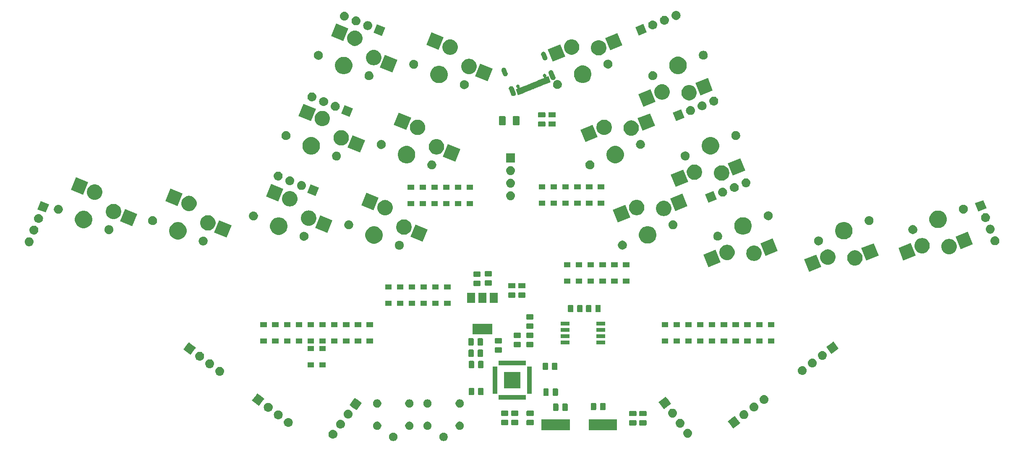
<source format=gbr>
G04 #@! TF.GenerationSoftware,KiCad,Pcbnew,(5.1.4)-1*
G04 #@! TF.CreationDate,2024-04-24T20:55:01-04:00*
G04 #@! TF.ProjectId,ThumbsUp,5468756d-6273-4557-902e-6b696361645f,rev?*
G04 #@! TF.SameCoordinates,Original*
G04 #@! TF.FileFunction,Soldermask,Bot*
G04 #@! TF.FilePolarity,Negative*
%FSLAX46Y46*%
G04 Gerber Fmt 4.6, Leading zero omitted, Abs format (unit mm)*
G04 Created by KiCad (PCBNEW (5.1.4)-1) date 2024-04-24 20:55:01*
%MOMM*%
%LPD*%
G04 APERTURE LIST*
%ADD10C,0.100000*%
G04 APERTURE END LIST*
D10*
G36*
X133394581Y-228193723D02*
G01*
X133547178Y-228256930D01*
X133684512Y-228348694D01*
X133801306Y-228465488D01*
X133893070Y-228602822D01*
X133956277Y-228755419D01*
X133988500Y-228917414D01*
X133988500Y-229082586D01*
X133956277Y-229244581D01*
X133893070Y-229397178D01*
X133801306Y-229534512D01*
X133684512Y-229651306D01*
X133547178Y-229743070D01*
X133394581Y-229806277D01*
X133232586Y-229838500D01*
X133067414Y-229838500D01*
X132905419Y-229806277D01*
X132752822Y-229743070D01*
X132615488Y-229651306D01*
X132498694Y-229534512D01*
X132406930Y-229397178D01*
X132343723Y-229244581D01*
X132311500Y-229082586D01*
X132311500Y-228917414D01*
X132343723Y-228755419D01*
X132406930Y-228602822D01*
X132498694Y-228465488D01*
X132615488Y-228348694D01*
X132752822Y-228256930D01*
X132905419Y-228193723D01*
X133067414Y-228161500D01*
X133232586Y-228161500D01*
X133394581Y-228193723D01*
X133394581Y-228193723D01*
G37*
G36*
X123244581Y-228193723D02*
G01*
X123397178Y-228256930D01*
X123534512Y-228348694D01*
X123651306Y-228465488D01*
X123743070Y-228602822D01*
X123806277Y-228755419D01*
X123838500Y-228917414D01*
X123838500Y-229082586D01*
X123806277Y-229244581D01*
X123743070Y-229397178D01*
X123651306Y-229534512D01*
X123534512Y-229651306D01*
X123397178Y-229743070D01*
X123244581Y-229806277D01*
X123082586Y-229838500D01*
X122917414Y-229838500D01*
X122755419Y-229806277D01*
X122602822Y-229743070D01*
X122465488Y-229651306D01*
X122348694Y-229534512D01*
X122256930Y-229397178D01*
X122193723Y-229244581D01*
X122161500Y-229082586D01*
X122161500Y-228917414D01*
X122193723Y-228755419D01*
X122256930Y-228602822D01*
X122348694Y-228465488D01*
X122465488Y-228348694D01*
X122602822Y-228256930D01*
X122755419Y-228193723D01*
X122917414Y-228161500D01*
X123082586Y-228161500D01*
X123244581Y-228193723D01*
X123244581Y-228193723D01*
G37*
G36*
X110944726Y-227566954D02*
G01*
X111010911Y-227573473D01*
X111180750Y-227624993D01*
X111337275Y-227708658D01*
X111373013Y-227737988D01*
X111474470Y-227821250D01*
X111552530Y-227916368D01*
X111587062Y-227958445D01*
X111670727Y-228114970D01*
X111722247Y-228284809D01*
X111739643Y-228461436D01*
X111722247Y-228638063D01*
X111670727Y-228807902D01*
X111587062Y-228964427D01*
X111557732Y-229000165D01*
X111474470Y-229101622D01*
X111398663Y-229163834D01*
X111337275Y-229214214D01*
X111180750Y-229297879D01*
X111010911Y-229349399D01*
X110944727Y-229355917D01*
X110878544Y-229362436D01*
X110790024Y-229362436D01*
X110723841Y-229355917D01*
X110657657Y-229349399D01*
X110487818Y-229297879D01*
X110331293Y-229214214D01*
X110269905Y-229163834D01*
X110194098Y-229101622D01*
X110110836Y-229000165D01*
X110081506Y-228964427D01*
X109997841Y-228807902D01*
X109946321Y-228638063D01*
X109928925Y-228461436D01*
X109946321Y-228284809D01*
X109997841Y-228114970D01*
X110081506Y-227958445D01*
X110116038Y-227916368D01*
X110194098Y-227821250D01*
X110295555Y-227737988D01*
X110331293Y-227708658D01*
X110487818Y-227624993D01*
X110657657Y-227573473D01*
X110723842Y-227566954D01*
X110790024Y-227560436D01*
X110878544Y-227560436D01*
X110944726Y-227566954D01*
X110944726Y-227566954D01*
G37*
G36*
X182504085Y-227368352D02*
G01*
X182570270Y-227374871D01*
X182740109Y-227426391D01*
X182896634Y-227510056D01*
X182932372Y-227539386D01*
X183033829Y-227622648D01*
X183117091Y-227724105D01*
X183146421Y-227759843D01*
X183230086Y-227916368D01*
X183281606Y-228086207D01*
X183299002Y-228262834D01*
X183281606Y-228439461D01*
X183230086Y-228609300D01*
X183146421Y-228765825D01*
X183117091Y-228801563D01*
X183033829Y-228903020D01*
X182959003Y-228964427D01*
X182896634Y-229015612D01*
X182896632Y-229015613D01*
X182771336Y-229082586D01*
X182740109Y-229099277D01*
X182570270Y-229150797D01*
X182504085Y-229157316D01*
X182437903Y-229163834D01*
X182349383Y-229163834D01*
X182283201Y-229157316D01*
X182217016Y-229150797D01*
X182047177Y-229099277D01*
X182015951Y-229082586D01*
X181890654Y-229015613D01*
X181890652Y-229015612D01*
X181828283Y-228964427D01*
X181753457Y-228903020D01*
X181670195Y-228801563D01*
X181640865Y-228765825D01*
X181557200Y-228609300D01*
X181505680Y-228439461D01*
X181488284Y-228262834D01*
X181505680Y-228086207D01*
X181557200Y-227916368D01*
X181640865Y-227759843D01*
X181670195Y-227724105D01*
X181753457Y-227622648D01*
X181854914Y-227539386D01*
X181890652Y-227510056D01*
X182047177Y-227426391D01*
X182217016Y-227374871D01*
X182283201Y-227368352D01*
X182349383Y-227361834D01*
X182437903Y-227361834D01*
X182504085Y-227368352D01*
X182504085Y-227368352D01*
G37*
G36*
X168129000Y-227669000D02*
G01*
X162427000Y-227669000D01*
X162427000Y-225467000D01*
X168129000Y-225467000D01*
X168129000Y-227669000D01*
X168129000Y-227669000D01*
G37*
G36*
X158629000Y-227669000D02*
G01*
X152927000Y-227669000D01*
X152927000Y-225467000D01*
X158629000Y-225467000D01*
X158629000Y-227669000D01*
X158629000Y-227669000D01*
G37*
G36*
X136644581Y-225943723D02*
G01*
X136797178Y-226006930D01*
X136934512Y-226098694D01*
X137051306Y-226215488D01*
X137143070Y-226352822D01*
X137206277Y-226505419D01*
X137238500Y-226667414D01*
X137238500Y-226832586D01*
X137206277Y-226994581D01*
X137143070Y-227147178D01*
X137051306Y-227284512D01*
X136934512Y-227401306D01*
X136797178Y-227493070D01*
X136644581Y-227556277D01*
X136482586Y-227588500D01*
X136317414Y-227588500D01*
X136155419Y-227556277D01*
X136002822Y-227493070D01*
X135865488Y-227401306D01*
X135748694Y-227284512D01*
X135656930Y-227147178D01*
X135593723Y-226994581D01*
X135561500Y-226832586D01*
X135561500Y-226667414D01*
X135593723Y-226505419D01*
X135656930Y-226352822D01*
X135748694Y-226215488D01*
X135865488Y-226098694D01*
X136002822Y-226006930D01*
X136155419Y-225943723D01*
X136317414Y-225911500D01*
X136482586Y-225911500D01*
X136644581Y-225943723D01*
X136644581Y-225943723D01*
G37*
G36*
X130144581Y-225943723D02*
G01*
X130297178Y-226006930D01*
X130434512Y-226098694D01*
X130551306Y-226215488D01*
X130643070Y-226352822D01*
X130706277Y-226505419D01*
X130738500Y-226667414D01*
X130738500Y-226832586D01*
X130706277Y-226994581D01*
X130643070Y-227147178D01*
X130551306Y-227284512D01*
X130434512Y-227401306D01*
X130297178Y-227493070D01*
X130144581Y-227556277D01*
X129982586Y-227588500D01*
X129817414Y-227588500D01*
X129655419Y-227556277D01*
X129502822Y-227493070D01*
X129365488Y-227401306D01*
X129248694Y-227284512D01*
X129156930Y-227147178D01*
X129093723Y-226994581D01*
X129061500Y-226832586D01*
X129061500Y-226667414D01*
X129093723Y-226505419D01*
X129156930Y-226352822D01*
X129248694Y-226215488D01*
X129365488Y-226098694D01*
X129502822Y-226006930D01*
X129655419Y-225943723D01*
X129817414Y-225911500D01*
X129982586Y-225911500D01*
X130144581Y-225943723D01*
X130144581Y-225943723D01*
G37*
G36*
X119994581Y-225943723D02*
G01*
X120147178Y-226006930D01*
X120284512Y-226098694D01*
X120401306Y-226215488D01*
X120493070Y-226352822D01*
X120556277Y-226505419D01*
X120588500Y-226667414D01*
X120588500Y-226832586D01*
X120556277Y-226994581D01*
X120493070Y-227147178D01*
X120401306Y-227284512D01*
X120284512Y-227401306D01*
X120147178Y-227493070D01*
X119994581Y-227556277D01*
X119832586Y-227588500D01*
X119667414Y-227588500D01*
X119505419Y-227556277D01*
X119352822Y-227493070D01*
X119215488Y-227401306D01*
X119098694Y-227284512D01*
X119006930Y-227147178D01*
X118943723Y-226994581D01*
X118911500Y-226832586D01*
X118911500Y-226667414D01*
X118943723Y-226505419D01*
X119006930Y-226352822D01*
X119098694Y-226215488D01*
X119215488Y-226098694D01*
X119352822Y-226006930D01*
X119505419Y-225943723D01*
X119667414Y-225911500D01*
X119832586Y-225911500D01*
X119994581Y-225943723D01*
X119994581Y-225943723D01*
G37*
G36*
X126494581Y-225943723D02*
G01*
X126647178Y-226006930D01*
X126784512Y-226098694D01*
X126901306Y-226215488D01*
X126993070Y-226352822D01*
X127056277Y-226505419D01*
X127088500Y-226667414D01*
X127088500Y-226832586D01*
X127056277Y-226994581D01*
X126993070Y-227147178D01*
X126901306Y-227284512D01*
X126784512Y-227401306D01*
X126647178Y-227493070D01*
X126494581Y-227556277D01*
X126332586Y-227588500D01*
X126167414Y-227588500D01*
X126005419Y-227556277D01*
X125852822Y-227493070D01*
X125715488Y-227401306D01*
X125598694Y-227284512D01*
X125506930Y-227147178D01*
X125443723Y-226994581D01*
X125411500Y-226832586D01*
X125411500Y-226667414D01*
X125443723Y-226505419D01*
X125506930Y-226352822D01*
X125598694Y-226215488D01*
X125715488Y-226098694D01*
X125852822Y-226006930D01*
X126005419Y-225943723D01*
X126167414Y-225911500D01*
X126332586Y-225911500D01*
X126494581Y-225943723D01*
X126494581Y-225943723D01*
G37*
G36*
X112473337Y-225538420D02*
G01*
X112539521Y-225544938D01*
X112709360Y-225596458D01*
X112865885Y-225680123D01*
X112874096Y-225686862D01*
X113003080Y-225792715D01*
X113081140Y-225887833D01*
X113115672Y-225929910D01*
X113199337Y-226086435D01*
X113250857Y-226256274D01*
X113268253Y-226432901D01*
X113250857Y-226609528D01*
X113199337Y-226779367D01*
X113115672Y-226935892D01*
X113086342Y-226971630D01*
X113003080Y-227073087D01*
X112912797Y-227147179D01*
X112865885Y-227185679D01*
X112709360Y-227269344D01*
X112539521Y-227320864D01*
X112473337Y-227327382D01*
X112407154Y-227333901D01*
X112318634Y-227333901D01*
X112252451Y-227327382D01*
X112186267Y-227320864D01*
X112016428Y-227269344D01*
X111859903Y-227185679D01*
X111812991Y-227147179D01*
X111722708Y-227073087D01*
X111639446Y-226971630D01*
X111610116Y-226935892D01*
X111526451Y-226779367D01*
X111474931Y-226609528D01*
X111457535Y-226432901D01*
X111474931Y-226256274D01*
X111526451Y-226086435D01*
X111610116Y-225929910D01*
X111644648Y-225887833D01*
X111722708Y-225792715D01*
X111851692Y-225686862D01*
X111859903Y-225680123D01*
X112016428Y-225596458D01*
X112186267Y-225544938D01*
X112252451Y-225538420D01*
X112318634Y-225531901D01*
X112407154Y-225531901D01*
X112473337Y-225538420D01*
X112473337Y-225538420D01*
G37*
G36*
X192323490Y-225333996D02*
G01*
X192978707Y-226203498D01*
X192978707Y-226203499D01*
X192214503Y-226779367D01*
X191539566Y-227287969D01*
X191539565Y-227287969D01*
X190878665Y-226410924D01*
X190455095Y-225848828D01*
X190455095Y-225848827D01*
X191398743Y-225137738D01*
X191894236Y-224764357D01*
X191894237Y-224764357D01*
X192323490Y-225333996D01*
X192323490Y-225333996D01*
G37*
G36*
X180975475Y-225339817D02*
G01*
X181041660Y-225346336D01*
X181211499Y-225397856D01*
X181368024Y-225481521D01*
X181403762Y-225510851D01*
X181505219Y-225594113D01*
X181581335Y-225686862D01*
X181617811Y-225731308D01*
X181701476Y-225887833D01*
X181752996Y-226057672D01*
X181770392Y-226234299D01*
X181752996Y-226410926D01*
X181701476Y-226580765D01*
X181617811Y-226737290D01*
X181588481Y-226773028D01*
X181505219Y-226874485D01*
X181430393Y-226935892D01*
X181368024Y-226987077D01*
X181211499Y-227070742D01*
X181041660Y-227122262D01*
X180975475Y-227128781D01*
X180909293Y-227135299D01*
X180820773Y-227135299D01*
X180754591Y-227128781D01*
X180688406Y-227122262D01*
X180518567Y-227070742D01*
X180362042Y-226987077D01*
X180299673Y-226935892D01*
X180224847Y-226874485D01*
X180141585Y-226773028D01*
X180112255Y-226737290D01*
X180028590Y-226580765D01*
X179977070Y-226410926D01*
X179959674Y-226234299D01*
X179977070Y-226057672D01*
X180028590Y-225887833D01*
X180112255Y-225731308D01*
X180148731Y-225686862D01*
X180224847Y-225594113D01*
X180326304Y-225510851D01*
X180362042Y-225481521D01*
X180518567Y-225397856D01*
X180688406Y-225346336D01*
X180754591Y-225339817D01*
X180820773Y-225333299D01*
X180909293Y-225333299D01*
X180975475Y-225339817D01*
X180975475Y-225339817D01*
G37*
G36*
X101938762Y-225192568D02*
G01*
X102004947Y-225199087D01*
X102174786Y-225250607D01*
X102331311Y-225334272D01*
X102367049Y-225363602D01*
X102468506Y-225446864D01*
X102538293Y-225531901D01*
X102581098Y-225584059D01*
X102587725Y-225596458D01*
X102656718Y-225725532D01*
X102664763Y-225740584D01*
X102716283Y-225910423D01*
X102733679Y-226087050D01*
X102716283Y-226263677D01*
X102664763Y-226433516D01*
X102581098Y-226590041D01*
X102560200Y-226615505D01*
X102468506Y-226727236D01*
X102367049Y-226810498D01*
X102331311Y-226839828D01*
X102174786Y-226923493D01*
X102004947Y-226975013D01*
X101938763Y-226981531D01*
X101872580Y-226988050D01*
X101784060Y-226988050D01*
X101717877Y-226981531D01*
X101651693Y-226975013D01*
X101481854Y-226923493D01*
X101325329Y-226839828D01*
X101289591Y-226810498D01*
X101188134Y-226727236D01*
X101096440Y-226615505D01*
X101075542Y-226590041D01*
X100991877Y-226433516D01*
X100940357Y-226263677D01*
X100922961Y-226087050D01*
X100940357Y-225910423D01*
X100991877Y-225740584D01*
X100999923Y-225725532D01*
X101068915Y-225596458D01*
X101075542Y-225584059D01*
X101118347Y-225531901D01*
X101188134Y-225446864D01*
X101289591Y-225363602D01*
X101325329Y-225334272D01*
X101481854Y-225250607D01*
X101651693Y-225199087D01*
X101717878Y-225192568D01*
X101784060Y-225186050D01*
X101872580Y-225186050D01*
X101938762Y-225192568D01*
X101938762Y-225192568D01*
G37*
G36*
X173939468Y-225623065D02*
G01*
X173978138Y-225634796D01*
X174013777Y-225653846D01*
X174045017Y-225679483D01*
X174070654Y-225710723D01*
X174089704Y-225746362D01*
X174101435Y-225785032D01*
X174106000Y-225831388D01*
X174106000Y-226482612D01*
X174101435Y-226528968D01*
X174089704Y-226567638D01*
X174070654Y-226603277D01*
X174045017Y-226634517D01*
X174013777Y-226660154D01*
X173978138Y-226679204D01*
X173939468Y-226690935D01*
X173893112Y-226695500D01*
X172816888Y-226695500D01*
X172770532Y-226690935D01*
X172731862Y-226679204D01*
X172696223Y-226660154D01*
X172664983Y-226634517D01*
X172639346Y-226603277D01*
X172620296Y-226567638D01*
X172608565Y-226528968D01*
X172604000Y-226482612D01*
X172604000Y-225831388D01*
X172608565Y-225785032D01*
X172620296Y-225746362D01*
X172639346Y-225710723D01*
X172664983Y-225679483D01*
X172696223Y-225653846D01*
X172731862Y-225634796D01*
X172770532Y-225623065D01*
X172816888Y-225618500D01*
X173893112Y-225618500D01*
X173939468Y-225623065D01*
X173939468Y-225623065D01*
G37*
G36*
X171907468Y-225623065D02*
G01*
X171946138Y-225634796D01*
X171981777Y-225653846D01*
X172013017Y-225679483D01*
X172038654Y-225710723D01*
X172057704Y-225746362D01*
X172069435Y-225785032D01*
X172074000Y-225831388D01*
X172074000Y-226482612D01*
X172069435Y-226528968D01*
X172057704Y-226567638D01*
X172038654Y-226603277D01*
X172013017Y-226634517D01*
X171981777Y-226660154D01*
X171946138Y-226679204D01*
X171907468Y-226690935D01*
X171861112Y-226695500D01*
X170784888Y-226695500D01*
X170738532Y-226690935D01*
X170699862Y-226679204D01*
X170664223Y-226660154D01*
X170632983Y-226634517D01*
X170607346Y-226603277D01*
X170588296Y-226567638D01*
X170576565Y-226528968D01*
X170572000Y-226482612D01*
X170572000Y-225831388D01*
X170576565Y-225785032D01*
X170588296Y-225746362D01*
X170607346Y-225710723D01*
X170632983Y-225679483D01*
X170664223Y-225653846D01*
X170699862Y-225634796D01*
X170738532Y-225623065D01*
X170784888Y-225618500D01*
X171861112Y-225618500D01*
X171907468Y-225623065D01*
X171907468Y-225623065D01*
G37*
G36*
X151206468Y-225574565D02*
G01*
X151245138Y-225586296D01*
X151280777Y-225605346D01*
X151312017Y-225630983D01*
X151337654Y-225662223D01*
X151356704Y-225697862D01*
X151368435Y-225736532D01*
X151373000Y-225782888D01*
X151373000Y-226434112D01*
X151368435Y-226480468D01*
X151356704Y-226519138D01*
X151337654Y-226554777D01*
X151312017Y-226586017D01*
X151280777Y-226611654D01*
X151245138Y-226630704D01*
X151206468Y-226642435D01*
X151160112Y-226647000D01*
X150083888Y-226647000D01*
X150037532Y-226642435D01*
X149998862Y-226630704D01*
X149963223Y-226611654D01*
X149931983Y-226586017D01*
X149906346Y-226554777D01*
X149887296Y-226519138D01*
X149875565Y-226480468D01*
X149871000Y-226434112D01*
X149871000Y-225782888D01*
X149875565Y-225736532D01*
X149887296Y-225697862D01*
X149906346Y-225662223D01*
X149931983Y-225630983D01*
X149963223Y-225605346D01*
X149998862Y-225586296D01*
X150037532Y-225574565D01*
X150083888Y-225570000D01*
X151160112Y-225570000D01*
X151206468Y-225574565D01*
X151206468Y-225574565D01*
G37*
G36*
X148100468Y-225563565D02*
G01*
X148139138Y-225575296D01*
X148174777Y-225594346D01*
X148206017Y-225619983D01*
X148231654Y-225651223D01*
X148250704Y-225686862D01*
X148262435Y-225725532D01*
X148267000Y-225771888D01*
X148267000Y-226423112D01*
X148262435Y-226469468D01*
X148250704Y-226508138D01*
X148231654Y-226543777D01*
X148206017Y-226575017D01*
X148174777Y-226600654D01*
X148139138Y-226619704D01*
X148100468Y-226631435D01*
X148054112Y-226636000D01*
X146977888Y-226636000D01*
X146931532Y-226631435D01*
X146892862Y-226619704D01*
X146857223Y-226600654D01*
X146825983Y-226575017D01*
X146800346Y-226543777D01*
X146781296Y-226508138D01*
X146769565Y-226469468D01*
X146765000Y-226423112D01*
X146765000Y-225771888D01*
X146769565Y-225725532D01*
X146781296Y-225686862D01*
X146800346Y-225651223D01*
X146825983Y-225619983D01*
X146857223Y-225594346D01*
X146892862Y-225575296D01*
X146931532Y-225563565D01*
X146977888Y-225559000D01*
X148054112Y-225559000D01*
X148100468Y-225563565D01*
X148100468Y-225563565D01*
G37*
G36*
X146068468Y-225563565D02*
G01*
X146107138Y-225575296D01*
X146142777Y-225594346D01*
X146174017Y-225619983D01*
X146199654Y-225651223D01*
X146218704Y-225686862D01*
X146230435Y-225725532D01*
X146235000Y-225771888D01*
X146235000Y-226423112D01*
X146230435Y-226469468D01*
X146218704Y-226508138D01*
X146199654Y-226543777D01*
X146174017Y-226575017D01*
X146142777Y-226600654D01*
X146107138Y-226619704D01*
X146068468Y-226631435D01*
X146022112Y-226636000D01*
X144945888Y-226636000D01*
X144899532Y-226631435D01*
X144860862Y-226619704D01*
X144825223Y-226600654D01*
X144793983Y-226575017D01*
X144768346Y-226543777D01*
X144749296Y-226508138D01*
X144737565Y-226469468D01*
X144733000Y-226423112D01*
X144733000Y-225771888D01*
X144737565Y-225725532D01*
X144749296Y-225686862D01*
X144768346Y-225651223D01*
X144793983Y-225619983D01*
X144825223Y-225594346D01*
X144860862Y-225575296D01*
X144899532Y-225563565D01*
X144945888Y-225559000D01*
X146022112Y-225559000D01*
X146068468Y-225563565D01*
X146068468Y-225563565D01*
G37*
G36*
X99910228Y-223663959D02*
G01*
X99976412Y-223670477D01*
X100146251Y-223721997D01*
X100146253Y-223721998D01*
X100192474Y-223746704D01*
X100302776Y-223805662D01*
X100323734Y-223822862D01*
X100439971Y-223918254D01*
X100502594Y-223994562D01*
X100552563Y-224055449D01*
X100636228Y-224211974D01*
X100687748Y-224381813D01*
X100705144Y-224558440D01*
X100687748Y-224735067D01*
X100636228Y-224904906D01*
X100636227Y-224904908D01*
X100634917Y-224907358D01*
X100552563Y-225061431D01*
X100526057Y-225093728D01*
X100439971Y-225198626D01*
X100338514Y-225281888D01*
X100302776Y-225311218D01*
X100146251Y-225394883D01*
X99976412Y-225446403D01*
X99910227Y-225452922D01*
X99844045Y-225459440D01*
X99755525Y-225459440D01*
X99689343Y-225452922D01*
X99623158Y-225446403D01*
X99453319Y-225394883D01*
X99296794Y-225311218D01*
X99261056Y-225281888D01*
X99159599Y-225198626D01*
X99073513Y-225093728D01*
X99047007Y-225061431D01*
X98964653Y-224907358D01*
X98963343Y-224904908D01*
X98963342Y-224904906D01*
X98911822Y-224735067D01*
X98894426Y-224558440D01*
X98911822Y-224381813D01*
X98963342Y-224211974D01*
X99047007Y-224055449D01*
X99096976Y-223994562D01*
X99159599Y-223918254D01*
X99275836Y-223822862D01*
X99296794Y-223805662D01*
X99407096Y-223746704D01*
X99453317Y-223721998D01*
X99453319Y-223721997D01*
X99623158Y-223670477D01*
X99689342Y-223663959D01*
X99755525Y-223657440D01*
X99844045Y-223657440D01*
X99910228Y-223663959D01*
X99910228Y-223663959D01*
G37*
G36*
X193855877Y-223603071D02*
G01*
X193922062Y-223609590D01*
X194091901Y-223661110D01*
X194248426Y-223744775D01*
X194270633Y-223763000D01*
X194385621Y-223857367D01*
X194464309Y-223953250D01*
X194498213Y-223994562D01*
X194581878Y-224151087D01*
X194633398Y-224320926D01*
X194650794Y-224497553D01*
X194633398Y-224674180D01*
X194581878Y-224844019D01*
X194498213Y-225000544D01*
X194468883Y-225036282D01*
X194385621Y-225137739D01*
X194310867Y-225199087D01*
X194248426Y-225250331D01*
X194248424Y-225250332D01*
X194134514Y-225311219D01*
X194091901Y-225333996D01*
X193922062Y-225385516D01*
X193855878Y-225392034D01*
X193789695Y-225398553D01*
X193701175Y-225398553D01*
X193634992Y-225392034D01*
X193568808Y-225385516D01*
X193398969Y-225333996D01*
X193356357Y-225311219D01*
X193242446Y-225250332D01*
X193242444Y-225250331D01*
X193180003Y-225199087D01*
X193105249Y-225137739D01*
X193021987Y-225036282D01*
X192992657Y-225000544D01*
X192908992Y-224844019D01*
X192857472Y-224674180D01*
X192840076Y-224497553D01*
X192857472Y-224320926D01*
X192908992Y-224151087D01*
X192992657Y-223994562D01*
X193026561Y-223953250D01*
X193105249Y-223857367D01*
X193220237Y-223763000D01*
X193242444Y-223744775D01*
X193398969Y-223661110D01*
X193568808Y-223609590D01*
X193634993Y-223603071D01*
X193701175Y-223596553D01*
X193789695Y-223596553D01*
X193855877Y-223603071D01*
X193855877Y-223603071D01*
G37*
G36*
X113984204Y-223508138D02*
G01*
X114068131Y-223516404D01*
X114237970Y-223567924D01*
X114394495Y-223651589D01*
X114416947Y-223670015D01*
X114531690Y-223764181D01*
X114609750Y-223859299D01*
X114644282Y-223901376D01*
X114653304Y-223918255D01*
X114726638Y-224055451D01*
X114727947Y-224057901D01*
X114779467Y-224227740D01*
X114796863Y-224404367D01*
X114779467Y-224580994D01*
X114732248Y-224736654D01*
X114727946Y-224750835D01*
X114719073Y-224767435D01*
X114644282Y-224907358D01*
X114614952Y-224943096D01*
X114531690Y-225044553D01*
X114455883Y-225106765D01*
X114394495Y-225157145D01*
X114237970Y-225240810D01*
X114068131Y-225292330D01*
X114001947Y-225298848D01*
X113935764Y-225305367D01*
X113847244Y-225305367D01*
X113781061Y-225298848D01*
X113714877Y-225292330D01*
X113545038Y-225240810D01*
X113388513Y-225157145D01*
X113327125Y-225106765D01*
X113251318Y-225044553D01*
X113168056Y-224943096D01*
X113138726Y-224907358D01*
X113063935Y-224767435D01*
X113055062Y-224750835D01*
X113050760Y-224736654D01*
X113003541Y-224580994D01*
X112986145Y-224404367D01*
X113003541Y-224227740D01*
X113055061Y-224057901D01*
X113056371Y-224055451D01*
X113129704Y-223918255D01*
X113138726Y-223901376D01*
X113173258Y-223859299D01*
X113251318Y-223764181D01*
X113366061Y-223670015D01*
X113388513Y-223651589D01*
X113545038Y-223567924D01*
X113714877Y-223516404D01*
X113798804Y-223508138D01*
X113847244Y-223503367D01*
X113935764Y-223503367D01*
X113984204Y-223508138D01*
X113984204Y-223508138D01*
G37*
G36*
X179446865Y-223311283D02*
G01*
X179513050Y-223317802D01*
X179682889Y-223369322D01*
X179839414Y-223452987D01*
X179859496Y-223469468D01*
X179976609Y-223565579D01*
X180051996Y-223657440D01*
X180089201Y-223702774D01*
X180172866Y-223859299D01*
X180224386Y-224029138D01*
X180241782Y-224205765D01*
X180224386Y-224382392D01*
X180172866Y-224552231D01*
X180089201Y-224708756D01*
X180063145Y-224740505D01*
X179976609Y-224845951D01*
X179901783Y-224907358D01*
X179839414Y-224958543D01*
X179682889Y-225042208D01*
X179513050Y-225093728D01*
X179446865Y-225100247D01*
X179380683Y-225106765D01*
X179292163Y-225106765D01*
X179225981Y-225100247D01*
X179159796Y-225093728D01*
X178989957Y-225042208D01*
X178833432Y-224958543D01*
X178771063Y-224907358D01*
X178696237Y-224845951D01*
X178609701Y-224740505D01*
X178583645Y-224708756D01*
X178499980Y-224552231D01*
X178448460Y-224382392D01*
X178431064Y-224205765D01*
X178448460Y-224029138D01*
X178499980Y-223859299D01*
X178583645Y-223702774D01*
X178620850Y-223657440D01*
X178696237Y-223565579D01*
X178813350Y-223469468D01*
X178833432Y-223452987D01*
X178989957Y-223369322D01*
X179159796Y-223317802D01*
X179225981Y-223311283D01*
X179292163Y-223304765D01*
X179380683Y-223304765D01*
X179446865Y-223311283D01*
X179446865Y-223311283D01*
G37*
G36*
X171907468Y-223748065D02*
G01*
X171946138Y-223759796D01*
X171981777Y-223778846D01*
X172013017Y-223804483D01*
X172038654Y-223835723D01*
X172057704Y-223871362D01*
X172069435Y-223910032D01*
X172074000Y-223956388D01*
X172074000Y-224607612D01*
X172069435Y-224653968D01*
X172057704Y-224692638D01*
X172038654Y-224728277D01*
X172013017Y-224759517D01*
X171981777Y-224785154D01*
X171946138Y-224804204D01*
X171907468Y-224815935D01*
X171861112Y-224820500D01*
X170784888Y-224820500D01*
X170738532Y-224815935D01*
X170699862Y-224804204D01*
X170664223Y-224785154D01*
X170632983Y-224759517D01*
X170607346Y-224728277D01*
X170588296Y-224692638D01*
X170576565Y-224653968D01*
X170572000Y-224607612D01*
X170572000Y-223956388D01*
X170576565Y-223910032D01*
X170588296Y-223871362D01*
X170607346Y-223835723D01*
X170632983Y-223804483D01*
X170664223Y-223778846D01*
X170699862Y-223759796D01*
X170738532Y-223748065D01*
X170784888Y-223743500D01*
X171861112Y-223743500D01*
X171907468Y-223748065D01*
X171907468Y-223748065D01*
G37*
G36*
X173939468Y-223748065D02*
G01*
X173978138Y-223759796D01*
X174013777Y-223778846D01*
X174045017Y-223804483D01*
X174070654Y-223835723D01*
X174089704Y-223871362D01*
X174101435Y-223910032D01*
X174106000Y-223956388D01*
X174106000Y-224607612D01*
X174101435Y-224653968D01*
X174089704Y-224692638D01*
X174070654Y-224728277D01*
X174045017Y-224759517D01*
X174013777Y-224785154D01*
X173978138Y-224804204D01*
X173939468Y-224815935D01*
X173893112Y-224820500D01*
X172816888Y-224820500D01*
X172770532Y-224815935D01*
X172731862Y-224804204D01*
X172696223Y-224785154D01*
X172664983Y-224759517D01*
X172639346Y-224728277D01*
X172620296Y-224692638D01*
X172608565Y-224653968D01*
X172604000Y-224607612D01*
X172604000Y-223956388D01*
X172608565Y-223910032D01*
X172620296Y-223871362D01*
X172639346Y-223835723D01*
X172664983Y-223804483D01*
X172696223Y-223778846D01*
X172731862Y-223759796D01*
X172770532Y-223748065D01*
X172816888Y-223743500D01*
X173893112Y-223743500D01*
X173939468Y-223748065D01*
X173939468Y-223748065D01*
G37*
G36*
X151206468Y-223699565D02*
G01*
X151245138Y-223711296D01*
X151280777Y-223730346D01*
X151312017Y-223755983D01*
X151337654Y-223787223D01*
X151356704Y-223822862D01*
X151368435Y-223861532D01*
X151373000Y-223907888D01*
X151373000Y-224559112D01*
X151368435Y-224605468D01*
X151356704Y-224644138D01*
X151337654Y-224679777D01*
X151312017Y-224711017D01*
X151280777Y-224736654D01*
X151245138Y-224755704D01*
X151206468Y-224767435D01*
X151160112Y-224772000D01*
X150083888Y-224772000D01*
X150037532Y-224767435D01*
X149998862Y-224755704D01*
X149963223Y-224736654D01*
X149931983Y-224711017D01*
X149906346Y-224679777D01*
X149887296Y-224644138D01*
X149875565Y-224605468D01*
X149871000Y-224559112D01*
X149871000Y-223907888D01*
X149875565Y-223861532D01*
X149887296Y-223822862D01*
X149906346Y-223787223D01*
X149931983Y-223755983D01*
X149963223Y-223730346D01*
X149998862Y-223711296D01*
X150037532Y-223699565D01*
X150083888Y-223695000D01*
X151160112Y-223695000D01*
X151206468Y-223699565D01*
X151206468Y-223699565D01*
G37*
G36*
X148100468Y-223688565D02*
G01*
X148139138Y-223700296D01*
X148174777Y-223719346D01*
X148206017Y-223744983D01*
X148231654Y-223776223D01*
X148250704Y-223811862D01*
X148262435Y-223850532D01*
X148267000Y-223896888D01*
X148267000Y-224548112D01*
X148262435Y-224594468D01*
X148250704Y-224633138D01*
X148231654Y-224668777D01*
X148206017Y-224700017D01*
X148174777Y-224725654D01*
X148139138Y-224744704D01*
X148100468Y-224756435D01*
X148054112Y-224761000D01*
X146977888Y-224761000D01*
X146931532Y-224756435D01*
X146892862Y-224744704D01*
X146857223Y-224725654D01*
X146825983Y-224700017D01*
X146800346Y-224668777D01*
X146781296Y-224633138D01*
X146769565Y-224594468D01*
X146765000Y-224548112D01*
X146765000Y-223896888D01*
X146769565Y-223850532D01*
X146781296Y-223811862D01*
X146800346Y-223776223D01*
X146825983Y-223744983D01*
X146857223Y-223719346D01*
X146892862Y-223700296D01*
X146931532Y-223688565D01*
X146977888Y-223684000D01*
X148054112Y-223684000D01*
X148100468Y-223688565D01*
X148100468Y-223688565D01*
G37*
G36*
X146068468Y-223688565D02*
G01*
X146107138Y-223700296D01*
X146142777Y-223719346D01*
X146174017Y-223744983D01*
X146199654Y-223776223D01*
X146218704Y-223811862D01*
X146230435Y-223850532D01*
X146235000Y-223896888D01*
X146235000Y-224548112D01*
X146230435Y-224594468D01*
X146218704Y-224633138D01*
X146199654Y-224668777D01*
X146174017Y-224700017D01*
X146142777Y-224725654D01*
X146107138Y-224744704D01*
X146068468Y-224756435D01*
X146022112Y-224761000D01*
X144945888Y-224761000D01*
X144899532Y-224756435D01*
X144860862Y-224744704D01*
X144825223Y-224725654D01*
X144793983Y-224700017D01*
X144768346Y-224668777D01*
X144749296Y-224633138D01*
X144737565Y-224594468D01*
X144733000Y-224548112D01*
X144733000Y-223896888D01*
X144737565Y-223850532D01*
X144749296Y-223811862D01*
X144768346Y-223776223D01*
X144793983Y-223744983D01*
X144825223Y-223719346D01*
X144860862Y-223700296D01*
X144899532Y-223688565D01*
X144945888Y-223684000D01*
X146022112Y-223684000D01*
X146068468Y-223688565D01*
X146068468Y-223688565D01*
G37*
G36*
X97868002Y-222134000D02*
G01*
X97947878Y-222141867D01*
X98117717Y-222193387D01*
X98117719Y-222193388D01*
X98160331Y-222216165D01*
X98274242Y-222277052D01*
X98302462Y-222300212D01*
X98411437Y-222389644D01*
X98494699Y-222491101D01*
X98524029Y-222526839D01*
X98607694Y-222683364D01*
X98659214Y-222853203D01*
X98676610Y-223029830D01*
X98659214Y-223206457D01*
X98607694Y-223376296D01*
X98524029Y-223532821D01*
X98495220Y-223567925D01*
X98411437Y-223670016D01*
X98309980Y-223753278D01*
X98274242Y-223782608D01*
X98231628Y-223805386D01*
X98127186Y-223861212D01*
X98117717Y-223866273D01*
X97947878Y-223917793D01*
X97881693Y-223924312D01*
X97815511Y-223930830D01*
X97726991Y-223930830D01*
X97660809Y-223924312D01*
X97594624Y-223917793D01*
X97424785Y-223866273D01*
X97415317Y-223861212D01*
X97310874Y-223805386D01*
X97268260Y-223782608D01*
X97232522Y-223753278D01*
X97131065Y-223670016D01*
X97047282Y-223567925D01*
X97018473Y-223532821D01*
X96934808Y-223376296D01*
X96883288Y-223206457D01*
X96865892Y-223029830D01*
X96883288Y-222853203D01*
X96934808Y-222683364D01*
X97018473Y-222526839D01*
X97047803Y-222491101D01*
X97131065Y-222389644D01*
X97240040Y-222300212D01*
X97268260Y-222277052D01*
X97382171Y-222216165D01*
X97424783Y-222193388D01*
X97424785Y-222193387D01*
X97594624Y-222141867D01*
X97674500Y-222134000D01*
X97726991Y-222128830D01*
X97815511Y-222128830D01*
X97868002Y-222134000D01*
X97868002Y-222134000D01*
G37*
G36*
X195884412Y-222074462D02*
G01*
X195950596Y-222080980D01*
X196120435Y-222132500D01*
X196120437Y-222132501D01*
X196198697Y-222174332D01*
X196276960Y-222216165D01*
X196312698Y-222245495D01*
X196414155Y-222328757D01*
X196494954Y-222427212D01*
X196526747Y-222465952D01*
X196610412Y-222622477D01*
X196661932Y-222792316D01*
X196679328Y-222968943D01*
X196661932Y-223145570D01*
X196610412Y-223315409D01*
X196526747Y-223471934D01*
X196508843Y-223493750D01*
X196414155Y-223609129D01*
X196316618Y-223689174D01*
X196276960Y-223721721D01*
X196276958Y-223721722D01*
X196122125Y-223804483D01*
X196120435Y-223805386D01*
X195950596Y-223856906D01*
X195887067Y-223863163D01*
X195818229Y-223869943D01*
X195729709Y-223869943D01*
X195660871Y-223863163D01*
X195597342Y-223856906D01*
X195427503Y-223805386D01*
X195425814Y-223804483D01*
X195270980Y-223721722D01*
X195270978Y-223721721D01*
X195231320Y-223689174D01*
X195133783Y-223609129D01*
X195039095Y-223493750D01*
X195021191Y-223471934D01*
X194937526Y-223315409D01*
X194886006Y-223145570D01*
X194868610Y-222968943D01*
X194886006Y-222792316D01*
X194937526Y-222622477D01*
X195021191Y-222465952D01*
X195052984Y-222427212D01*
X195133783Y-222328757D01*
X195235240Y-222245495D01*
X195270978Y-222216165D01*
X195349241Y-222174332D01*
X195427501Y-222132501D01*
X195427503Y-222132500D01*
X195597342Y-222080980D01*
X195663526Y-222074462D01*
X195729709Y-222067943D01*
X195818229Y-222067943D01*
X195884412Y-222074462D01*
X195884412Y-222074462D01*
G37*
G36*
X156152468Y-222265565D02*
G01*
X156191138Y-222277296D01*
X156226777Y-222296346D01*
X156258017Y-222321983D01*
X156283654Y-222353223D01*
X156302704Y-222388862D01*
X156314435Y-222427532D01*
X156319000Y-222473888D01*
X156319000Y-223550112D01*
X156314435Y-223596468D01*
X156302704Y-223635138D01*
X156283654Y-223670777D01*
X156258017Y-223702017D01*
X156226777Y-223727654D01*
X156191138Y-223746704D01*
X156152468Y-223758435D01*
X156106112Y-223763000D01*
X155454888Y-223763000D01*
X155408532Y-223758435D01*
X155369862Y-223746704D01*
X155334223Y-223727654D01*
X155302983Y-223702017D01*
X155277346Y-223670777D01*
X155258296Y-223635138D01*
X155246565Y-223596468D01*
X155242000Y-223550112D01*
X155242000Y-222473888D01*
X155246565Y-222427532D01*
X155258296Y-222388862D01*
X155277346Y-222353223D01*
X155302983Y-222321983D01*
X155334223Y-222296346D01*
X155369862Y-222277296D01*
X155408532Y-222265565D01*
X155454888Y-222261000D01*
X156106112Y-222261000D01*
X156152468Y-222265565D01*
X156152468Y-222265565D01*
G37*
G36*
X158027468Y-222265565D02*
G01*
X158066138Y-222277296D01*
X158101777Y-222296346D01*
X158133017Y-222321983D01*
X158158654Y-222353223D01*
X158177704Y-222388862D01*
X158189435Y-222427532D01*
X158194000Y-222473888D01*
X158194000Y-223550112D01*
X158189435Y-223596468D01*
X158177704Y-223635138D01*
X158158654Y-223670777D01*
X158133017Y-223702017D01*
X158101777Y-223727654D01*
X158066138Y-223746704D01*
X158027468Y-223758435D01*
X157981112Y-223763000D01*
X157329888Y-223763000D01*
X157283532Y-223758435D01*
X157244862Y-223746704D01*
X157209223Y-223727654D01*
X157177983Y-223702017D01*
X157152346Y-223670777D01*
X157133296Y-223635138D01*
X157121565Y-223596468D01*
X157117000Y-223550112D01*
X157117000Y-222473888D01*
X157121565Y-222427532D01*
X157133296Y-222388862D01*
X157152346Y-222353223D01*
X157177983Y-222321983D01*
X157209223Y-222296346D01*
X157244862Y-222277296D01*
X157283532Y-222265565D01*
X157329888Y-222261000D01*
X157981112Y-222261000D01*
X158027468Y-222265565D01*
X158027468Y-222265565D01*
G37*
G36*
X115764179Y-221506930D02*
G01*
X116681920Y-222198497D01*
X116681920Y-222198498D01*
X116316547Y-222683364D01*
X115597450Y-223637639D01*
X115597449Y-223637639D01*
X114825956Y-223056277D01*
X114158308Y-222553169D01*
X114158308Y-222553168D01*
X114686057Y-221852822D01*
X115242778Y-221114027D01*
X115242779Y-221114027D01*
X115764179Y-221506930D01*
X115764179Y-221506930D01*
G37*
G36*
X163772468Y-222138565D02*
G01*
X163811138Y-222150296D01*
X163846777Y-222169346D01*
X163878017Y-222194983D01*
X163903654Y-222226223D01*
X163922704Y-222261862D01*
X163934435Y-222300532D01*
X163939000Y-222346888D01*
X163939000Y-223423112D01*
X163934435Y-223469468D01*
X163922704Y-223508138D01*
X163903654Y-223543777D01*
X163878017Y-223575017D01*
X163846777Y-223600654D01*
X163811138Y-223619704D01*
X163772468Y-223631435D01*
X163726112Y-223636000D01*
X163074888Y-223636000D01*
X163028532Y-223631435D01*
X162989862Y-223619704D01*
X162954223Y-223600654D01*
X162922983Y-223575017D01*
X162897346Y-223543777D01*
X162878296Y-223508138D01*
X162866565Y-223469468D01*
X162862000Y-223423112D01*
X162862000Y-222346888D01*
X162866565Y-222300532D01*
X162878296Y-222261862D01*
X162897346Y-222226223D01*
X162922983Y-222194983D01*
X162954223Y-222169346D01*
X162989862Y-222150296D01*
X163028532Y-222138565D01*
X163074888Y-222134000D01*
X163726112Y-222134000D01*
X163772468Y-222138565D01*
X163772468Y-222138565D01*
G37*
G36*
X165647468Y-222138565D02*
G01*
X165686138Y-222150296D01*
X165721777Y-222169346D01*
X165753017Y-222194983D01*
X165778654Y-222226223D01*
X165797704Y-222261862D01*
X165809435Y-222300532D01*
X165814000Y-222346888D01*
X165814000Y-223423112D01*
X165809435Y-223469468D01*
X165797704Y-223508138D01*
X165778654Y-223543777D01*
X165753017Y-223575017D01*
X165721777Y-223600654D01*
X165686138Y-223619704D01*
X165647468Y-223631435D01*
X165601112Y-223636000D01*
X164949888Y-223636000D01*
X164903532Y-223631435D01*
X164864862Y-223619704D01*
X164829223Y-223600654D01*
X164797983Y-223575017D01*
X164772346Y-223543777D01*
X164753296Y-223508138D01*
X164741565Y-223469468D01*
X164737000Y-223423112D01*
X164737000Y-222346888D01*
X164741565Y-222300532D01*
X164753296Y-222261862D01*
X164772346Y-222226223D01*
X164797983Y-222194983D01*
X164829223Y-222169346D01*
X164864862Y-222150296D01*
X164903532Y-222138565D01*
X164949888Y-222134000D01*
X165601112Y-222134000D01*
X165647468Y-222138565D01*
X165647468Y-222138565D01*
G37*
G36*
X178500029Y-221598695D02*
G01*
X179069619Y-222354566D01*
X179069619Y-222354567D01*
X178488703Y-222792318D01*
X177630478Y-223439037D01*
X177630477Y-223439037D01*
X176839704Y-222389645D01*
X176546007Y-221999896D01*
X176546007Y-221999895D01*
X177522964Y-221263706D01*
X177985148Y-220915425D01*
X177985149Y-220915425D01*
X178500029Y-221598695D01*
X178500029Y-221598695D01*
G37*
G36*
X130144581Y-221443723D02*
G01*
X130297178Y-221506930D01*
X130434512Y-221598694D01*
X130551306Y-221715488D01*
X130643070Y-221852822D01*
X130706277Y-222005419D01*
X130738500Y-222167414D01*
X130738500Y-222332586D01*
X130706277Y-222494581D01*
X130643070Y-222647178D01*
X130551306Y-222784512D01*
X130434512Y-222901306D01*
X130297178Y-222993070D01*
X130144581Y-223056277D01*
X129982586Y-223088500D01*
X129817414Y-223088500D01*
X129655419Y-223056277D01*
X129502822Y-222993070D01*
X129365488Y-222901306D01*
X129248694Y-222784512D01*
X129156930Y-222647178D01*
X129093723Y-222494581D01*
X129061500Y-222332586D01*
X129061500Y-222167414D01*
X129093723Y-222005419D01*
X129156930Y-221852822D01*
X129248694Y-221715488D01*
X129365488Y-221598694D01*
X129502822Y-221506930D01*
X129655419Y-221443723D01*
X129817414Y-221411500D01*
X129982586Y-221411500D01*
X130144581Y-221443723D01*
X130144581Y-221443723D01*
G37*
G36*
X136644581Y-221443723D02*
G01*
X136797178Y-221506930D01*
X136934512Y-221598694D01*
X137051306Y-221715488D01*
X137143070Y-221852822D01*
X137206277Y-222005419D01*
X137238500Y-222167414D01*
X137238500Y-222332586D01*
X137206277Y-222494581D01*
X137143070Y-222647178D01*
X137051306Y-222784512D01*
X136934512Y-222901306D01*
X136797178Y-222993070D01*
X136644581Y-223056277D01*
X136482586Y-223088500D01*
X136317414Y-223088500D01*
X136155419Y-223056277D01*
X136002822Y-222993070D01*
X135865488Y-222901306D01*
X135748694Y-222784512D01*
X135656930Y-222647178D01*
X135593723Y-222494581D01*
X135561500Y-222332586D01*
X135561500Y-222167414D01*
X135593723Y-222005419D01*
X135656930Y-221852822D01*
X135748694Y-221715488D01*
X135865488Y-221598694D01*
X136002822Y-221506930D01*
X136155419Y-221443723D01*
X136317414Y-221411500D01*
X136482586Y-221411500D01*
X136644581Y-221443723D01*
X136644581Y-221443723D01*
G37*
G36*
X126494581Y-221443723D02*
G01*
X126647178Y-221506930D01*
X126784512Y-221598694D01*
X126901306Y-221715488D01*
X126993070Y-221852822D01*
X127056277Y-222005419D01*
X127088500Y-222167414D01*
X127088500Y-222332586D01*
X127056277Y-222494581D01*
X126993070Y-222647178D01*
X126901306Y-222784512D01*
X126784512Y-222901306D01*
X126647178Y-222993070D01*
X126494581Y-223056277D01*
X126332586Y-223088500D01*
X126167414Y-223088500D01*
X126005419Y-223056277D01*
X125852822Y-222993070D01*
X125715488Y-222901306D01*
X125598694Y-222784512D01*
X125506930Y-222647178D01*
X125443723Y-222494581D01*
X125411500Y-222332586D01*
X125411500Y-222167414D01*
X125443723Y-222005419D01*
X125506930Y-221852822D01*
X125598694Y-221715488D01*
X125715488Y-221598694D01*
X125852822Y-221506930D01*
X126005419Y-221443723D01*
X126167414Y-221411500D01*
X126332586Y-221411500D01*
X126494581Y-221443723D01*
X126494581Y-221443723D01*
G37*
G36*
X119994581Y-221443723D02*
G01*
X120147178Y-221506930D01*
X120284512Y-221598694D01*
X120401306Y-221715488D01*
X120493070Y-221852822D01*
X120556277Y-222005419D01*
X120588500Y-222167414D01*
X120588500Y-222332586D01*
X120556277Y-222494581D01*
X120493070Y-222647178D01*
X120401306Y-222784512D01*
X120284512Y-222901306D01*
X120147178Y-222993070D01*
X119994581Y-223056277D01*
X119832586Y-223088500D01*
X119667414Y-223088500D01*
X119505419Y-223056277D01*
X119352822Y-222993070D01*
X119215488Y-222901306D01*
X119098694Y-222784512D01*
X119006930Y-222647178D01*
X118943723Y-222494581D01*
X118911500Y-222332586D01*
X118911500Y-222167414D01*
X118943723Y-222005419D01*
X119006930Y-221852822D01*
X119098694Y-221715488D01*
X119215488Y-221598694D01*
X119352822Y-221506930D01*
X119505419Y-221443723D01*
X119667414Y-221411500D01*
X119832586Y-221411500D01*
X119994581Y-221443723D01*
X119994581Y-221443723D01*
G37*
G36*
X96136288Y-220669623D02*
G01*
X97004523Y-221323884D01*
X97004523Y-221323885D01*
X96605941Y-221852821D01*
X95920053Y-222763026D01*
X95920052Y-222763026D01*
X95163751Y-222193112D01*
X94480911Y-221678556D01*
X94480911Y-221678555D01*
X95276497Y-220622777D01*
X95565381Y-220239414D01*
X95565382Y-220239414D01*
X96136288Y-220669623D01*
X96136288Y-220669623D01*
G37*
G36*
X197912947Y-220545852D02*
G01*
X197979131Y-220552370D01*
X198148970Y-220603890D01*
X198305495Y-220687555D01*
X198319080Y-220698704D01*
X198442690Y-220800147D01*
X198525952Y-220901604D01*
X198555282Y-220937342D01*
X198638947Y-221093867D01*
X198690467Y-221263706D01*
X198707863Y-221440333D01*
X198690467Y-221616960D01*
X198638947Y-221786799D01*
X198555282Y-221943324D01*
X198525952Y-221979062D01*
X198442690Y-222080519D01*
X198341233Y-222163781D01*
X198305495Y-222193111D01*
X198148970Y-222276776D01*
X197979131Y-222328296D01*
X197935583Y-222332585D01*
X197846764Y-222341333D01*
X197758244Y-222341333D01*
X197669425Y-222332585D01*
X197625877Y-222328296D01*
X197456038Y-222276776D01*
X197299513Y-222193111D01*
X197263775Y-222163781D01*
X197162318Y-222080519D01*
X197079056Y-221979062D01*
X197049726Y-221943324D01*
X196966061Y-221786799D01*
X196914541Y-221616960D01*
X196897145Y-221440333D01*
X196914541Y-221263706D01*
X196966061Y-221093867D01*
X197049726Y-220937342D01*
X197079056Y-220901604D01*
X197162318Y-220800147D01*
X197285928Y-220698704D01*
X197299513Y-220687555D01*
X197456038Y-220603890D01*
X197625877Y-220552370D01*
X197692061Y-220545852D01*
X197758244Y-220539333D01*
X197846764Y-220539333D01*
X197912947Y-220545852D01*
X197912947Y-220545852D01*
G37*
G36*
X149759000Y-221466000D02*
G01*
X144257000Y-221466000D01*
X144257000Y-220514000D01*
X149759000Y-220514000D01*
X149759000Y-221466000D01*
X149759000Y-221466000D01*
G37*
G36*
X154198968Y-219217565D02*
G01*
X154237638Y-219229296D01*
X154273277Y-219248346D01*
X154304517Y-219273983D01*
X154330154Y-219305223D01*
X154349204Y-219340862D01*
X154360935Y-219379532D01*
X154365500Y-219425888D01*
X154365500Y-220502112D01*
X154360935Y-220548468D01*
X154349204Y-220587138D01*
X154330154Y-220622777D01*
X154304517Y-220654017D01*
X154273277Y-220679654D01*
X154237638Y-220698704D01*
X154198968Y-220710435D01*
X154152612Y-220715000D01*
X153501388Y-220715000D01*
X153455032Y-220710435D01*
X153416362Y-220698704D01*
X153380723Y-220679654D01*
X153349483Y-220654017D01*
X153323846Y-220622777D01*
X153304796Y-220587138D01*
X153293065Y-220548468D01*
X153288500Y-220502112D01*
X153288500Y-219425888D01*
X153293065Y-219379532D01*
X153304796Y-219340862D01*
X153323846Y-219305223D01*
X153349483Y-219273983D01*
X153380723Y-219248346D01*
X153416362Y-219229296D01*
X153455032Y-219217565D01*
X153501388Y-219213000D01*
X154152612Y-219213000D01*
X154198968Y-219217565D01*
X154198968Y-219217565D01*
G37*
G36*
X156073968Y-219217565D02*
G01*
X156112638Y-219229296D01*
X156148277Y-219248346D01*
X156179517Y-219273983D01*
X156205154Y-219305223D01*
X156224204Y-219340862D01*
X156235935Y-219379532D01*
X156240500Y-219425888D01*
X156240500Y-220502112D01*
X156235935Y-220548468D01*
X156224204Y-220587138D01*
X156205154Y-220622777D01*
X156179517Y-220654017D01*
X156148277Y-220679654D01*
X156112638Y-220698704D01*
X156073968Y-220710435D01*
X156027612Y-220715000D01*
X155376388Y-220715000D01*
X155330032Y-220710435D01*
X155291362Y-220698704D01*
X155255723Y-220679654D01*
X155224483Y-220654017D01*
X155198846Y-220622777D01*
X155179796Y-220587138D01*
X155168065Y-220548468D01*
X155163500Y-220502112D01*
X155163500Y-219425888D01*
X155168065Y-219379532D01*
X155179796Y-219340862D01*
X155198846Y-219305223D01*
X155224483Y-219273983D01*
X155255723Y-219248346D01*
X155291362Y-219229296D01*
X155330032Y-219217565D01*
X155376388Y-219213000D01*
X156027612Y-219213000D01*
X156073968Y-219217565D01*
X156073968Y-219217565D01*
G37*
G36*
X141029968Y-219090565D02*
G01*
X141068638Y-219102296D01*
X141104277Y-219121346D01*
X141135517Y-219146983D01*
X141161154Y-219178223D01*
X141180204Y-219213862D01*
X141191935Y-219252532D01*
X141196500Y-219298888D01*
X141196500Y-220375112D01*
X141191935Y-220421468D01*
X141180204Y-220460138D01*
X141161154Y-220495777D01*
X141135517Y-220527017D01*
X141104277Y-220552654D01*
X141068638Y-220571704D01*
X141029968Y-220583435D01*
X140983612Y-220588000D01*
X140332388Y-220588000D01*
X140286032Y-220583435D01*
X140247362Y-220571704D01*
X140211723Y-220552654D01*
X140180483Y-220527017D01*
X140154846Y-220495777D01*
X140135796Y-220460138D01*
X140124065Y-220421468D01*
X140119500Y-220375112D01*
X140119500Y-219298888D01*
X140124065Y-219252532D01*
X140135796Y-219213862D01*
X140154846Y-219178223D01*
X140180483Y-219146983D01*
X140211723Y-219121346D01*
X140247362Y-219102296D01*
X140286032Y-219090565D01*
X140332388Y-219086000D01*
X140983612Y-219086000D01*
X141029968Y-219090565D01*
X141029968Y-219090565D01*
G37*
G36*
X139154968Y-219090565D02*
G01*
X139193638Y-219102296D01*
X139229277Y-219121346D01*
X139260517Y-219146983D01*
X139286154Y-219178223D01*
X139305204Y-219213862D01*
X139316935Y-219252532D01*
X139321500Y-219298888D01*
X139321500Y-220375112D01*
X139316935Y-220421468D01*
X139305204Y-220460138D01*
X139286154Y-220495777D01*
X139260517Y-220527017D01*
X139229277Y-220552654D01*
X139193638Y-220571704D01*
X139154968Y-220583435D01*
X139108612Y-220588000D01*
X138457388Y-220588000D01*
X138411032Y-220583435D01*
X138372362Y-220571704D01*
X138336723Y-220552654D01*
X138305483Y-220527017D01*
X138279846Y-220495777D01*
X138260796Y-220460138D01*
X138249065Y-220421468D01*
X138244500Y-220375112D01*
X138244500Y-219298888D01*
X138249065Y-219252532D01*
X138260796Y-219213862D01*
X138279846Y-219178223D01*
X138305483Y-219146983D01*
X138336723Y-219121346D01*
X138372362Y-219102296D01*
X138411032Y-219090565D01*
X138457388Y-219086000D01*
X139108612Y-219086000D01*
X139154968Y-219090565D01*
X139154968Y-219090565D01*
G37*
G36*
X144034000Y-220291000D02*
G01*
X143082000Y-220291000D01*
X143082000Y-214789000D01*
X144034000Y-214789000D01*
X144034000Y-220291000D01*
X144034000Y-220291000D01*
G37*
G36*
X150934000Y-220291000D02*
G01*
X149982000Y-220291000D01*
X149982000Y-214789000D01*
X150934000Y-214789000D01*
X150934000Y-220291000D01*
X150934000Y-220291000D01*
G37*
G36*
X148659000Y-219191000D02*
G01*
X145357000Y-219191000D01*
X145357000Y-215889000D01*
X148659000Y-215889000D01*
X148659000Y-219191000D01*
X148659000Y-219191000D01*
G37*
G36*
X88103061Y-214857030D02*
G01*
X88169245Y-214863548D01*
X88339084Y-214915068D01*
X88495609Y-214998733D01*
X88531347Y-215028063D01*
X88632804Y-215111325D01*
X88696549Y-215189000D01*
X88745396Y-215248520D01*
X88829061Y-215405045D01*
X88880581Y-215574884D01*
X88897977Y-215751511D01*
X88880581Y-215928138D01*
X88829061Y-216097977D01*
X88745396Y-216254502D01*
X88716066Y-216290240D01*
X88632804Y-216391697D01*
X88531347Y-216474959D01*
X88495609Y-216504289D01*
X88339084Y-216587954D01*
X88169245Y-216639474D01*
X88103060Y-216645993D01*
X88036878Y-216652511D01*
X87948358Y-216652511D01*
X87882176Y-216645993D01*
X87815991Y-216639474D01*
X87646152Y-216587954D01*
X87489627Y-216504289D01*
X87453889Y-216474959D01*
X87352432Y-216391697D01*
X87269170Y-216290240D01*
X87239840Y-216254502D01*
X87156175Y-216097977D01*
X87104655Y-215928138D01*
X87087259Y-215751511D01*
X87104655Y-215574884D01*
X87156175Y-215405045D01*
X87239840Y-215248520D01*
X87288687Y-215189000D01*
X87352432Y-215111325D01*
X87453889Y-215028063D01*
X87489627Y-214998733D01*
X87646152Y-214915068D01*
X87815991Y-214863548D01*
X87882175Y-214857030D01*
X87948358Y-214850511D01*
X88036878Y-214850511D01*
X88103061Y-214857030D01*
X88103061Y-214857030D01*
G37*
G36*
X205625583Y-214703424D02*
G01*
X205691768Y-214709943D01*
X205861607Y-214761463D01*
X206018132Y-214845128D01*
X206053870Y-214874458D01*
X206155327Y-214957720D01*
X206218565Y-215034777D01*
X206267919Y-215094915D01*
X206351584Y-215251440D01*
X206403104Y-215421279D01*
X206420500Y-215597906D01*
X206403104Y-215774533D01*
X206351584Y-215944372D01*
X206267919Y-216100897D01*
X206238589Y-216136635D01*
X206155327Y-216238092D01*
X206090857Y-216291000D01*
X206018132Y-216350684D01*
X205861607Y-216434349D01*
X205691768Y-216485869D01*
X205625583Y-216492388D01*
X205559401Y-216498906D01*
X205470881Y-216498906D01*
X205404699Y-216492388D01*
X205338514Y-216485869D01*
X205168675Y-216434349D01*
X205012150Y-216350684D01*
X204939425Y-216291000D01*
X204874955Y-216238092D01*
X204791693Y-216136635D01*
X204762363Y-216100897D01*
X204678698Y-215944372D01*
X204627178Y-215774533D01*
X204609782Y-215597906D01*
X204627178Y-215421279D01*
X204678698Y-215251440D01*
X204762363Y-215094915D01*
X204811717Y-215034777D01*
X204874955Y-214957720D01*
X204976412Y-214874458D01*
X205012150Y-214845128D01*
X205168675Y-214761463D01*
X205338514Y-214709943D01*
X205404699Y-214703424D01*
X205470881Y-214696906D01*
X205559401Y-214696906D01*
X205625583Y-214703424D01*
X205625583Y-214703424D01*
G37*
G36*
X155937468Y-213999565D02*
G01*
X155976138Y-214011296D01*
X156011777Y-214030346D01*
X156043017Y-214055983D01*
X156068654Y-214087223D01*
X156087704Y-214122862D01*
X156099435Y-214161532D01*
X156104000Y-214207888D01*
X156104000Y-215284112D01*
X156099435Y-215330468D01*
X156087704Y-215369138D01*
X156068654Y-215404777D01*
X156043017Y-215436017D01*
X156011777Y-215461654D01*
X155976138Y-215480704D01*
X155937468Y-215492435D01*
X155891112Y-215497000D01*
X155239888Y-215497000D01*
X155193532Y-215492435D01*
X155154862Y-215480704D01*
X155119223Y-215461654D01*
X155087983Y-215436017D01*
X155062346Y-215404777D01*
X155043296Y-215369138D01*
X155031565Y-215330468D01*
X155027000Y-215284112D01*
X155027000Y-214207888D01*
X155031565Y-214161532D01*
X155043296Y-214122862D01*
X155062346Y-214087223D01*
X155087983Y-214055983D01*
X155119223Y-214030346D01*
X155154862Y-214011296D01*
X155193532Y-213999565D01*
X155239888Y-213995000D01*
X155891112Y-213995000D01*
X155937468Y-213999565D01*
X155937468Y-213999565D01*
G37*
G36*
X154062468Y-213999565D02*
G01*
X154101138Y-214011296D01*
X154136777Y-214030346D01*
X154168017Y-214055983D01*
X154193654Y-214087223D01*
X154212704Y-214122862D01*
X154224435Y-214161532D01*
X154229000Y-214207888D01*
X154229000Y-215284112D01*
X154224435Y-215330468D01*
X154212704Y-215369138D01*
X154193654Y-215404777D01*
X154168017Y-215436017D01*
X154136777Y-215461654D01*
X154101138Y-215480704D01*
X154062468Y-215492435D01*
X154016112Y-215497000D01*
X153364888Y-215497000D01*
X153318532Y-215492435D01*
X153279862Y-215480704D01*
X153244223Y-215461654D01*
X153212983Y-215436017D01*
X153187346Y-215404777D01*
X153168296Y-215369138D01*
X153156565Y-215330468D01*
X153152000Y-215284112D01*
X153152000Y-214207888D01*
X153156565Y-214161532D01*
X153168296Y-214122862D01*
X153187346Y-214087223D01*
X153212983Y-214055983D01*
X153244223Y-214030346D01*
X153279862Y-214011296D01*
X153318532Y-213999565D01*
X153364888Y-213995000D01*
X154016112Y-213995000D01*
X154062468Y-213999565D01*
X154062468Y-213999565D01*
G37*
G36*
X141029968Y-213629565D02*
G01*
X141068638Y-213641296D01*
X141104277Y-213660346D01*
X141135517Y-213685983D01*
X141161154Y-213717223D01*
X141180204Y-213752862D01*
X141191935Y-213791532D01*
X141196500Y-213837888D01*
X141196500Y-214914112D01*
X141191935Y-214960468D01*
X141180204Y-214999138D01*
X141161154Y-215034777D01*
X141135517Y-215066017D01*
X141104277Y-215091654D01*
X141068638Y-215110704D01*
X141029968Y-215122435D01*
X140983612Y-215127000D01*
X140332388Y-215127000D01*
X140286032Y-215122435D01*
X140247362Y-215110704D01*
X140211723Y-215091654D01*
X140180483Y-215066017D01*
X140154846Y-215034777D01*
X140135796Y-214999138D01*
X140124065Y-214960468D01*
X140119500Y-214914112D01*
X140119500Y-213837888D01*
X140124065Y-213791532D01*
X140135796Y-213752862D01*
X140154846Y-213717223D01*
X140180483Y-213685983D01*
X140211723Y-213660346D01*
X140247362Y-213641296D01*
X140286032Y-213629565D01*
X140332388Y-213625000D01*
X140983612Y-213625000D01*
X141029968Y-213629565D01*
X141029968Y-213629565D01*
G37*
G36*
X139154968Y-213629565D02*
G01*
X139193638Y-213641296D01*
X139229277Y-213660346D01*
X139260517Y-213685983D01*
X139286154Y-213717223D01*
X139305204Y-213752862D01*
X139316935Y-213791532D01*
X139321500Y-213837888D01*
X139321500Y-214914112D01*
X139316935Y-214960468D01*
X139305204Y-214999138D01*
X139286154Y-215034777D01*
X139260517Y-215066017D01*
X139229277Y-215091654D01*
X139193638Y-215110704D01*
X139154968Y-215122435D01*
X139108612Y-215127000D01*
X138457388Y-215127000D01*
X138411032Y-215122435D01*
X138372362Y-215110704D01*
X138336723Y-215091654D01*
X138305483Y-215066017D01*
X138279846Y-215034777D01*
X138260796Y-214999138D01*
X138249065Y-214960468D01*
X138244500Y-214914112D01*
X138244500Y-213837888D01*
X138249065Y-213791532D01*
X138260796Y-213752862D01*
X138279846Y-213717223D01*
X138305483Y-213685983D01*
X138336723Y-213660346D01*
X138372362Y-213641296D01*
X138411032Y-213629565D01*
X138457388Y-213625000D01*
X139108612Y-213625000D01*
X139154968Y-213629565D01*
X139154968Y-213629565D01*
G37*
G36*
X86074525Y-213328419D02*
G01*
X86140710Y-213334938D01*
X86310549Y-213386458D01*
X86467074Y-213470123D01*
X86502812Y-213499453D01*
X86604269Y-213582715D01*
X86652344Y-213641296D01*
X86716861Y-213719910D01*
X86800526Y-213876435D01*
X86852046Y-214046274D01*
X86869442Y-214222901D01*
X86852046Y-214399528D01*
X86800526Y-214569367D01*
X86716861Y-214725892D01*
X86687668Y-214761463D01*
X86604269Y-214863087D01*
X86502812Y-214946349D01*
X86467074Y-214975679D01*
X86310549Y-215059344D01*
X86140710Y-215110864D01*
X86074525Y-215117383D01*
X86008343Y-215123901D01*
X85919823Y-215123901D01*
X85853641Y-215117383D01*
X85787456Y-215110864D01*
X85617617Y-215059344D01*
X85461092Y-214975679D01*
X85425354Y-214946349D01*
X85323897Y-214863087D01*
X85240498Y-214761463D01*
X85211305Y-214725892D01*
X85127640Y-214569367D01*
X85076120Y-214399528D01*
X85058724Y-214222901D01*
X85076120Y-214046274D01*
X85127640Y-213876435D01*
X85211305Y-213719910D01*
X85275822Y-213641296D01*
X85323897Y-213582715D01*
X85425354Y-213499453D01*
X85461092Y-213470123D01*
X85617617Y-213386458D01*
X85787456Y-213334938D01*
X85853641Y-213328419D01*
X85919823Y-213321901D01*
X86008343Y-213321901D01*
X86074525Y-213328419D01*
X86074525Y-213328419D01*
G37*
G36*
X207654118Y-213174814D02*
G01*
X207720303Y-213181333D01*
X207890142Y-213232853D01*
X208046667Y-213316518D01*
X208082405Y-213345848D01*
X208183862Y-213429110D01*
X208267124Y-213530567D01*
X208296454Y-213566305D01*
X208380119Y-213722830D01*
X208431639Y-213892669D01*
X208449035Y-214069296D01*
X208431639Y-214245923D01*
X208380119Y-214415762D01*
X208296454Y-214572287D01*
X208267124Y-214608025D01*
X208183862Y-214709482D01*
X208086968Y-214789000D01*
X208046667Y-214822074D01*
X207890142Y-214905739D01*
X207720303Y-214957259D01*
X207654119Y-214963777D01*
X207587936Y-214970296D01*
X207499416Y-214970296D01*
X207433233Y-214963777D01*
X207367049Y-214957259D01*
X207197210Y-214905739D01*
X207040685Y-214822074D01*
X207000384Y-214789000D01*
X206903490Y-214709482D01*
X206820228Y-214608025D01*
X206790898Y-214572287D01*
X206707233Y-214415762D01*
X206655713Y-214245923D01*
X206638317Y-214069296D01*
X206655713Y-213892669D01*
X206707233Y-213722830D01*
X206790898Y-213566305D01*
X206820228Y-213530567D01*
X206903490Y-213429110D01*
X207004947Y-213345848D01*
X207040685Y-213316518D01*
X207197210Y-213232853D01*
X207367049Y-213181333D01*
X207433234Y-213174814D01*
X207499416Y-213168296D01*
X207587936Y-213168296D01*
X207654118Y-213174814D01*
X207654118Y-213174814D01*
G37*
G36*
X109401000Y-214951000D02*
G01*
X108099000Y-214951000D01*
X108099000Y-213949000D01*
X109401000Y-213949000D01*
X109401000Y-214951000D01*
X109401000Y-214951000D01*
G37*
G36*
X107001000Y-214951000D02*
G01*
X105699000Y-214951000D01*
X105699000Y-213949000D01*
X107001000Y-213949000D01*
X107001000Y-214951000D01*
X107001000Y-214951000D01*
G37*
G36*
X149759000Y-214566000D02*
G01*
X144257000Y-214566000D01*
X144257000Y-213614000D01*
X149759000Y-213614000D01*
X149759000Y-214566000D01*
X149759000Y-214566000D01*
G37*
G36*
X84045991Y-211799809D02*
G01*
X84112176Y-211806328D01*
X84282015Y-211857848D01*
X84438540Y-211941513D01*
X84463509Y-211962005D01*
X84575735Y-212054105D01*
X84658997Y-212155562D01*
X84688327Y-212191300D01*
X84771992Y-212347825D01*
X84823512Y-212517664D01*
X84840908Y-212694291D01*
X84823512Y-212870918D01*
X84771992Y-213040757D01*
X84688327Y-213197282D01*
X84659134Y-213232853D01*
X84575735Y-213334477D01*
X84474278Y-213417739D01*
X84438540Y-213447069D01*
X84282015Y-213530734D01*
X84112176Y-213582254D01*
X84045992Y-213588772D01*
X83979809Y-213595291D01*
X83891289Y-213595291D01*
X83825106Y-213588772D01*
X83758922Y-213582254D01*
X83589083Y-213530734D01*
X83432558Y-213447069D01*
X83396820Y-213417739D01*
X83295363Y-213334477D01*
X83211964Y-213232853D01*
X83182771Y-213197282D01*
X83099106Y-213040757D01*
X83047586Y-212870918D01*
X83030190Y-212694291D01*
X83047586Y-212517664D01*
X83099106Y-212347825D01*
X83182771Y-212191300D01*
X83212101Y-212155562D01*
X83295363Y-212054105D01*
X83407589Y-211962005D01*
X83432558Y-211941513D01*
X83589083Y-211857848D01*
X83758922Y-211806328D01*
X83825107Y-211799809D01*
X83891289Y-211793291D01*
X83979809Y-211793291D01*
X84045991Y-211799809D01*
X84045991Y-211799809D01*
G37*
G36*
X209682652Y-211646204D02*
G01*
X209748837Y-211652723D01*
X209918676Y-211704243D01*
X210075201Y-211787908D01*
X210109392Y-211815968D01*
X210212396Y-211900500D01*
X210295658Y-212001957D01*
X210324988Y-212037695D01*
X210408653Y-212194220D01*
X210460173Y-212364059D01*
X210477569Y-212540686D01*
X210460173Y-212717313D01*
X210408653Y-212887152D01*
X210324988Y-213043677D01*
X210295658Y-213079415D01*
X210212396Y-213180872D01*
X210110939Y-213264134D01*
X210075201Y-213293464D01*
X209918676Y-213377129D01*
X209748837Y-213428649D01*
X209682653Y-213435167D01*
X209616470Y-213441686D01*
X209527950Y-213441686D01*
X209461767Y-213435167D01*
X209395583Y-213428649D01*
X209225744Y-213377129D01*
X209069219Y-213293464D01*
X209033481Y-213264134D01*
X208932024Y-213180872D01*
X208848762Y-213079415D01*
X208819432Y-213043677D01*
X208735767Y-212887152D01*
X208684247Y-212717313D01*
X208666851Y-212540686D01*
X208684247Y-212364059D01*
X208735767Y-212194220D01*
X208819432Y-212037695D01*
X208848762Y-212001957D01*
X208932024Y-211900500D01*
X209035028Y-211815968D01*
X209069219Y-211787908D01*
X209225744Y-211704243D01*
X209395583Y-211652723D01*
X209461768Y-211646204D01*
X209527950Y-211639686D01*
X209616470Y-211639686D01*
X209682652Y-211646204D01*
X209682652Y-211646204D01*
G37*
G36*
X140951468Y-211343565D02*
G01*
X140990138Y-211355296D01*
X141025777Y-211374346D01*
X141057017Y-211399983D01*
X141082654Y-211431223D01*
X141101704Y-211466862D01*
X141113435Y-211505532D01*
X141118000Y-211551888D01*
X141118000Y-212628112D01*
X141113435Y-212674468D01*
X141101704Y-212713138D01*
X141082654Y-212748777D01*
X141057017Y-212780017D01*
X141025777Y-212805654D01*
X140990138Y-212824704D01*
X140951468Y-212836435D01*
X140905112Y-212841000D01*
X140253888Y-212841000D01*
X140207532Y-212836435D01*
X140168862Y-212824704D01*
X140133223Y-212805654D01*
X140101983Y-212780017D01*
X140076346Y-212748777D01*
X140057296Y-212713138D01*
X140045565Y-212674468D01*
X140041000Y-212628112D01*
X140041000Y-211551888D01*
X140045565Y-211505532D01*
X140057296Y-211466862D01*
X140076346Y-211431223D01*
X140101983Y-211399983D01*
X140133223Y-211374346D01*
X140168862Y-211355296D01*
X140207532Y-211343565D01*
X140253888Y-211339000D01*
X140905112Y-211339000D01*
X140951468Y-211343565D01*
X140951468Y-211343565D01*
G37*
G36*
X139076468Y-211343565D02*
G01*
X139115138Y-211355296D01*
X139150777Y-211374346D01*
X139182017Y-211399983D01*
X139207654Y-211431223D01*
X139226704Y-211466862D01*
X139238435Y-211505532D01*
X139243000Y-211551888D01*
X139243000Y-212628112D01*
X139238435Y-212674468D01*
X139226704Y-212713138D01*
X139207654Y-212748777D01*
X139182017Y-212780017D01*
X139150777Y-212805654D01*
X139115138Y-212824704D01*
X139076468Y-212836435D01*
X139030112Y-212841000D01*
X138378888Y-212841000D01*
X138332532Y-212836435D01*
X138293862Y-212824704D01*
X138258223Y-212805654D01*
X138226983Y-212780017D01*
X138201346Y-212748777D01*
X138182296Y-212713138D01*
X138170565Y-212674468D01*
X138166000Y-212628112D01*
X138166000Y-211551888D01*
X138170565Y-211505532D01*
X138182296Y-211466862D01*
X138201346Y-211431223D01*
X138226983Y-211399983D01*
X138258223Y-211374346D01*
X138293862Y-211355296D01*
X138332532Y-211343565D01*
X138378888Y-211339000D01*
X139030112Y-211339000D01*
X139076468Y-211343565D01*
X139076468Y-211343565D01*
G37*
G36*
X82236445Y-210285750D02*
G01*
X83168821Y-210988345D01*
X83168821Y-210988346D01*
X82808233Y-211466862D01*
X82084351Y-212427487D01*
X82084350Y-212427487D01*
X81412905Y-211921517D01*
X80645209Y-211343017D01*
X80645209Y-211343016D01*
X81335373Y-210427138D01*
X81729679Y-209903875D01*
X81729680Y-209903875D01*
X82236445Y-210285750D01*
X82236445Y-210285750D01*
G37*
G36*
X212221175Y-210338278D02*
G01*
X212862550Y-211189411D01*
X212862550Y-211189412D01*
X212092598Y-211769612D01*
X211423409Y-212273882D01*
X211423408Y-212273882D01*
X210734369Y-211359495D01*
X210338938Y-210834741D01*
X210338938Y-210834740D01*
X211310885Y-210102326D01*
X211778079Y-209750270D01*
X211778080Y-209750270D01*
X212221175Y-210338278D01*
X212221175Y-210338278D01*
G37*
G36*
X144798468Y-210910065D02*
G01*
X144837138Y-210921796D01*
X144872777Y-210940846D01*
X144904017Y-210966483D01*
X144929654Y-210997723D01*
X144948704Y-211033362D01*
X144960435Y-211072032D01*
X144965000Y-211118388D01*
X144965000Y-211769612D01*
X144960435Y-211815968D01*
X144948704Y-211854638D01*
X144929654Y-211890277D01*
X144904017Y-211921517D01*
X144872777Y-211947154D01*
X144837138Y-211966204D01*
X144798468Y-211977935D01*
X144752112Y-211982500D01*
X143675888Y-211982500D01*
X143629532Y-211977935D01*
X143590862Y-211966204D01*
X143555223Y-211947154D01*
X143523983Y-211921517D01*
X143498346Y-211890277D01*
X143479296Y-211854638D01*
X143467565Y-211815968D01*
X143463000Y-211769612D01*
X143463000Y-211118388D01*
X143467565Y-211072032D01*
X143479296Y-211033362D01*
X143498346Y-210997723D01*
X143523983Y-210966483D01*
X143555223Y-210940846D01*
X143590862Y-210921796D01*
X143629532Y-210910065D01*
X143675888Y-210905500D01*
X144752112Y-210905500D01*
X144798468Y-210910065D01*
X144798468Y-210910065D01*
G37*
G36*
X109401000Y-211651000D02*
G01*
X108099000Y-211651000D01*
X108099000Y-210649000D01*
X109401000Y-210649000D01*
X109401000Y-211651000D01*
X109401000Y-211651000D01*
G37*
G36*
X107001000Y-211651000D02*
G01*
X105699000Y-211651000D01*
X105699000Y-210649000D01*
X107001000Y-210649000D01*
X107001000Y-211651000D01*
X107001000Y-211651000D01*
G37*
G36*
X151148468Y-209815565D02*
G01*
X151187138Y-209827296D01*
X151222777Y-209846346D01*
X151254017Y-209871983D01*
X151279654Y-209903223D01*
X151298704Y-209938862D01*
X151310435Y-209977532D01*
X151315000Y-210023888D01*
X151315000Y-210675112D01*
X151310435Y-210721468D01*
X151298704Y-210760138D01*
X151279654Y-210795777D01*
X151254017Y-210827017D01*
X151222777Y-210852654D01*
X151187138Y-210871704D01*
X151148468Y-210883435D01*
X151102112Y-210888000D01*
X150025888Y-210888000D01*
X149979532Y-210883435D01*
X149940862Y-210871704D01*
X149905223Y-210852654D01*
X149873983Y-210827017D01*
X149848346Y-210795777D01*
X149829296Y-210760138D01*
X149817565Y-210721468D01*
X149813000Y-210675112D01*
X149813000Y-210023888D01*
X149817565Y-209977532D01*
X149829296Y-209938862D01*
X149848346Y-209903223D01*
X149873983Y-209871983D01*
X149905223Y-209846346D01*
X149940862Y-209827296D01*
X149979532Y-209815565D01*
X150025888Y-209811000D01*
X151102112Y-209811000D01*
X151148468Y-209815565D01*
X151148468Y-209815565D01*
G37*
G36*
X148608468Y-209815565D02*
G01*
X148647138Y-209827296D01*
X148682777Y-209846346D01*
X148714017Y-209871983D01*
X148739654Y-209903223D01*
X148758704Y-209938862D01*
X148770435Y-209977532D01*
X148775000Y-210023888D01*
X148775000Y-210675112D01*
X148770435Y-210721468D01*
X148758704Y-210760138D01*
X148739654Y-210795777D01*
X148714017Y-210827017D01*
X148682777Y-210852654D01*
X148647138Y-210871704D01*
X148608468Y-210883435D01*
X148562112Y-210888000D01*
X147485888Y-210888000D01*
X147439532Y-210883435D01*
X147400862Y-210871704D01*
X147365223Y-210852654D01*
X147333983Y-210827017D01*
X147308346Y-210795777D01*
X147289296Y-210760138D01*
X147277565Y-210721468D01*
X147273000Y-210675112D01*
X147273000Y-210023888D01*
X147277565Y-209977532D01*
X147289296Y-209938862D01*
X147308346Y-209903223D01*
X147333983Y-209871983D01*
X147365223Y-209846346D01*
X147400862Y-209827296D01*
X147439532Y-209815565D01*
X147485888Y-209811000D01*
X148562112Y-209811000D01*
X148608468Y-209815565D01*
X148608468Y-209815565D01*
G37*
G36*
X140930968Y-209057565D02*
G01*
X140969638Y-209069296D01*
X141005277Y-209088346D01*
X141036517Y-209113983D01*
X141062154Y-209145223D01*
X141081204Y-209180862D01*
X141092935Y-209219532D01*
X141097500Y-209265888D01*
X141097500Y-210342112D01*
X141092935Y-210388468D01*
X141081204Y-210427138D01*
X141062154Y-210462777D01*
X141036517Y-210494017D01*
X141005277Y-210519654D01*
X140969638Y-210538704D01*
X140930968Y-210550435D01*
X140884612Y-210555000D01*
X140233388Y-210555000D01*
X140187032Y-210550435D01*
X140148362Y-210538704D01*
X140112723Y-210519654D01*
X140081483Y-210494017D01*
X140055846Y-210462777D01*
X140036796Y-210427138D01*
X140025065Y-210388468D01*
X140020500Y-210342112D01*
X140020500Y-209265888D01*
X140025065Y-209219532D01*
X140036796Y-209180862D01*
X140055846Y-209145223D01*
X140081483Y-209113983D01*
X140112723Y-209088346D01*
X140148362Y-209069296D01*
X140187032Y-209057565D01*
X140233388Y-209053000D01*
X140884612Y-209053000D01*
X140930968Y-209057565D01*
X140930968Y-209057565D01*
G37*
G36*
X139055968Y-209057565D02*
G01*
X139094638Y-209069296D01*
X139130277Y-209088346D01*
X139161517Y-209113983D01*
X139187154Y-209145223D01*
X139206204Y-209180862D01*
X139217935Y-209219532D01*
X139222500Y-209265888D01*
X139222500Y-210342112D01*
X139217935Y-210388468D01*
X139206204Y-210427138D01*
X139187154Y-210462777D01*
X139161517Y-210494017D01*
X139130277Y-210519654D01*
X139094638Y-210538704D01*
X139055968Y-210550435D01*
X139009612Y-210555000D01*
X138358388Y-210555000D01*
X138312032Y-210550435D01*
X138273362Y-210538704D01*
X138237723Y-210519654D01*
X138206483Y-210494017D01*
X138180846Y-210462777D01*
X138161796Y-210427138D01*
X138150065Y-210388468D01*
X138145500Y-210342112D01*
X138145500Y-209265888D01*
X138150065Y-209219532D01*
X138161796Y-209180862D01*
X138180846Y-209145223D01*
X138206483Y-209113983D01*
X138237723Y-209088346D01*
X138273362Y-209069296D01*
X138312032Y-209057565D01*
X138358388Y-209053000D01*
X139009612Y-209053000D01*
X139055968Y-209057565D01*
X139055968Y-209057565D01*
G37*
G36*
X165752000Y-210296000D02*
G01*
X164000000Y-210296000D01*
X164000000Y-209544000D01*
X165752000Y-209544000D01*
X165752000Y-210296000D01*
X165752000Y-210296000D01*
G37*
G36*
X158552000Y-210296000D02*
G01*
X156800000Y-210296000D01*
X156800000Y-209544000D01*
X158552000Y-209544000D01*
X158552000Y-210296000D01*
X158552000Y-210296000D01*
G37*
G36*
X183213500Y-210113500D02*
G01*
X181911500Y-210113500D01*
X181911500Y-209111500D01*
X183213500Y-209111500D01*
X183213500Y-210113500D01*
X183213500Y-210113500D01*
G37*
G36*
X107001000Y-210113500D02*
G01*
X105699000Y-210113500D01*
X105699000Y-209111500D01*
X107001000Y-209111500D01*
X107001000Y-210113500D01*
X107001000Y-210113500D01*
G37*
G36*
X185594750Y-210113500D02*
G01*
X184292750Y-210113500D01*
X184292750Y-209111500D01*
X185594750Y-209111500D01*
X185594750Y-210113500D01*
X185594750Y-210113500D01*
G37*
G36*
X99869750Y-210113500D02*
G01*
X98567750Y-210113500D01*
X98567750Y-209111500D01*
X99869750Y-209111500D01*
X99869750Y-210113500D01*
X99869750Y-210113500D01*
G37*
G36*
X97488500Y-210113500D02*
G01*
X96186500Y-210113500D01*
X96186500Y-209111500D01*
X97488500Y-209111500D01*
X97488500Y-210113500D01*
X97488500Y-210113500D01*
G37*
G36*
X118919750Y-210113500D02*
G01*
X117617750Y-210113500D01*
X117617750Y-209111500D01*
X118919750Y-209111500D01*
X118919750Y-210113500D01*
X118919750Y-210113500D01*
G37*
G36*
X187976000Y-210113500D02*
G01*
X186674000Y-210113500D01*
X186674000Y-209111500D01*
X187976000Y-209111500D01*
X187976000Y-210113500D01*
X187976000Y-210113500D01*
G37*
G36*
X190357250Y-210113500D02*
G01*
X189055250Y-210113500D01*
X189055250Y-209111500D01*
X190357250Y-209111500D01*
X190357250Y-210113500D01*
X190357250Y-210113500D01*
G37*
G36*
X197501000Y-210113500D02*
G01*
X196199000Y-210113500D01*
X196199000Y-209111500D01*
X197501000Y-209111500D01*
X197501000Y-210113500D01*
X197501000Y-210113500D01*
G37*
G36*
X199882250Y-210113500D02*
G01*
X198580250Y-210113500D01*
X198580250Y-209111500D01*
X199882250Y-209111500D01*
X199882250Y-210113500D01*
X199882250Y-210113500D01*
G37*
G36*
X102251000Y-210113500D02*
G01*
X100949000Y-210113500D01*
X100949000Y-209111500D01*
X102251000Y-209111500D01*
X102251000Y-210113500D01*
X102251000Y-210113500D01*
G37*
G36*
X104632250Y-210113500D02*
G01*
X103330250Y-210113500D01*
X103330250Y-209111500D01*
X104632250Y-209111500D01*
X104632250Y-210113500D01*
X104632250Y-210113500D01*
G37*
G36*
X116538500Y-210113500D02*
G01*
X115236500Y-210113500D01*
X115236500Y-209111500D01*
X116538500Y-209111500D01*
X116538500Y-210113500D01*
X116538500Y-210113500D01*
G37*
G36*
X111776000Y-210113500D02*
G01*
X110474000Y-210113500D01*
X110474000Y-209111500D01*
X111776000Y-209111500D01*
X111776000Y-210113500D01*
X111776000Y-210113500D01*
G37*
G36*
X109394750Y-210113500D02*
G01*
X108092750Y-210113500D01*
X108092750Y-209111500D01*
X109394750Y-209111500D01*
X109394750Y-210113500D01*
X109394750Y-210113500D01*
G37*
G36*
X192738500Y-210113500D02*
G01*
X191436500Y-210113500D01*
X191436500Y-209111500D01*
X192738500Y-209111500D01*
X192738500Y-210113500D01*
X192738500Y-210113500D01*
G37*
G36*
X195119750Y-210113500D02*
G01*
X193817750Y-210113500D01*
X193817750Y-209111500D01*
X195119750Y-209111500D01*
X195119750Y-210113500D01*
X195119750Y-210113500D01*
G37*
G36*
X114157250Y-210113500D02*
G01*
X112855250Y-210113500D01*
X112855250Y-209111500D01*
X114157250Y-209111500D01*
X114157250Y-210113500D01*
X114157250Y-210113500D01*
G37*
G36*
X180832250Y-210113500D02*
G01*
X179530250Y-210113500D01*
X179530250Y-209111500D01*
X180832250Y-209111500D01*
X180832250Y-210113500D01*
X180832250Y-210113500D01*
G37*
G36*
X178451000Y-210113500D02*
G01*
X177149000Y-210113500D01*
X177149000Y-209111500D01*
X178451000Y-209111500D01*
X178451000Y-210113500D01*
X178451000Y-210113500D01*
G37*
G36*
X144798468Y-209035065D02*
G01*
X144837138Y-209046796D01*
X144872777Y-209065846D01*
X144904017Y-209091483D01*
X144929654Y-209122723D01*
X144948704Y-209158362D01*
X144960435Y-209197032D01*
X144965000Y-209243388D01*
X144965000Y-209894612D01*
X144960435Y-209940968D01*
X144948704Y-209979638D01*
X144929654Y-210015277D01*
X144904017Y-210046517D01*
X144872777Y-210072154D01*
X144837138Y-210091204D01*
X144798468Y-210102935D01*
X144752112Y-210107500D01*
X143675888Y-210107500D01*
X143629532Y-210102935D01*
X143590862Y-210091204D01*
X143555223Y-210072154D01*
X143523983Y-210046517D01*
X143498346Y-210015277D01*
X143479296Y-209979638D01*
X143467565Y-209940968D01*
X143463000Y-209894612D01*
X143463000Y-209243388D01*
X143467565Y-209197032D01*
X143479296Y-209158362D01*
X143498346Y-209122723D01*
X143523983Y-209091483D01*
X143555223Y-209065846D01*
X143590862Y-209046796D01*
X143629532Y-209035065D01*
X143675888Y-209030500D01*
X144752112Y-209030500D01*
X144798468Y-209035065D01*
X144798468Y-209035065D01*
G37*
G36*
X165752000Y-209026000D02*
G01*
X164000000Y-209026000D01*
X164000000Y-208274000D01*
X165752000Y-208274000D01*
X165752000Y-209026000D01*
X165752000Y-209026000D01*
G37*
G36*
X158552000Y-209026000D02*
G01*
X156800000Y-209026000D01*
X156800000Y-208274000D01*
X158552000Y-208274000D01*
X158552000Y-209026000D01*
X158552000Y-209026000D01*
G37*
G36*
X148608468Y-207940565D02*
G01*
X148647138Y-207952296D01*
X148682777Y-207971346D01*
X148714017Y-207996983D01*
X148739654Y-208028223D01*
X148758704Y-208063862D01*
X148770435Y-208102532D01*
X148775000Y-208148888D01*
X148775000Y-208800112D01*
X148770435Y-208846468D01*
X148758704Y-208885138D01*
X148739654Y-208920777D01*
X148714017Y-208952017D01*
X148682777Y-208977654D01*
X148647138Y-208996704D01*
X148608468Y-209008435D01*
X148562112Y-209013000D01*
X147485888Y-209013000D01*
X147439532Y-209008435D01*
X147400862Y-208996704D01*
X147365223Y-208977654D01*
X147333983Y-208952017D01*
X147308346Y-208920777D01*
X147289296Y-208885138D01*
X147277565Y-208846468D01*
X147273000Y-208800112D01*
X147273000Y-208148888D01*
X147277565Y-208102532D01*
X147289296Y-208063862D01*
X147308346Y-208028223D01*
X147333983Y-207996983D01*
X147365223Y-207971346D01*
X147400862Y-207952296D01*
X147439532Y-207940565D01*
X147485888Y-207936000D01*
X148562112Y-207936000D01*
X148608468Y-207940565D01*
X148608468Y-207940565D01*
G37*
G36*
X151148468Y-207940565D02*
G01*
X151187138Y-207952296D01*
X151222777Y-207971346D01*
X151254017Y-207996983D01*
X151279654Y-208028223D01*
X151298704Y-208063862D01*
X151310435Y-208102532D01*
X151315000Y-208148888D01*
X151315000Y-208800112D01*
X151310435Y-208846468D01*
X151298704Y-208885138D01*
X151279654Y-208920777D01*
X151254017Y-208952017D01*
X151222777Y-208977654D01*
X151187138Y-208996704D01*
X151148468Y-209008435D01*
X151102112Y-209013000D01*
X150025888Y-209013000D01*
X149979532Y-209008435D01*
X149940862Y-208996704D01*
X149905223Y-208977654D01*
X149873983Y-208952017D01*
X149848346Y-208920777D01*
X149829296Y-208885138D01*
X149817565Y-208846468D01*
X149813000Y-208800112D01*
X149813000Y-208148888D01*
X149817565Y-208102532D01*
X149829296Y-208063862D01*
X149848346Y-208028223D01*
X149873983Y-207996983D01*
X149905223Y-207971346D01*
X149940862Y-207952296D01*
X149979532Y-207940565D01*
X150025888Y-207936000D01*
X151102112Y-207936000D01*
X151148468Y-207940565D01*
X151148468Y-207940565D01*
G37*
G36*
X142941000Y-208261000D02*
G01*
X139039000Y-208261000D01*
X139039000Y-206159000D01*
X142941000Y-206159000D01*
X142941000Y-208261000D01*
X142941000Y-208261000D01*
G37*
G36*
X165752000Y-207756000D02*
G01*
X164000000Y-207756000D01*
X164000000Y-207004000D01*
X165752000Y-207004000D01*
X165752000Y-207756000D01*
X165752000Y-207756000D01*
G37*
G36*
X158552000Y-207756000D02*
G01*
X156800000Y-207756000D01*
X156800000Y-207004000D01*
X158552000Y-207004000D01*
X158552000Y-207756000D01*
X158552000Y-207756000D01*
G37*
G36*
X151148468Y-206084065D02*
G01*
X151187138Y-206095796D01*
X151222777Y-206114846D01*
X151254017Y-206140483D01*
X151279654Y-206171723D01*
X151298704Y-206207362D01*
X151310435Y-206246032D01*
X151315000Y-206292388D01*
X151315000Y-206943612D01*
X151310435Y-206989968D01*
X151298704Y-207028638D01*
X151279654Y-207064277D01*
X151254017Y-207095517D01*
X151222777Y-207121154D01*
X151187138Y-207140204D01*
X151148468Y-207151935D01*
X151102112Y-207156500D01*
X150025888Y-207156500D01*
X149979532Y-207151935D01*
X149940862Y-207140204D01*
X149905223Y-207121154D01*
X149873983Y-207095517D01*
X149848346Y-207064277D01*
X149829296Y-207028638D01*
X149817565Y-206989968D01*
X149813000Y-206943612D01*
X149813000Y-206292388D01*
X149817565Y-206246032D01*
X149829296Y-206207362D01*
X149848346Y-206171723D01*
X149873983Y-206140483D01*
X149905223Y-206114846D01*
X149940862Y-206095796D01*
X149979532Y-206084065D01*
X150025888Y-206079500D01*
X151102112Y-206079500D01*
X151148468Y-206084065D01*
X151148468Y-206084065D01*
G37*
G36*
X111776000Y-206813500D02*
G01*
X110474000Y-206813500D01*
X110474000Y-205811500D01*
X111776000Y-205811500D01*
X111776000Y-206813500D01*
X111776000Y-206813500D01*
G37*
G36*
X190357250Y-206813500D02*
G01*
X189055250Y-206813500D01*
X189055250Y-205811500D01*
X190357250Y-205811500D01*
X190357250Y-206813500D01*
X190357250Y-206813500D01*
G37*
G36*
X118919750Y-206813500D02*
G01*
X117617750Y-206813500D01*
X117617750Y-205811500D01*
X118919750Y-205811500D01*
X118919750Y-206813500D01*
X118919750Y-206813500D01*
G37*
G36*
X199882250Y-206813500D02*
G01*
X198580250Y-206813500D01*
X198580250Y-205811500D01*
X199882250Y-205811500D01*
X199882250Y-206813500D01*
X199882250Y-206813500D01*
G37*
G36*
X197501000Y-206813500D02*
G01*
X196199000Y-206813500D01*
X196199000Y-205811500D01*
X197501000Y-205811500D01*
X197501000Y-206813500D01*
X197501000Y-206813500D01*
G37*
G36*
X99869750Y-206813500D02*
G01*
X98567750Y-206813500D01*
X98567750Y-205811500D01*
X99869750Y-205811500D01*
X99869750Y-206813500D01*
X99869750Y-206813500D01*
G37*
G36*
X102251000Y-206813500D02*
G01*
X100949000Y-206813500D01*
X100949000Y-205811500D01*
X102251000Y-205811500D01*
X102251000Y-206813500D01*
X102251000Y-206813500D01*
G37*
G36*
X97488500Y-206813500D02*
G01*
X96186500Y-206813500D01*
X96186500Y-205811500D01*
X97488500Y-205811500D01*
X97488500Y-206813500D01*
X97488500Y-206813500D01*
G37*
G36*
X195119750Y-206813500D02*
G01*
X193817750Y-206813500D01*
X193817750Y-205811500D01*
X195119750Y-205811500D01*
X195119750Y-206813500D01*
X195119750Y-206813500D01*
G37*
G36*
X104632250Y-206813500D02*
G01*
X103330250Y-206813500D01*
X103330250Y-205811500D01*
X104632250Y-205811500D01*
X104632250Y-206813500D01*
X104632250Y-206813500D01*
G37*
G36*
X180832250Y-206813500D02*
G01*
X179530250Y-206813500D01*
X179530250Y-205811500D01*
X180832250Y-205811500D01*
X180832250Y-206813500D01*
X180832250Y-206813500D01*
G37*
G36*
X107001000Y-206813500D02*
G01*
X105699000Y-206813500D01*
X105699000Y-205811500D01*
X107001000Y-205811500D01*
X107001000Y-206813500D01*
X107001000Y-206813500D01*
G37*
G36*
X183213500Y-206813500D02*
G01*
X181911500Y-206813500D01*
X181911500Y-205811500D01*
X183213500Y-205811500D01*
X183213500Y-206813500D01*
X183213500Y-206813500D01*
G37*
G36*
X116538500Y-206813500D02*
G01*
X115236500Y-206813500D01*
X115236500Y-205811500D01*
X116538500Y-205811500D01*
X116538500Y-206813500D01*
X116538500Y-206813500D01*
G37*
G36*
X178451000Y-206813500D02*
G01*
X177149000Y-206813500D01*
X177149000Y-205811500D01*
X178451000Y-205811500D01*
X178451000Y-206813500D01*
X178451000Y-206813500D01*
G37*
G36*
X192738500Y-206813500D02*
G01*
X191436500Y-206813500D01*
X191436500Y-205811500D01*
X192738500Y-205811500D01*
X192738500Y-206813500D01*
X192738500Y-206813500D01*
G37*
G36*
X109394750Y-206813500D02*
G01*
X108092750Y-206813500D01*
X108092750Y-205811500D01*
X109394750Y-205811500D01*
X109394750Y-206813500D01*
X109394750Y-206813500D01*
G37*
G36*
X187976000Y-206813500D02*
G01*
X186674000Y-206813500D01*
X186674000Y-205811500D01*
X187976000Y-205811500D01*
X187976000Y-206813500D01*
X187976000Y-206813500D01*
G37*
G36*
X185594750Y-206813500D02*
G01*
X184292750Y-206813500D01*
X184292750Y-205811500D01*
X185594750Y-205811500D01*
X185594750Y-206813500D01*
X185594750Y-206813500D01*
G37*
G36*
X114157250Y-206813500D02*
G01*
X112855250Y-206813500D01*
X112855250Y-205811500D01*
X114157250Y-205811500D01*
X114157250Y-206813500D01*
X114157250Y-206813500D01*
G37*
G36*
X165752000Y-206486000D02*
G01*
X164000000Y-206486000D01*
X164000000Y-205734000D01*
X165752000Y-205734000D01*
X165752000Y-206486000D01*
X165752000Y-206486000D01*
G37*
G36*
X158552000Y-206486000D02*
G01*
X156800000Y-206486000D01*
X156800000Y-205734000D01*
X158552000Y-205734000D01*
X158552000Y-206486000D01*
X158552000Y-206486000D01*
G37*
G36*
X151148468Y-204209065D02*
G01*
X151187138Y-204220796D01*
X151222777Y-204239846D01*
X151254017Y-204265483D01*
X151279654Y-204296723D01*
X151298704Y-204332362D01*
X151310435Y-204371032D01*
X151315000Y-204417388D01*
X151315000Y-205068612D01*
X151310435Y-205114968D01*
X151298704Y-205153638D01*
X151279654Y-205189277D01*
X151254017Y-205220517D01*
X151222777Y-205246154D01*
X151187138Y-205265204D01*
X151148468Y-205276935D01*
X151102112Y-205281500D01*
X150025888Y-205281500D01*
X149979532Y-205276935D01*
X149940862Y-205265204D01*
X149905223Y-205246154D01*
X149873983Y-205220517D01*
X149848346Y-205189277D01*
X149829296Y-205153638D01*
X149817565Y-205114968D01*
X149813000Y-205068612D01*
X149813000Y-204417388D01*
X149817565Y-204371032D01*
X149829296Y-204332362D01*
X149848346Y-204296723D01*
X149873983Y-204265483D01*
X149905223Y-204239846D01*
X149940862Y-204220796D01*
X149979532Y-204209065D01*
X150025888Y-204204500D01*
X151102112Y-204204500D01*
X151148468Y-204209065D01*
X151148468Y-204209065D01*
G37*
G36*
X162804968Y-202326565D02*
G01*
X162843638Y-202338296D01*
X162879277Y-202357346D01*
X162910517Y-202382983D01*
X162936154Y-202414223D01*
X162955204Y-202449862D01*
X162966935Y-202488532D01*
X162971500Y-202534888D01*
X162971500Y-203611112D01*
X162966935Y-203657468D01*
X162955204Y-203696138D01*
X162936154Y-203731777D01*
X162910517Y-203763017D01*
X162879277Y-203788654D01*
X162843638Y-203807704D01*
X162804968Y-203819435D01*
X162758612Y-203824000D01*
X162107388Y-203824000D01*
X162061032Y-203819435D01*
X162022362Y-203807704D01*
X161986723Y-203788654D01*
X161955483Y-203763017D01*
X161929846Y-203731777D01*
X161910796Y-203696138D01*
X161899065Y-203657468D01*
X161894500Y-203611112D01*
X161894500Y-202534888D01*
X161899065Y-202488532D01*
X161910796Y-202449862D01*
X161929846Y-202414223D01*
X161955483Y-202382983D01*
X161986723Y-202357346D01*
X162022362Y-202338296D01*
X162061032Y-202326565D01*
X162107388Y-202322000D01*
X162758612Y-202322000D01*
X162804968Y-202326565D01*
X162804968Y-202326565D01*
G37*
G36*
X159151968Y-202326565D02*
G01*
X159190638Y-202338296D01*
X159226277Y-202357346D01*
X159257517Y-202382983D01*
X159283154Y-202414223D01*
X159302204Y-202449862D01*
X159313935Y-202488532D01*
X159318500Y-202534888D01*
X159318500Y-203611112D01*
X159313935Y-203657468D01*
X159302204Y-203696138D01*
X159283154Y-203731777D01*
X159257517Y-203763017D01*
X159226277Y-203788654D01*
X159190638Y-203807704D01*
X159151968Y-203819435D01*
X159105612Y-203824000D01*
X158454388Y-203824000D01*
X158408032Y-203819435D01*
X158369362Y-203807704D01*
X158333723Y-203788654D01*
X158302483Y-203763017D01*
X158276846Y-203731777D01*
X158257796Y-203696138D01*
X158246065Y-203657468D01*
X158241500Y-203611112D01*
X158241500Y-202534888D01*
X158246065Y-202488532D01*
X158257796Y-202449862D01*
X158276846Y-202414223D01*
X158302483Y-202382983D01*
X158333723Y-202357346D01*
X158369362Y-202338296D01*
X158408032Y-202326565D01*
X158454388Y-202322000D01*
X159105612Y-202322000D01*
X159151968Y-202326565D01*
X159151968Y-202326565D01*
G37*
G36*
X164679968Y-202326565D02*
G01*
X164718638Y-202338296D01*
X164754277Y-202357346D01*
X164785517Y-202382983D01*
X164811154Y-202414223D01*
X164830204Y-202449862D01*
X164841935Y-202488532D01*
X164846500Y-202534888D01*
X164846500Y-203611112D01*
X164841935Y-203657468D01*
X164830204Y-203696138D01*
X164811154Y-203731777D01*
X164785517Y-203763017D01*
X164754277Y-203788654D01*
X164718638Y-203807704D01*
X164679968Y-203819435D01*
X164633612Y-203824000D01*
X163982388Y-203824000D01*
X163936032Y-203819435D01*
X163897362Y-203807704D01*
X163861723Y-203788654D01*
X163830483Y-203763017D01*
X163804846Y-203731777D01*
X163785796Y-203696138D01*
X163774065Y-203657468D01*
X163769500Y-203611112D01*
X163769500Y-202534888D01*
X163774065Y-202488532D01*
X163785796Y-202449862D01*
X163804846Y-202414223D01*
X163830483Y-202382983D01*
X163861723Y-202357346D01*
X163897362Y-202338296D01*
X163936032Y-202326565D01*
X163982388Y-202322000D01*
X164633612Y-202322000D01*
X164679968Y-202326565D01*
X164679968Y-202326565D01*
G37*
G36*
X161026968Y-202326565D02*
G01*
X161065638Y-202338296D01*
X161101277Y-202357346D01*
X161132517Y-202382983D01*
X161158154Y-202414223D01*
X161177204Y-202449862D01*
X161188935Y-202488532D01*
X161193500Y-202534888D01*
X161193500Y-203611112D01*
X161188935Y-203657468D01*
X161177204Y-203696138D01*
X161158154Y-203731777D01*
X161132517Y-203763017D01*
X161101277Y-203788654D01*
X161065638Y-203807704D01*
X161026968Y-203819435D01*
X160980612Y-203824000D01*
X160329388Y-203824000D01*
X160283032Y-203819435D01*
X160244362Y-203807704D01*
X160208723Y-203788654D01*
X160177483Y-203763017D01*
X160151846Y-203731777D01*
X160132796Y-203696138D01*
X160121065Y-203657468D01*
X160116500Y-203611112D01*
X160116500Y-202534888D01*
X160121065Y-202488532D01*
X160132796Y-202449862D01*
X160151846Y-202414223D01*
X160177483Y-202382983D01*
X160208723Y-202357346D01*
X160244362Y-202338296D01*
X160283032Y-202326565D01*
X160329388Y-202322000D01*
X160980612Y-202322000D01*
X161026968Y-202326565D01*
X161026968Y-202326565D01*
G37*
G36*
X132179750Y-202528500D02*
G01*
X130877750Y-202528500D01*
X130877750Y-201526500D01*
X132179750Y-201526500D01*
X132179750Y-202528500D01*
X132179750Y-202528500D01*
G37*
G36*
X129798500Y-202528500D02*
G01*
X128496500Y-202528500D01*
X128496500Y-201526500D01*
X129798500Y-201526500D01*
X129798500Y-202528500D01*
X129798500Y-202528500D01*
G37*
G36*
X134561000Y-202528500D02*
G01*
X133259000Y-202528500D01*
X133259000Y-201526500D01*
X134561000Y-201526500D01*
X134561000Y-202528500D01*
X134561000Y-202528500D01*
G37*
G36*
X122654750Y-202528500D02*
G01*
X121352750Y-202528500D01*
X121352750Y-201526500D01*
X122654750Y-201526500D01*
X122654750Y-202528500D01*
X122654750Y-202528500D01*
G37*
G36*
X127417250Y-202528500D02*
G01*
X126115250Y-202528500D01*
X126115250Y-201526500D01*
X127417250Y-201526500D01*
X127417250Y-202528500D01*
X127417250Y-202528500D01*
G37*
G36*
X125036000Y-202528500D02*
G01*
X123734000Y-202528500D01*
X123734000Y-201526500D01*
X125036000Y-201526500D01*
X125036000Y-202528500D01*
X125036000Y-202528500D01*
G37*
G36*
X141791000Y-201961000D02*
G01*
X140189000Y-201961000D01*
X140189000Y-199859000D01*
X141791000Y-199859000D01*
X141791000Y-201961000D01*
X141791000Y-201961000D01*
G37*
G36*
X144091000Y-201961000D02*
G01*
X142489000Y-201961000D01*
X142489000Y-199859000D01*
X144091000Y-199859000D01*
X144091000Y-201961000D01*
X144091000Y-201961000D01*
G37*
G36*
X139491000Y-201961000D02*
G01*
X137889000Y-201961000D01*
X137889000Y-199859000D01*
X139491000Y-199859000D01*
X139491000Y-201961000D01*
X139491000Y-201961000D01*
G37*
G36*
X147496468Y-199798065D02*
G01*
X147535138Y-199809796D01*
X147570777Y-199828846D01*
X147602017Y-199854483D01*
X147627654Y-199885723D01*
X147646704Y-199921362D01*
X147658435Y-199960032D01*
X147663000Y-200006388D01*
X147663000Y-200657612D01*
X147658435Y-200703968D01*
X147646704Y-200742638D01*
X147627654Y-200778277D01*
X147602017Y-200809517D01*
X147570777Y-200835154D01*
X147535138Y-200854204D01*
X147496468Y-200865935D01*
X147450112Y-200870500D01*
X146373888Y-200870500D01*
X146327532Y-200865935D01*
X146288862Y-200854204D01*
X146253223Y-200835154D01*
X146221983Y-200809517D01*
X146196346Y-200778277D01*
X146177296Y-200742638D01*
X146165565Y-200703968D01*
X146161000Y-200657612D01*
X146161000Y-200006388D01*
X146165565Y-199960032D01*
X146177296Y-199921362D01*
X146196346Y-199885723D01*
X146221983Y-199854483D01*
X146253223Y-199828846D01*
X146288862Y-199809796D01*
X146327532Y-199798065D01*
X146373888Y-199793500D01*
X147450112Y-199793500D01*
X147496468Y-199798065D01*
X147496468Y-199798065D01*
G37*
G36*
X149528468Y-199798065D02*
G01*
X149567138Y-199809796D01*
X149602777Y-199828846D01*
X149634017Y-199854483D01*
X149659654Y-199885723D01*
X149678704Y-199921362D01*
X149690435Y-199960032D01*
X149695000Y-200006388D01*
X149695000Y-200657612D01*
X149690435Y-200703968D01*
X149678704Y-200742638D01*
X149659654Y-200778277D01*
X149634017Y-200809517D01*
X149602777Y-200835154D01*
X149567138Y-200854204D01*
X149528468Y-200865935D01*
X149482112Y-200870500D01*
X148405888Y-200870500D01*
X148359532Y-200865935D01*
X148320862Y-200854204D01*
X148285223Y-200835154D01*
X148253983Y-200809517D01*
X148228346Y-200778277D01*
X148209296Y-200742638D01*
X148197565Y-200703968D01*
X148193000Y-200657612D01*
X148193000Y-200006388D01*
X148197565Y-199960032D01*
X148209296Y-199921362D01*
X148228346Y-199885723D01*
X148253983Y-199854483D01*
X148285223Y-199828846D01*
X148320862Y-199809796D01*
X148359532Y-199798065D01*
X148405888Y-199793500D01*
X149482112Y-199793500D01*
X149528468Y-199798065D01*
X149528468Y-199798065D01*
G37*
G36*
X122654750Y-199228500D02*
G01*
X121352750Y-199228500D01*
X121352750Y-198226500D01*
X122654750Y-198226500D01*
X122654750Y-199228500D01*
X122654750Y-199228500D01*
G37*
G36*
X125036000Y-199228500D02*
G01*
X123734000Y-199228500D01*
X123734000Y-198226500D01*
X125036000Y-198226500D01*
X125036000Y-199228500D01*
X125036000Y-199228500D01*
G37*
G36*
X127417250Y-199228500D02*
G01*
X126115250Y-199228500D01*
X126115250Y-198226500D01*
X127417250Y-198226500D01*
X127417250Y-199228500D01*
X127417250Y-199228500D01*
G37*
G36*
X129798500Y-199228500D02*
G01*
X128496500Y-199228500D01*
X128496500Y-198226500D01*
X129798500Y-198226500D01*
X129798500Y-199228500D01*
X129798500Y-199228500D01*
G37*
G36*
X134561000Y-199228500D02*
G01*
X133259000Y-199228500D01*
X133259000Y-198226500D01*
X134561000Y-198226500D01*
X134561000Y-199228500D01*
X134561000Y-199228500D01*
G37*
G36*
X132179750Y-199228500D02*
G01*
X130877750Y-199228500D01*
X130877750Y-198226500D01*
X132179750Y-198226500D01*
X132179750Y-199228500D01*
X132179750Y-199228500D01*
G37*
G36*
X149528468Y-197923065D02*
G01*
X149567138Y-197934796D01*
X149602777Y-197953846D01*
X149634017Y-197979483D01*
X149659654Y-198010723D01*
X149678704Y-198046362D01*
X149690435Y-198085032D01*
X149695000Y-198131388D01*
X149695000Y-198782612D01*
X149690435Y-198828968D01*
X149678704Y-198867638D01*
X149659654Y-198903277D01*
X149634017Y-198934517D01*
X149602777Y-198960154D01*
X149567138Y-198979204D01*
X149528468Y-198990935D01*
X149482112Y-198995500D01*
X148405888Y-198995500D01*
X148359532Y-198990935D01*
X148320862Y-198979204D01*
X148285223Y-198960154D01*
X148253983Y-198934517D01*
X148228346Y-198903277D01*
X148209296Y-198867638D01*
X148197565Y-198828968D01*
X148193000Y-198782612D01*
X148193000Y-198131388D01*
X148197565Y-198085032D01*
X148209296Y-198046362D01*
X148228346Y-198010723D01*
X148253983Y-197979483D01*
X148285223Y-197953846D01*
X148320862Y-197934796D01*
X148359532Y-197923065D01*
X148405888Y-197918500D01*
X149482112Y-197918500D01*
X149528468Y-197923065D01*
X149528468Y-197923065D01*
G37*
G36*
X147496468Y-197923065D02*
G01*
X147535138Y-197934796D01*
X147570777Y-197953846D01*
X147602017Y-197979483D01*
X147627654Y-198010723D01*
X147646704Y-198046362D01*
X147658435Y-198085032D01*
X147663000Y-198131388D01*
X147663000Y-198782612D01*
X147658435Y-198828968D01*
X147646704Y-198867638D01*
X147627654Y-198903277D01*
X147602017Y-198934517D01*
X147570777Y-198960154D01*
X147535138Y-198979204D01*
X147496468Y-198990935D01*
X147450112Y-198995500D01*
X146373888Y-198995500D01*
X146327532Y-198990935D01*
X146288862Y-198979204D01*
X146253223Y-198960154D01*
X146221983Y-198934517D01*
X146196346Y-198903277D01*
X146177296Y-198867638D01*
X146165565Y-198828968D01*
X146161000Y-198782612D01*
X146161000Y-198131388D01*
X146165565Y-198085032D01*
X146177296Y-198046362D01*
X146196346Y-198010723D01*
X146221983Y-197979483D01*
X146253223Y-197953846D01*
X146288862Y-197934796D01*
X146327532Y-197923065D01*
X146373888Y-197918500D01*
X147450112Y-197918500D01*
X147496468Y-197923065D01*
X147496468Y-197923065D01*
G37*
G36*
X140480468Y-197448065D02*
G01*
X140519138Y-197459796D01*
X140554777Y-197478846D01*
X140586017Y-197504483D01*
X140611654Y-197535723D01*
X140630704Y-197571362D01*
X140642435Y-197610032D01*
X140647000Y-197656388D01*
X140647000Y-198307612D01*
X140642435Y-198353968D01*
X140630704Y-198392638D01*
X140611654Y-198428277D01*
X140586017Y-198459517D01*
X140554777Y-198485154D01*
X140519138Y-198504204D01*
X140480468Y-198515935D01*
X140434112Y-198520500D01*
X139357888Y-198520500D01*
X139311532Y-198515935D01*
X139272862Y-198504204D01*
X139237223Y-198485154D01*
X139205983Y-198459517D01*
X139180346Y-198428277D01*
X139161296Y-198392638D01*
X139149565Y-198353968D01*
X139145000Y-198307612D01*
X139145000Y-197656388D01*
X139149565Y-197610032D01*
X139161296Y-197571362D01*
X139180346Y-197535723D01*
X139205983Y-197504483D01*
X139237223Y-197478846D01*
X139272862Y-197459796D01*
X139311532Y-197448065D01*
X139357888Y-197443500D01*
X140434112Y-197443500D01*
X140480468Y-197448065D01*
X140480468Y-197448065D01*
G37*
G36*
X142766468Y-197369565D02*
G01*
X142805138Y-197381296D01*
X142840777Y-197400346D01*
X142872017Y-197425983D01*
X142897654Y-197457223D01*
X142916704Y-197492862D01*
X142928435Y-197531532D01*
X142933000Y-197577888D01*
X142933000Y-198229112D01*
X142928435Y-198275468D01*
X142916704Y-198314138D01*
X142897654Y-198349777D01*
X142872017Y-198381017D01*
X142840777Y-198406654D01*
X142805138Y-198425704D01*
X142766468Y-198437435D01*
X142720112Y-198442000D01*
X141643888Y-198442000D01*
X141597532Y-198437435D01*
X141558862Y-198425704D01*
X141523223Y-198406654D01*
X141491983Y-198381017D01*
X141466346Y-198349777D01*
X141447296Y-198314138D01*
X141435565Y-198275468D01*
X141431000Y-198229112D01*
X141431000Y-197577888D01*
X141435565Y-197531532D01*
X141447296Y-197492862D01*
X141466346Y-197457223D01*
X141491983Y-197425983D01*
X141523223Y-197400346D01*
X141558862Y-197381296D01*
X141597532Y-197369565D01*
X141643888Y-197365000D01*
X142720112Y-197365000D01*
X142766468Y-197369565D01*
X142766468Y-197369565D01*
G37*
G36*
X163503500Y-197994750D02*
G01*
X162201500Y-197994750D01*
X162201500Y-196992750D01*
X163503500Y-196992750D01*
X163503500Y-197994750D01*
X163503500Y-197994750D01*
G37*
G36*
X165884750Y-197994750D02*
G01*
X164582750Y-197994750D01*
X164582750Y-196992750D01*
X165884750Y-196992750D01*
X165884750Y-197994750D01*
X165884750Y-197994750D01*
G37*
G36*
X161122250Y-197994750D02*
G01*
X159820250Y-197994750D01*
X159820250Y-196992750D01*
X161122250Y-196992750D01*
X161122250Y-197994750D01*
X161122250Y-197994750D01*
G37*
G36*
X170647250Y-197994750D02*
G01*
X169345250Y-197994750D01*
X169345250Y-196992750D01*
X170647250Y-196992750D01*
X170647250Y-197994750D01*
X170647250Y-197994750D01*
G37*
G36*
X158741000Y-197994750D02*
G01*
X157439000Y-197994750D01*
X157439000Y-196992750D01*
X158741000Y-196992750D01*
X158741000Y-197994750D01*
X158741000Y-197994750D01*
G37*
G36*
X168266000Y-197994750D02*
G01*
X166964000Y-197994750D01*
X166964000Y-196992750D01*
X168266000Y-196992750D01*
X168266000Y-197994750D01*
X168266000Y-197994750D01*
G37*
G36*
X140480468Y-195573065D02*
G01*
X140519138Y-195584796D01*
X140554777Y-195603846D01*
X140586017Y-195629483D01*
X140611654Y-195660723D01*
X140630704Y-195696362D01*
X140642435Y-195735032D01*
X140647000Y-195781388D01*
X140647000Y-196432612D01*
X140642435Y-196478968D01*
X140630704Y-196517638D01*
X140611654Y-196553277D01*
X140586017Y-196584517D01*
X140554777Y-196610154D01*
X140519138Y-196629204D01*
X140480468Y-196640935D01*
X140434112Y-196645500D01*
X139357888Y-196645500D01*
X139311532Y-196640935D01*
X139272862Y-196629204D01*
X139237223Y-196610154D01*
X139205983Y-196584517D01*
X139180346Y-196553277D01*
X139161296Y-196517638D01*
X139149565Y-196478968D01*
X139145000Y-196432612D01*
X139145000Y-195781388D01*
X139149565Y-195735032D01*
X139161296Y-195696362D01*
X139180346Y-195660723D01*
X139205983Y-195629483D01*
X139237223Y-195603846D01*
X139272862Y-195584796D01*
X139311532Y-195573065D01*
X139357888Y-195568500D01*
X140434112Y-195568500D01*
X140480468Y-195573065D01*
X140480468Y-195573065D01*
G37*
G36*
X142766468Y-195494565D02*
G01*
X142805138Y-195506296D01*
X142840777Y-195525346D01*
X142872017Y-195550983D01*
X142897654Y-195582223D01*
X142916704Y-195617862D01*
X142928435Y-195656532D01*
X142933000Y-195702888D01*
X142933000Y-196354112D01*
X142928435Y-196400468D01*
X142916704Y-196439138D01*
X142897654Y-196474777D01*
X142872017Y-196506017D01*
X142840777Y-196531654D01*
X142805138Y-196550704D01*
X142766468Y-196562435D01*
X142720112Y-196567000D01*
X141643888Y-196567000D01*
X141597532Y-196562435D01*
X141558862Y-196550704D01*
X141523223Y-196531654D01*
X141491983Y-196506017D01*
X141466346Y-196474777D01*
X141447296Y-196439138D01*
X141435565Y-196400468D01*
X141431000Y-196354112D01*
X141431000Y-195702888D01*
X141435565Y-195656532D01*
X141447296Y-195617862D01*
X141466346Y-195582223D01*
X141491983Y-195550983D01*
X141523223Y-195525346D01*
X141558862Y-195506296D01*
X141597532Y-195494565D01*
X141643888Y-195490000D01*
X142720112Y-195490000D01*
X142766468Y-195494565D01*
X142766468Y-195494565D01*
G37*
G36*
X209386615Y-194651165D02*
G01*
X206881364Y-195663352D01*
X205869177Y-193158101D01*
X208374428Y-192145914D01*
X209386615Y-194651165D01*
X209386615Y-194651165D01*
G37*
G36*
X189049557Y-193700324D02*
G01*
X186544306Y-194712511D01*
X185532119Y-192207260D01*
X188037370Y-191195073D01*
X189049557Y-193700324D01*
X189049557Y-193700324D01*
G37*
G36*
X163503500Y-194694750D02*
G01*
X162201500Y-194694750D01*
X162201500Y-193692750D01*
X163503500Y-193692750D01*
X163503500Y-194694750D01*
X163503500Y-194694750D01*
G37*
G36*
X158741000Y-194694750D02*
G01*
X157439000Y-194694750D01*
X157439000Y-193692750D01*
X158741000Y-193692750D01*
X158741000Y-194694750D01*
X158741000Y-194694750D01*
G37*
G36*
X161122250Y-194694750D02*
G01*
X159820250Y-194694750D01*
X159820250Y-193692750D01*
X161122250Y-193692750D01*
X161122250Y-194694750D01*
X161122250Y-194694750D01*
G37*
G36*
X165884750Y-194694750D02*
G01*
X164582750Y-194694750D01*
X164582750Y-193692750D01*
X165884750Y-193692750D01*
X165884750Y-194694750D01*
X165884750Y-194694750D01*
G37*
G36*
X168266000Y-194694750D02*
G01*
X166964000Y-194694750D01*
X166964000Y-193692750D01*
X168266000Y-193692750D01*
X168266000Y-194694750D01*
X168266000Y-194694750D01*
G37*
G36*
X170647250Y-194694750D02*
G01*
X169345250Y-194694750D01*
X169345250Y-193692750D01*
X170647250Y-193692750D01*
X170647250Y-194694750D01*
X170647250Y-194694750D01*
G37*
G36*
X216326249Y-191303317D02*
G01*
X216576887Y-191353172D01*
X216859151Y-191470089D01*
X217113182Y-191639827D01*
X217329218Y-191855863D01*
X217498956Y-192109894D01*
X217615873Y-192392158D01*
X217675477Y-192691808D01*
X217675477Y-192997328D01*
X217615873Y-193296978D01*
X217498956Y-193579242D01*
X217329218Y-193833273D01*
X217113182Y-194049309D01*
X216859151Y-194219047D01*
X216576887Y-194335964D01*
X216427062Y-194365766D01*
X216277238Y-194395568D01*
X215971716Y-194395568D01*
X215821892Y-194365766D01*
X215672067Y-194335964D01*
X215389803Y-194219047D01*
X215135772Y-194049309D01*
X214919736Y-193833273D01*
X214749998Y-193579242D01*
X214633081Y-193296978D01*
X214573477Y-192997328D01*
X214573477Y-192691808D01*
X214633081Y-192392158D01*
X214749998Y-192109894D01*
X214919736Y-191855863D01*
X215135772Y-191639827D01*
X215389803Y-191470089D01*
X215672067Y-191353172D01*
X215922705Y-191303317D01*
X215971716Y-191293568D01*
X216277238Y-191293568D01*
X216326249Y-191303317D01*
X216326249Y-191303317D01*
G37*
G36*
X210967008Y-191156598D02*
G01*
X211116833Y-191186400D01*
X211399097Y-191303317D01*
X211653128Y-191473055D01*
X211869164Y-191689091D01*
X212038902Y-191943122D01*
X212148311Y-192207260D01*
X212155819Y-192225387D01*
X212215423Y-192525035D01*
X212215423Y-192830557D01*
X212205104Y-192882432D01*
X212155819Y-193130206D01*
X212038902Y-193412470D01*
X211869164Y-193666501D01*
X211653128Y-193882537D01*
X211399097Y-194052275D01*
X211116833Y-194169192D01*
X210967008Y-194198994D01*
X210817184Y-194228796D01*
X210511662Y-194228796D01*
X210361838Y-194198994D01*
X210212013Y-194169192D01*
X209929749Y-194052275D01*
X209675718Y-193882537D01*
X209459682Y-193666501D01*
X209289944Y-193412470D01*
X209173027Y-193130206D01*
X209123742Y-192882432D01*
X209113423Y-192830557D01*
X209113423Y-192525035D01*
X209173027Y-192225387D01*
X209180535Y-192207260D01*
X209289944Y-191943122D01*
X209459682Y-191689091D01*
X209675718Y-191473055D01*
X209929749Y-191303317D01*
X210212013Y-191186400D01*
X210361838Y-191156598D01*
X210511662Y-191126796D01*
X210817184Y-191126796D01*
X210967008Y-191156598D01*
X210967008Y-191156598D01*
G37*
G36*
X195989191Y-190352476D02*
G01*
X196239829Y-190402331D01*
X196522093Y-190519248D01*
X196776124Y-190688986D01*
X196992160Y-190905022D01*
X197161898Y-191159053D01*
X197278815Y-191441317D01*
X197278815Y-191441318D01*
X197328101Y-191689092D01*
X197338419Y-191740967D01*
X197338419Y-192046487D01*
X197278815Y-192346137D01*
X197161898Y-192628401D01*
X196992160Y-192882432D01*
X196776124Y-193098468D01*
X196522093Y-193268206D01*
X196239829Y-193385123D01*
X196102356Y-193412468D01*
X195940180Y-193444727D01*
X195634658Y-193444727D01*
X195472482Y-193412468D01*
X195335009Y-193385123D01*
X195052745Y-193268206D01*
X194798714Y-193098468D01*
X194582678Y-192882432D01*
X194412940Y-192628401D01*
X194296023Y-192346137D01*
X194236419Y-192046487D01*
X194236419Y-191740967D01*
X194246738Y-191689092D01*
X194296023Y-191441318D01*
X194296023Y-191441317D01*
X194412940Y-191159053D01*
X194582678Y-190905022D01*
X194798714Y-190688986D01*
X195052745Y-190519248D01*
X195335009Y-190402331D01*
X195585647Y-190352476D01*
X195634658Y-190342727D01*
X195940180Y-190342727D01*
X195989191Y-190352476D01*
X195989191Y-190352476D01*
G37*
G36*
X220919723Y-192364263D02*
G01*
X218414472Y-193376450D01*
X217402285Y-190871199D01*
X219907536Y-189859012D01*
X220919723Y-192364263D01*
X220919723Y-192364263D01*
G37*
G36*
X228412549Y-192356862D02*
G01*
X225907298Y-193369049D01*
X224895111Y-190863798D01*
X227400362Y-189851611D01*
X228412549Y-192356862D01*
X228412549Y-192356862D01*
G37*
G36*
X190629950Y-190205757D02*
G01*
X190779775Y-190235559D01*
X191062039Y-190352476D01*
X191316070Y-190522214D01*
X191532106Y-190738250D01*
X191701844Y-190992281D01*
X191818761Y-191274545D01*
X191878365Y-191574195D01*
X191878365Y-191879715D01*
X191818761Y-192179365D01*
X191701844Y-192461629D01*
X191532106Y-192715660D01*
X191316070Y-192931696D01*
X191062039Y-193101434D01*
X190779775Y-193218351D01*
X190629950Y-193248153D01*
X190480126Y-193277955D01*
X190174604Y-193277955D01*
X190024780Y-193248153D01*
X189874955Y-193218351D01*
X189592691Y-193101434D01*
X189338660Y-192931696D01*
X189122624Y-192715660D01*
X188952886Y-192461629D01*
X188835969Y-192179365D01*
X188776365Y-191879715D01*
X188776365Y-191574195D01*
X188835969Y-191274545D01*
X188952886Y-190992281D01*
X189122624Y-190738250D01*
X189338660Y-190522214D01*
X189592691Y-190352476D01*
X189874955Y-190235559D01*
X190024780Y-190205757D01*
X190174604Y-190175955D01*
X190480126Y-190175955D01*
X190629950Y-190205757D01*
X190629950Y-190205757D01*
G37*
G36*
X200582665Y-191413422D02*
G01*
X198077414Y-192425609D01*
X197065227Y-189920358D01*
X199570478Y-188908171D01*
X200582665Y-191413422D01*
X200582665Y-191413422D01*
G37*
G36*
X235434943Y-189025476D02*
G01*
X235602821Y-189058869D01*
X235885085Y-189175786D01*
X236139116Y-189345524D01*
X236355152Y-189561560D01*
X236524890Y-189815591D01*
X236641807Y-190097855D01*
X236641807Y-190097856D01*
X236691613Y-190348244D01*
X236701411Y-190397505D01*
X236701411Y-190703025D01*
X236641807Y-191002675D01*
X236524890Y-191284939D01*
X236355152Y-191538970D01*
X236139116Y-191755006D01*
X235885085Y-191924744D01*
X235602821Y-192041661D01*
X235452996Y-192071463D01*
X235303172Y-192101265D01*
X234997650Y-192101265D01*
X234847826Y-192071463D01*
X234698001Y-192041661D01*
X234415737Y-191924744D01*
X234161706Y-191755006D01*
X233945670Y-191538970D01*
X233775932Y-191284939D01*
X233659015Y-191002675D01*
X233599411Y-190703025D01*
X233599411Y-190397505D01*
X233609210Y-190348244D01*
X233659015Y-190097856D01*
X233659015Y-190097855D01*
X233775932Y-189815591D01*
X233945670Y-189561560D01*
X234161706Y-189345524D01*
X234415737Y-189175786D01*
X234698001Y-189058869D01*
X234865879Y-189025476D01*
X234997650Y-188999265D01*
X235303172Y-188999265D01*
X235434943Y-189025476D01*
X235434943Y-189025476D01*
G37*
G36*
X229992942Y-188862295D02*
G01*
X230142767Y-188892097D01*
X230425031Y-189009014D01*
X230679062Y-189178752D01*
X230895098Y-189394788D01*
X231064836Y-189648819D01*
X231181753Y-189931083D01*
X231241357Y-190230733D01*
X231241357Y-190536253D01*
X231181753Y-190835903D01*
X231064836Y-191118167D01*
X230895098Y-191372198D01*
X230679062Y-191588234D01*
X230425031Y-191757972D01*
X230142767Y-191874889D01*
X229992942Y-191904691D01*
X229843118Y-191934493D01*
X229537596Y-191934493D01*
X229387772Y-191904691D01*
X229237947Y-191874889D01*
X228955683Y-191757972D01*
X228701652Y-191588234D01*
X228485616Y-191372198D01*
X228315878Y-191118167D01*
X228198961Y-190835903D01*
X228139357Y-190536253D01*
X228139357Y-190230733D01*
X228198961Y-189931083D01*
X228315878Y-189648819D01*
X228485616Y-189394788D01*
X228701652Y-189178752D01*
X228955683Y-189009014D01*
X229237947Y-188892097D01*
X229387772Y-188862295D01*
X229537596Y-188832493D01*
X229843118Y-188832493D01*
X229992942Y-188862295D01*
X229992942Y-188862295D01*
G37*
G36*
X124396176Y-189374845D02*
G01*
X124483299Y-189392174D01*
X124592722Y-189437499D01*
X124647435Y-189460162D01*
X124760089Y-189535435D01*
X124795152Y-189558863D01*
X124920776Y-189684487D01*
X124920778Y-189684490D01*
X125019477Y-189832204D01*
X125036502Y-189873306D01*
X125087465Y-189996340D01*
X125087465Y-189996342D01*
X125122124Y-190170584D01*
X125122124Y-190348246D01*
X125112326Y-190397504D01*
X125087465Y-190522490D01*
X125042140Y-190631913D01*
X125019477Y-190686626D01*
X124984983Y-190738250D01*
X124920776Y-190834343D01*
X124795152Y-190959967D01*
X124795149Y-190959969D01*
X124647435Y-191058668D01*
X124592722Y-191081331D01*
X124483299Y-191126656D01*
X124396176Y-191143985D01*
X124309055Y-191161315D01*
X124131393Y-191161315D01*
X124044272Y-191143985D01*
X123957149Y-191126656D01*
X123847726Y-191081331D01*
X123793013Y-191058668D01*
X123645299Y-190959969D01*
X123645296Y-190959967D01*
X123519672Y-190834343D01*
X123455465Y-190738250D01*
X123420971Y-190686626D01*
X123398308Y-190631913D01*
X123352983Y-190522490D01*
X123328122Y-190397504D01*
X123318324Y-190348246D01*
X123318324Y-190170584D01*
X123352983Y-189996342D01*
X123352983Y-189996340D01*
X123403946Y-189873306D01*
X123420971Y-189832204D01*
X123519670Y-189684490D01*
X123519672Y-189684487D01*
X123645296Y-189558863D01*
X123680359Y-189535435D01*
X123793013Y-189460162D01*
X123847726Y-189437499D01*
X123957149Y-189392174D01*
X124044272Y-189374844D01*
X124131393Y-189357515D01*
X124309055Y-189357515D01*
X124396176Y-189374845D01*
X124396176Y-189374845D01*
G37*
G36*
X169378596Y-189345524D02*
G01*
X169495353Y-189368748D01*
X169604776Y-189414073D01*
X169659489Y-189436736D01*
X169806211Y-189534772D01*
X169807206Y-189535437D01*
X169932830Y-189661061D01*
X169932832Y-189661064D01*
X170031531Y-189808778D01*
X170041234Y-189832204D01*
X170099519Y-189972914D01*
X170104179Y-189996342D01*
X170134178Y-190147158D01*
X170134178Y-190324820D01*
X170129518Y-190348246D01*
X170099519Y-190499064D01*
X170084114Y-190536254D01*
X170031531Y-190663200D01*
X169933495Y-190809922D01*
X169932830Y-190810917D01*
X169807206Y-190936541D01*
X169807203Y-190936543D01*
X169659489Y-191035242D01*
X169604776Y-191057905D01*
X169495353Y-191103230D01*
X169420268Y-191118165D01*
X169321109Y-191137889D01*
X169143447Y-191137889D01*
X169044288Y-191118165D01*
X168969203Y-191103230D01*
X168859780Y-191057905D01*
X168805067Y-191035242D01*
X168657353Y-190936543D01*
X168657350Y-190936541D01*
X168531726Y-190810917D01*
X168531061Y-190809922D01*
X168433025Y-190663200D01*
X168380442Y-190536254D01*
X168365037Y-190499064D01*
X168335038Y-190348246D01*
X168330378Y-190324820D01*
X168330378Y-190147158D01*
X168360377Y-189996342D01*
X168365037Y-189972914D01*
X168423322Y-189832204D01*
X168433025Y-189808778D01*
X168531724Y-189661064D01*
X168531726Y-189661061D01*
X168657350Y-189535437D01*
X168658345Y-189534772D01*
X168805067Y-189436736D01*
X168859780Y-189414073D01*
X168969203Y-189368748D01*
X169085960Y-189345524D01*
X169143447Y-189334089D01*
X169321109Y-189334089D01*
X169378596Y-189345524D01*
X169378596Y-189345524D01*
G37*
G36*
X239945657Y-190069960D02*
G01*
X237440406Y-191082147D01*
X236428219Y-188576896D01*
X238933470Y-187564709D01*
X239945657Y-190069960D01*
X239945657Y-190069960D01*
G37*
G36*
X49651145Y-188673935D02*
G01*
X49717330Y-188680454D01*
X49887169Y-188731974D01*
X50043694Y-188815639D01*
X50069309Y-188836661D01*
X50180889Y-188928231D01*
X50264151Y-189029688D01*
X50293481Y-189065426D01*
X50293482Y-189065428D01*
X50354056Y-189178752D01*
X50377146Y-189221951D01*
X50428666Y-189391790D01*
X50446062Y-189568417D01*
X50428666Y-189745044D01*
X50377146Y-189914883D01*
X50293481Y-190071408D01*
X50264151Y-190107146D01*
X50180889Y-190208603D01*
X50081632Y-190290060D01*
X50043694Y-190321195D01*
X49985172Y-190352476D01*
X49891901Y-190402331D01*
X49887169Y-190404860D01*
X49717330Y-190456380D01*
X49651145Y-190462899D01*
X49584963Y-190469417D01*
X49496443Y-190469417D01*
X49430261Y-190462899D01*
X49364076Y-190456380D01*
X49194237Y-190404860D01*
X49189506Y-190402331D01*
X49096234Y-190352476D01*
X49037712Y-190321195D01*
X48999774Y-190290060D01*
X48900517Y-190208603D01*
X48817255Y-190107146D01*
X48787925Y-190071408D01*
X48704260Y-189914883D01*
X48652740Y-189745044D01*
X48635344Y-189568417D01*
X48652740Y-189391790D01*
X48704260Y-189221951D01*
X48727351Y-189178752D01*
X48787924Y-189065428D01*
X48787925Y-189065426D01*
X48817255Y-189029688D01*
X48900517Y-188928231D01*
X49012097Y-188836661D01*
X49037712Y-188815639D01*
X49194237Y-188731974D01*
X49364076Y-188680454D01*
X49430261Y-188673935D01*
X49496443Y-188667417D01*
X49584963Y-188667417D01*
X49651145Y-188673935D01*
X49651145Y-188673935D01*
G37*
G36*
X84828036Y-188526148D02*
G01*
X84919520Y-188544345D01*
X85028943Y-188589670D01*
X85083656Y-188612333D01*
X85200836Y-188690630D01*
X85231373Y-188711034D01*
X85356997Y-188836658D01*
X85356999Y-188836661D01*
X85455698Y-188984375D01*
X85472723Y-189025477D01*
X85523686Y-189148511D01*
X85529111Y-189175786D01*
X85554726Y-189304560D01*
X85558345Y-189322757D01*
X85558345Y-189500415D01*
X85523686Y-189674661D01*
X85494532Y-189745044D01*
X85455698Y-189838797D01*
X85394034Y-189931084D01*
X85356997Y-189986514D01*
X85231373Y-190112138D01*
X85231370Y-190112140D01*
X85083656Y-190210839D01*
X85028943Y-190233502D01*
X84919520Y-190278827D01*
X84832397Y-190296157D01*
X84745276Y-190313486D01*
X84567614Y-190313486D01*
X84480493Y-190296157D01*
X84393370Y-190278827D01*
X84283947Y-190233502D01*
X84229234Y-190210839D01*
X84081520Y-190112140D01*
X84081517Y-190112138D01*
X83955893Y-189986514D01*
X83918856Y-189931084D01*
X83857192Y-189838797D01*
X83818358Y-189745044D01*
X83789204Y-189674661D01*
X83754545Y-189500415D01*
X83754545Y-189322757D01*
X83758165Y-189304560D01*
X83783779Y-189175786D01*
X83789204Y-189148511D01*
X83840167Y-189025477D01*
X83857192Y-188984375D01*
X83955891Y-188836661D01*
X83955893Y-188836658D01*
X84081517Y-188711034D01*
X84112054Y-188690630D01*
X84229234Y-188612333D01*
X84283947Y-188589670D01*
X84393370Y-188544345D01*
X84484854Y-188526148D01*
X84567614Y-188509686D01*
X84745276Y-188509686D01*
X84828036Y-188526148D01*
X84828036Y-188526148D01*
G37*
G36*
X208972009Y-188503590D02*
G01*
X209059132Y-188520919D01*
X209168555Y-188566244D01*
X209223268Y-188588907D01*
X209340767Y-188667417D01*
X209370985Y-188687608D01*
X209496609Y-188813232D01*
X209496611Y-188813235D01*
X209595310Y-188960949D01*
X209595310Y-188960950D01*
X209663298Y-189125085D01*
X209667958Y-189148513D01*
X209697957Y-189299329D01*
X209697957Y-189476991D01*
X209693297Y-189500417D01*
X209663298Y-189651235D01*
X209653595Y-189674659D01*
X209595310Y-189815371D01*
X209528818Y-189914883D01*
X209496609Y-189963088D01*
X209370985Y-190088712D01*
X209370982Y-190088714D01*
X209223268Y-190187413D01*
X209172113Y-190208602D01*
X209059132Y-190255401D01*
X208972009Y-190272730D01*
X208884888Y-190290060D01*
X208707226Y-190290060D01*
X208620105Y-190272731D01*
X208532982Y-190255401D01*
X208420001Y-190208602D01*
X208368846Y-190187413D01*
X208221132Y-190088714D01*
X208221129Y-190088712D01*
X208095505Y-189963088D01*
X208063296Y-189914883D01*
X207996804Y-189815371D01*
X207938519Y-189674659D01*
X207928816Y-189651235D01*
X207898817Y-189500417D01*
X207894157Y-189476991D01*
X207894157Y-189299329D01*
X207924156Y-189148513D01*
X207928816Y-189125085D01*
X207996804Y-188960950D01*
X207996804Y-188960949D01*
X208095503Y-188813235D01*
X208095505Y-188813232D01*
X208221129Y-188687608D01*
X208251347Y-188667417D01*
X208368846Y-188588907D01*
X208423559Y-188566244D01*
X208532982Y-188520919D01*
X208620105Y-188503589D01*
X208707226Y-188486260D01*
X208884888Y-188486260D01*
X208972009Y-188503590D01*
X208972009Y-188503590D01*
G37*
G36*
X244493326Y-188481750D02*
G01*
X244559510Y-188488268D01*
X244729349Y-188539788D01*
X244729351Y-188539789D01*
X244747657Y-188549574D01*
X244885874Y-188623453D01*
X244921612Y-188652783D01*
X245023069Y-188736045D01*
X245086416Y-188813235D01*
X245135661Y-188873240D01*
X245165055Y-188928231D01*
X245217034Y-189025476D01*
X245219326Y-189029765D01*
X245270846Y-189199604D01*
X245288242Y-189376231D01*
X245270846Y-189552858D01*
X245219326Y-189722697D01*
X245135661Y-189879222D01*
X245106395Y-189914883D01*
X245023069Y-190016417D01*
X244923835Y-190097855D01*
X244885874Y-190129009D01*
X244729349Y-190212674D01*
X244559510Y-190264194D01*
X244493325Y-190270713D01*
X244427143Y-190277231D01*
X244338623Y-190277231D01*
X244272441Y-190270713D01*
X244206256Y-190264194D01*
X244036417Y-190212674D01*
X243879892Y-190129009D01*
X243841931Y-190097855D01*
X243742697Y-190016417D01*
X243659371Y-189914883D01*
X243630105Y-189879222D01*
X243546440Y-189722697D01*
X243494920Y-189552858D01*
X243477524Y-189376231D01*
X243494920Y-189199604D01*
X243546440Y-189029765D01*
X243548733Y-189025476D01*
X243600711Y-188928231D01*
X243630105Y-188873240D01*
X243679350Y-188813235D01*
X243742697Y-188736045D01*
X243844154Y-188652783D01*
X243879892Y-188623453D01*
X244018109Y-188549574D01*
X244036415Y-188539789D01*
X244036417Y-188539788D01*
X244206256Y-188488268D01*
X244272440Y-188481750D01*
X244338623Y-188475231D01*
X244427143Y-188475231D01*
X244493326Y-188481750D01*
X244493326Y-188481750D01*
G37*
G36*
X119635689Y-186501426D02*
G01*
X119925604Y-186621513D01*
X119956991Y-186634514D01*
X120246153Y-186827726D01*
X120492066Y-187073639D01*
X120669627Y-187339377D01*
X120685279Y-187362803D01*
X120818366Y-187684103D01*
X120886213Y-188025191D01*
X120886213Y-188372967D01*
X120818366Y-188714055D01*
X120687595Y-189029763D01*
X120685278Y-189035357D01*
X120492066Y-189324519D01*
X120246153Y-189570432D01*
X119956991Y-189763644D01*
X119956990Y-189763645D01*
X119956989Y-189763645D01*
X119635689Y-189896732D01*
X119294601Y-189964579D01*
X118946825Y-189964579D01*
X118605737Y-189896732D01*
X118284437Y-189763645D01*
X118284436Y-189763645D01*
X118284435Y-189763644D01*
X117995273Y-189570432D01*
X117749360Y-189324519D01*
X117556148Y-189035357D01*
X117553831Y-189029763D01*
X117423060Y-188714055D01*
X117355213Y-188372967D01*
X117355213Y-188025191D01*
X117423060Y-187684103D01*
X117556147Y-187362803D01*
X117571800Y-187339377D01*
X117749360Y-187073639D01*
X117995273Y-186827726D01*
X118284435Y-186634514D01*
X118315822Y-186621513D01*
X118605737Y-186501426D01*
X118946825Y-186433579D01*
X119294601Y-186433579D01*
X119635689Y-186501426D01*
X119635689Y-186501426D01*
G37*
G36*
X174846765Y-186478000D02*
G01*
X175136680Y-186598087D01*
X175168067Y-186611088D01*
X175457229Y-186804300D01*
X175703142Y-187050213D01*
X175889988Y-187329847D01*
X175896355Y-187339377D01*
X176029442Y-187660677D01*
X176097289Y-188001765D01*
X176097289Y-188349541D01*
X176029442Y-188690629D01*
X175897562Y-189009014D01*
X175896354Y-189011931D01*
X175703142Y-189301093D01*
X175457229Y-189547006D01*
X175168067Y-189740218D01*
X175168066Y-189740219D01*
X175168065Y-189740219D01*
X174846765Y-189873306D01*
X174505677Y-189941153D01*
X174157901Y-189941153D01*
X173816813Y-189873306D01*
X173495513Y-189740219D01*
X173495512Y-189740219D01*
X173495511Y-189740218D01*
X173206349Y-189547006D01*
X172960436Y-189301093D01*
X172767224Y-189011931D01*
X172766016Y-189009014D01*
X172634136Y-188690629D01*
X172566289Y-188349541D01*
X172566289Y-188001765D01*
X172634136Y-187660677D01*
X172767223Y-187339377D01*
X172773591Y-187329847D01*
X172960436Y-187050213D01*
X173206349Y-186804300D01*
X173495511Y-186611088D01*
X173526898Y-186598087D01*
X173816813Y-186478000D01*
X174157901Y-186410153D01*
X174505677Y-186410153D01*
X174846765Y-186478000D01*
X174846765Y-186478000D01*
G37*
G36*
X129956653Y-187075477D02*
G01*
X128944466Y-189580728D01*
X126439215Y-188568541D01*
X127451402Y-186063290D01*
X129956653Y-187075477D01*
X129956653Y-187075477D01*
G37*
G36*
X105169455Y-187576174D02*
G01*
X105256578Y-187593504D01*
X105366001Y-187638829D01*
X105420714Y-187661492D01*
X105509343Y-187720712D01*
X105568431Y-187760193D01*
X105694055Y-187885817D01*
X105694057Y-187885820D01*
X105792756Y-188033534D01*
X105809781Y-188074636D01*
X105860744Y-188197670D01*
X105860744Y-188197672D01*
X105895403Y-188371914D01*
X105895403Y-188549576D01*
X105882920Y-188612333D01*
X105860744Y-188723820D01*
X105822711Y-188815638D01*
X105792756Y-188887956D01*
X105743983Y-188960950D01*
X105694055Y-189035673D01*
X105568431Y-189161297D01*
X105568428Y-189161299D01*
X105420714Y-189259998D01*
X105366001Y-189282661D01*
X105256578Y-189327986D01*
X105169455Y-189345315D01*
X105082334Y-189362645D01*
X104904672Y-189362645D01*
X104817551Y-189345315D01*
X104730428Y-189327986D01*
X104621005Y-189282661D01*
X104566292Y-189259998D01*
X104418578Y-189161299D01*
X104418575Y-189161297D01*
X104292951Y-189035673D01*
X104243023Y-188960950D01*
X104194250Y-188887956D01*
X104164295Y-188815638D01*
X104126262Y-188723820D01*
X104104086Y-188612333D01*
X104091603Y-188549576D01*
X104091603Y-188371914D01*
X104126262Y-188197672D01*
X104126262Y-188197670D01*
X104177225Y-188074636D01*
X104194250Y-188033534D01*
X104292949Y-187885820D01*
X104292951Y-187885817D01*
X104418575Y-187760193D01*
X104477663Y-187720712D01*
X104566292Y-187661492D01*
X104621005Y-187638829D01*
X104730428Y-187593504D01*
X104817551Y-187576174D01*
X104904672Y-187558845D01*
X105082334Y-187558845D01*
X105169455Y-187576174D01*
X105169455Y-187576174D01*
G37*
G36*
X188634951Y-187552749D02*
G01*
X188722074Y-187570078D01*
X188778628Y-187593504D01*
X188886210Y-187638066D01*
X188967244Y-187692211D01*
X189033927Y-187736767D01*
X189159551Y-187862391D01*
X189159553Y-187862394D01*
X189258252Y-188010108D01*
X189264500Y-188025192D01*
X189326240Y-188174244D01*
X189330900Y-188197672D01*
X189360899Y-188348488D01*
X189360899Y-188526150D01*
X189356239Y-188549576D01*
X189326240Y-188700394D01*
X189311472Y-188736046D01*
X189258252Y-188864530D01*
X189193827Y-188960949D01*
X189159551Y-189012247D01*
X189033927Y-189137871D01*
X189033924Y-189137873D01*
X188886210Y-189236572D01*
X188831497Y-189259235D01*
X188722074Y-189304560D01*
X188634951Y-189321889D01*
X188547830Y-189339219D01*
X188370168Y-189339219D01*
X188283047Y-189321889D01*
X188195924Y-189304560D01*
X188086501Y-189259235D01*
X188031788Y-189236572D01*
X187884074Y-189137873D01*
X187884071Y-189137871D01*
X187758447Y-189012247D01*
X187724171Y-188960949D01*
X187659746Y-188864530D01*
X187606526Y-188736046D01*
X187591758Y-188700394D01*
X187561759Y-188549576D01*
X187557099Y-188526150D01*
X187557099Y-188348488D01*
X187587098Y-188197672D01*
X187591758Y-188174244D01*
X187653498Y-188025192D01*
X187659746Y-188010108D01*
X187758445Y-187862394D01*
X187758447Y-187862391D01*
X187884071Y-187736767D01*
X187950754Y-187692211D01*
X188031788Y-187638066D01*
X188139370Y-187593504D01*
X188195924Y-187570078D01*
X188283047Y-187552748D01*
X188370168Y-187535419D01*
X188547830Y-187535419D01*
X188634951Y-187552749D01*
X188634951Y-187552749D01*
G37*
G36*
X80071910Y-185653597D02*
G01*
X80393210Y-185786684D01*
X80393212Y-185786685D01*
X80682374Y-185979897D01*
X80928287Y-186225810D01*
X81112449Y-186501427D01*
X81121500Y-186514974D01*
X81254587Y-186836274D01*
X81322434Y-187177362D01*
X81322434Y-187525138D01*
X81254587Y-187866226D01*
X81127001Y-188174246D01*
X81121499Y-188187528D01*
X80928287Y-188476690D01*
X80682374Y-188722603D01*
X80393212Y-188915815D01*
X80393211Y-188915816D01*
X80393210Y-188915816D01*
X80071910Y-189048903D01*
X79730822Y-189116750D01*
X79383046Y-189116750D01*
X79041958Y-189048903D01*
X78720658Y-188915816D01*
X78720657Y-188915816D01*
X78720656Y-188915815D01*
X78431494Y-188722603D01*
X78185581Y-188476690D01*
X77992369Y-188187528D01*
X77986867Y-188174246D01*
X77859281Y-187866226D01*
X77791434Y-187525138D01*
X77791434Y-187177362D01*
X77859281Y-186836274D01*
X77992368Y-186514974D01*
X78001420Y-186501427D01*
X78185581Y-186225810D01*
X78431494Y-185979897D01*
X78720656Y-185786685D01*
X78720658Y-185786684D01*
X79041958Y-185653597D01*
X79383046Y-185585750D01*
X79730822Y-185585750D01*
X80071910Y-185653597D01*
X80071910Y-185653597D01*
G37*
G36*
X214410544Y-185630171D02*
G01*
X214722344Y-185759323D01*
X214731846Y-185763259D01*
X215021008Y-185956471D01*
X215266921Y-186202384D01*
X215453767Y-186482018D01*
X215460134Y-186491548D01*
X215593221Y-186812848D01*
X215661068Y-187153936D01*
X215661068Y-187501712D01*
X215593221Y-187842800D01*
X215460134Y-188164100D01*
X215460133Y-188164102D01*
X215266921Y-188453264D01*
X215021008Y-188699177D01*
X214731846Y-188892389D01*
X214731845Y-188892390D01*
X214731844Y-188892390D01*
X214410544Y-189025477D01*
X214069456Y-189093324D01*
X213721680Y-189093324D01*
X213380592Y-189025477D01*
X213059292Y-188892390D01*
X213059291Y-188892390D01*
X213059290Y-188892389D01*
X212770128Y-188699177D01*
X212524215Y-188453264D01*
X212331003Y-188164102D01*
X212331002Y-188164100D01*
X212197915Y-187842800D01*
X212130068Y-187501712D01*
X212130068Y-187153936D01*
X212197915Y-186812848D01*
X212331002Y-186491548D01*
X212337370Y-186482018D01*
X212524215Y-186202384D01*
X212770128Y-185956471D01*
X213059290Y-185763259D01*
X213068792Y-185759323D01*
X213380592Y-185630171D01*
X213721680Y-185562324D01*
X214069456Y-185562324D01*
X214410544Y-185630171D01*
X214410544Y-185630171D01*
G37*
G36*
X90392874Y-186227648D02*
G01*
X89380687Y-188732899D01*
X86875436Y-187720712D01*
X87887623Y-185215461D01*
X90392874Y-186227648D01*
X90392874Y-186227648D01*
G37*
G36*
X100408968Y-184702756D02*
G01*
X100730268Y-184835843D01*
X100730270Y-184835844D01*
X101019432Y-185029056D01*
X101265345Y-185274969D01*
X101457350Y-185562324D01*
X101458558Y-185564133D01*
X101591645Y-185885433D01*
X101659492Y-186226521D01*
X101659492Y-186574297D01*
X101591645Y-186915385D01*
X101468215Y-187213370D01*
X101458557Y-187236687D01*
X101265345Y-187525849D01*
X101019432Y-187771762D01*
X100730270Y-187964974D01*
X100730269Y-187964975D01*
X100730268Y-187964975D01*
X100408968Y-188098062D01*
X100067880Y-188165909D01*
X99720104Y-188165909D01*
X99379016Y-188098062D01*
X99057716Y-187964975D01*
X99057715Y-187964975D01*
X99057714Y-187964974D01*
X98768552Y-187771762D01*
X98522639Y-187525849D01*
X98329427Y-187236687D01*
X98319769Y-187213370D01*
X98196339Y-186915385D01*
X98128492Y-186574297D01*
X98128492Y-186226521D01*
X98196339Y-185885433D01*
X98329426Y-185564133D01*
X98330635Y-185562324D01*
X98522639Y-185274969D01*
X98768552Y-185029056D01*
X99057714Y-184835844D01*
X99057716Y-184835843D01*
X99379016Y-184702756D01*
X99720104Y-184634909D01*
X100067880Y-184634909D01*
X100408968Y-184702756D01*
X100408968Y-184702756D01*
G37*
G36*
X125463992Y-185073975D02*
G01*
X125613817Y-185103777D01*
X125896081Y-185220694D01*
X126150112Y-185390432D01*
X126366148Y-185606468D01*
X126535886Y-185860499D01*
X126652803Y-186142763D01*
X126669673Y-186227574D01*
X126702639Y-186393303D01*
X126712407Y-186442413D01*
X126712407Y-186747933D01*
X126652803Y-187047583D01*
X126535886Y-187329847D01*
X126366148Y-187583878D01*
X126150112Y-187799914D01*
X125896081Y-187969652D01*
X125613817Y-188086569D01*
X125539593Y-188101333D01*
X125314168Y-188146173D01*
X125008646Y-188146173D01*
X124783221Y-188101333D01*
X124708997Y-188086569D01*
X124426733Y-187969652D01*
X124172702Y-187799914D01*
X123956666Y-187583878D01*
X123786928Y-187329847D01*
X123670011Y-187047583D01*
X123610407Y-186747933D01*
X123610407Y-186442413D01*
X123620176Y-186393303D01*
X123653141Y-186227574D01*
X123670011Y-186142763D01*
X123786928Y-185860499D01*
X123956666Y-185606468D01*
X124172702Y-185390432D01*
X124426733Y-185220694D01*
X124708997Y-185103777D01*
X124858822Y-185073975D01*
X125008646Y-185044173D01*
X125314168Y-185044173D01*
X125463992Y-185073975D01*
X125463992Y-185073975D01*
G37*
G36*
X194073486Y-184679330D02*
G01*
X194285825Y-184767284D01*
X194394788Y-184812418D01*
X194683950Y-185005630D01*
X194929863Y-185251543D01*
X195116709Y-185531177D01*
X195123076Y-185540707D01*
X195256163Y-185862007D01*
X195324010Y-186203095D01*
X195324010Y-186550871D01*
X195256163Y-186891959D01*
X195123076Y-187213259D01*
X195123075Y-187213261D01*
X194929863Y-187502423D01*
X194683950Y-187748336D01*
X194394788Y-187941548D01*
X194394787Y-187941549D01*
X194394786Y-187941549D01*
X194073486Y-188074636D01*
X193732398Y-188142483D01*
X193384622Y-188142483D01*
X193043534Y-188074636D01*
X192722234Y-187941549D01*
X192722233Y-187941549D01*
X192722232Y-187941548D01*
X192433070Y-187748336D01*
X192187157Y-187502423D01*
X191993945Y-187213261D01*
X191993944Y-187213259D01*
X191860857Y-186891959D01*
X191793010Y-186550871D01*
X191793010Y-186203095D01*
X191860857Y-185862007D01*
X191993944Y-185540707D01*
X192000312Y-185531177D01*
X192187157Y-185251543D01*
X192433070Y-185005630D01*
X192722232Y-184812418D01*
X192831195Y-184767284D01*
X193043534Y-184679330D01*
X193384622Y-184611483D01*
X193732398Y-184611483D01*
X194073486Y-184679330D01*
X194073486Y-184679330D01*
G37*
G36*
X50593930Y-186318030D02*
G01*
X50668831Y-186325407D01*
X50838670Y-186376927D01*
X50995195Y-186460592D01*
X51021300Y-186482016D01*
X51132390Y-186573184D01*
X51182721Y-186634514D01*
X51244982Y-186710379D01*
X51328647Y-186866904D01*
X51380167Y-187036743D01*
X51397563Y-187213370D01*
X51380167Y-187389997D01*
X51328647Y-187559836D01*
X51328646Y-187559838D01*
X51315797Y-187583877D01*
X51244982Y-187716361D01*
X51228235Y-187736767D01*
X51132390Y-187853556D01*
X51048765Y-187922184D01*
X50995195Y-187966148D01*
X50838670Y-188049813D01*
X50668831Y-188101333D01*
X50602646Y-188107852D01*
X50536464Y-188114370D01*
X50447944Y-188114370D01*
X50381762Y-188107852D01*
X50315577Y-188101333D01*
X50145738Y-188049813D01*
X49989213Y-187966148D01*
X49935643Y-187922184D01*
X49852018Y-187853556D01*
X49756173Y-187736767D01*
X49739426Y-187716361D01*
X49668611Y-187583877D01*
X49655762Y-187559838D01*
X49655761Y-187559836D01*
X49604241Y-187389997D01*
X49586845Y-187213370D01*
X49604241Y-187036743D01*
X49655761Y-186866904D01*
X49739426Y-186710379D01*
X49801687Y-186634514D01*
X49852018Y-186573184D01*
X49963108Y-186482016D01*
X49989213Y-186460592D01*
X50145738Y-186376927D01*
X50315577Y-186325407D01*
X50390478Y-186318030D01*
X50447944Y-186312370D01*
X50536464Y-186312370D01*
X50593930Y-186318030D01*
X50593930Y-186318030D01*
G37*
G36*
X65780630Y-186227574D02*
G01*
X65893586Y-186250042D01*
X66003009Y-186295367D01*
X66057722Y-186318030D01*
X66151962Y-186380999D01*
X66205439Y-186416731D01*
X66331063Y-186542355D01*
X66331065Y-186542358D01*
X66429764Y-186690072D01*
X66446789Y-186731174D01*
X66497752Y-186854208D01*
X66509921Y-186915385D01*
X66532411Y-187028452D01*
X66532411Y-187206114D01*
X66525921Y-187238740D01*
X66497752Y-187380358D01*
X66493759Y-187389997D01*
X66429764Y-187544494D01*
X66367241Y-187638066D01*
X66331063Y-187692211D01*
X66205439Y-187817835D01*
X66205436Y-187817837D01*
X66057722Y-187916536D01*
X66044086Y-187922184D01*
X65893586Y-187984524D01*
X65806908Y-188001765D01*
X65719342Y-188019183D01*
X65541680Y-188019183D01*
X65454114Y-188001765D01*
X65367436Y-187984524D01*
X65216936Y-187922184D01*
X65203300Y-187916536D01*
X65055586Y-187817837D01*
X65055583Y-187817835D01*
X64929959Y-187692211D01*
X64893781Y-187638066D01*
X64831258Y-187544494D01*
X64767263Y-187389997D01*
X64763270Y-187380358D01*
X64735101Y-187238740D01*
X64728611Y-187206114D01*
X64728611Y-187028452D01*
X64751101Y-186915385D01*
X64763270Y-186854208D01*
X64814233Y-186731174D01*
X64831258Y-186690072D01*
X64929957Y-186542358D01*
X64929959Y-186542355D01*
X65055583Y-186416731D01*
X65109060Y-186380999D01*
X65203300Y-186318030D01*
X65258013Y-186295367D01*
X65367436Y-186250042D01*
X65480392Y-186227574D01*
X65541680Y-186215383D01*
X65719342Y-186215383D01*
X65780630Y-186227574D01*
X65780630Y-186227574D01*
G37*
G36*
X227972110Y-186204148D02*
G01*
X228085066Y-186226616D01*
X228141620Y-186250042D01*
X228249202Y-186294604D01*
X228328371Y-186347503D01*
X228396919Y-186393305D01*
X228522543Y-186518929D01*
X228522545Y-186518932D01*
X228621244Y-186666646D01*
X228640721Y-186713668D01*
X228689232Y-186830782D01*
X228696417Y-186866904D01*
X228723891Y-187005026D01*
X228723891Y-187182688D01*
X228706561Y-187269809D01*
X228689232Y-187356932D01*
X228643907Y-187466355D01*
X228621244Y-187521068D01*
X228527416Y-187661492D01*
X228522543Y-187668785D01*
X228396919Y-187794409D01*
X228396916Y-187794411D01*
X228249202Y-187893110D01*
X228210485Y-187909147D01*
X228085066Y-187961098D01*
X227997943Y-187978427D01*
X227910822Y-187995757D01*
X227733160Y-187995757D01*
X227646039Y-187978428D01*
X227558916Y-187961098D01*
X227433497Y-187909147D01*
X227394780Y-187893110D01*
X227247066Y-187794411D01*
X227247063Y-187794409D01*
X227121439Y-187668785D01*
X227116566Y-187661492D01*
X227022738Y-187521068D01*
X227000075Y-187466355D01*
X226954750Y-187356932D01*
X226937421Y-187269809D01*
X226920091Y-187182688D01*
X226920091Y-187005026D01*
X226947565Y-186866904D01*
X226954750Y-186830782D01*
X227003261Y-186713668D01*
X227022738Y-186666646D01*
X227121437Y-186518932D01*
X227121439Y-186518929D01*
X227247063Y-186393305D01*
X227315611Y-186347503D01*
X227394780Y-186294604D01*
X227502362Y-186250042D01*
X227558916Y-186226616D01*
X227671872Y-186204148D01*
X227733160Y-186191957D01*
X227910822Y-186191957D01*
X227972110Y-186204148D01*
X227972110Y-186204148D01*
G37*
G36*
X243541824Y-186126702D02*
G01*
X243608009Y-186133221D01*
X243777848Y-186184741D01*
X243777850Y-186184742D01*
X243812186Y-186203095D01*
X243934373Y-186268406D01*
X243958125Y-186287899D01*
X244071568Y-186380998D01*
X244121968Y-186442412D01*
X244184160Y-186518193D01*
X244267825Y-186674718D01*
X244319345Y-186844557D01*
X244336741Y-187021184D01*
X244319345Y-187197811D01*
X244271076Y-187356932D01*
X244267824Y-187367652D01*
X244261032Y-187380358D01*
X244184160Y-187524175D01*
X244155707Y-187558845D01*
X244071568Y-187661370D01*
X243979695Y-187736767D01*
X243934373Y-187773962D01*
X243777848Y-187857627D01*
X243608009Y-187909147D01*
X243541824Y-187915666D01*
X243475642Y-187922184D01*
X243387122Y-187922184D01*
X243320940Y-187915666D01*
X243254755Y-187909147D01*
X243084916Y-187857627D01*
X242928391Y-187773962D01*
X242883069Y-187736767D01*
X242791196Y-187661370D01*
X242707057Y-187558845D01*
X242678604Y-187524175D01*
X242601732Y-187380358D01*
X242594940Y-187367652D01*
X242591688Y-187356932D01*
X242543419Y-187197811D01*
X242526023Y-187021184D01*
X242543419Y-186844557D01*
X242594939Y-186674718D01*
X242678604Y-186518193D01*
X242740796Y-186442412D01*
X242791196Y-186380998D01*
X242904639Y-186287899D01*
X242928391Y-186268406D01*
X243050578Y-186203095D01*
X243084914Y-186184742D01*
X243084916Y-186184741D01*
X243254755Y-186133221D01*
X243320940Y-186126702D01*
X243387122Y-186120184D01*
X243475642Y-186120184D01*
X243541824Y-186126702D01*
X243541824Y-186126702D01*
G37*
G36*
X110729932Y-185276807D02*
G01*
X109717745Y-187782058D01*
X107212494Y-186769871D01*
X108224681Y-184264620D01*
X110729932Y-185276807D01*
X110729932Y-185276807D01*
G37*
G36*
X85859949Y-184218137D02*
G01*
X86050038Y-184255948D01*
X86332302Y-184372865D01*
X86586333Y-184542603D01*
X86802369Y-184758639D01*
X86972107Y-185012670D01*
X87089024Y-185294934D01*
X87115176Y-185426409D01*
X87144121Y-185571923D01*
X87148628Y-185594584D01*
X87148628Y-185900104D01*
X87089024Y-186199754D01*
X86972107Y-186482018D01*
X86802369Y-186736049D01*
X86586333Y-186952085D01*
X86332302Y-187121823D01*
X86050038Y-187238740D01*
X85900213Y-187268542D01*
X85750389Y-187298344D01*
X85444867Y-187298344D01*
X85295043Y-187268542D01*
X85145218Y-187238740D01*
X84862954Y-187121823D01*
X84608923Y-186952085D01*
X84392887Y-186736049D01*
X84223149Y-186482018D01*
X84106232Y-186199754D01*
X84046628Y-185900104D01*
X84046628Y-185594584D01*
X84051136Y-185571923D01*
X84080080Y-185426409D01*
X84106232Y-185294934D01*
X84223149Y-185012670D01*
X84392887Y-184758639D01*
X84608923Y-184542603D01*
X84862954Y-184372865D01*
X85145218Y-184255948D01*
X85335307Y-184218137D01*
X85444867Y-184196344D01*
X85750389Y-184196344D01*
X85859949Y-184218137D01*
X85859949Y-184218137D01*
G37*
G36*
X114197154Y-185254172D02*
G01*
X114284277Y-185271502D01*
X114393700Y-185316827D01*
X114448413Y-185339490D01*
X114561067Y-185414763D01*
X114596130Y-185438191D01*
X114721754Y-185563815D01*
X114721756Y-185563818D01*
X114820455Y-185711532D01*
X114840251Y-185759323D01*
X114888443Y-185875668D01*
X114904515Y-185956471D01*
X114923102Y-186049912D01*
X114923102Y-186227574D01*
X114909769Y-186294604D01*
X114888443Y-186401818D01*
X114851276Y-186491546D01*
X114820455Y-186565954D01*
X114753175Y-186666646D01*
X114721754Y-186713671D01*
X114596130Y-186839295D01*
X114596127Y-186839297D01*
X114448413Y-186937996D01*
X114414401Y-186952084D01*
X114284277Y-187005984D01*
X114207860Y-187021184D01*
X114110033Y-187040643D01*
X113932371Y-187040643D01*
X113834544Y-187021184D01*
X113758127Y-187005984D01*
X113628003Y-186952084D01*
X113593991Y-186937996D01*
X113446277Y-186839297D01*
X113446274Y-186839295D01*
X113320650Y-186713671D01*
X113289229Y-186666646D01*
X113221949Y-186565954D01*
X113191128Y-186491546D01*
X113153961Y-186401818D01*
X113132635Y-186294604D01*
X113119302Y-186227574D01*
X113119302Y-186049912D01*
X113137889Y-185956471D01*
X113153961Y-185875668D01*
X113202153Y-185759323D01*
X113221949Y-185711532D01*
X113320648Y-185563818D01*
X113320650Y-185563815D01*
X113446274Y-185438191D01*
X113481337Y-185414763D01*
X113593991Y-185339490D01*
X113648704Y-185316827D01*
X113758127Y-185271502D01*
X113845250Y-185254172D01*
X113932371Y-185236843D01*
X114110033Y-185236843D01*
X114197154Y-185254172D01*
X114197154Y-185254172D01*
G37*
G36*
X179607252Y-185230746D02*
G01*
X179694375Y-185248076D01*
X179803798Y-185293401D01*
X179858511Y-185316064D01*
X179969811Y-185390432D01*
X180006228Y-185414765D01*
X180131852Y-185540389D01*
X180131854Y-185540392D01*
X180230553Y-185688106D01*
X180240256Y-185711532D01*
X180298541Y-185852242D01*
X180303201Y-185875670D01*
X180333200Y-186026486D01*
X180333200Y-186204148D01*
X180324071Y-186250042D01*
X180298541Y-186378392D01*
X180264492Y-186460592D01*
X180230553Y-186542528D01*
X180177777Y-186621513D01*
X180131852Y-186690245D01*
X180006228Y-186815869D01*
X180006225Y-186815871D01*
X179858511Y-186914570D01*
X179803798Y-186937233D01*
X179694375Y-186982558D01*
X179607252Y-186999887D01*
X179520131Y-187017217D01*
X179342469Y-187017217D01*
X179255348Y-186999888D01*
X179168225Y-186982558D01*
X179058802Y-186937233D01*
X179004089Y-186914570D01*
X178856375Y-186815871D01*
X178856372Y-186815869D01*
X178730748Y-186690245D01*
X178684823Y-186621513D01*
X178632047Y-186542528D01*
X178598108Y-186460592D01*
X178564059Y-186378392D01*
X178538529Y-186250042D01*
X178529400Y-186204148D01*
X178529400Y-186026486D01*
X178559399Y-185875670D01*
X178564059Y-185852242D01*
X178622344Y-185711532D01*
X178632047Y-185688106D01*
X178730746Y-185540392D01*
X178730748Y-185540389D01*
X178856372Y-185414765D01*
X178892789Y-185390432D01*
X179004089Y-185316064D01*
X179058802Y-185293401D01*
X179168225Y-185248076D01*
X179255348Y-185230746D01*
X179342469Y-185213417D01*
X179520131Y-185213417D01*
X179607252Y-185230746D01*
X179607252Y-185230746D01*
G37*
G36*
X61045976Y-183359294D02*
G01*
X61347052Y-183484004D01*
X61367278Y-183492382D01*
X61656440Y-183685594D01*
X61902353Y-183931507D01*
X62079914Y-184197245D01*
X62095566Y-184220671D01*
X62228653Y-184541971D01*
X62296500Y-184883059D01*
X62296500Y-185230835D01*
X62228653Y-185571923D01*
X62102837Y-185875670D01*
X62095565Y-185893225D01*
X61902353Y-186182387D01*
X61656440Y-186428300D01*
X61367278Y-186621512D01*
X61367277Y-186621513D01*
X61367276Y-186621513D01*
X61045976Y-186754600D01*
X60704888Y-186822447D01*
X60357112Y-186822447D01*
X60016024Y-186754600D01*
X59694724Y-186621513D01*
X59694723Y-186621513D01*
X59694722Y-186621512D01*
X59405560Y-186428300D01*
X59159647Y-186182387D01*
X58966435Y-185893225D01*
X58959163Y-185875670D01*
X58833347Y-185571923D01*
X58765500Y-185230835D01*
X58765500Y-184883059D01*
X58833347Y-184541971D01*
X58966434Y-184220671D01*
X58982087Y-184197245D01*
X59159647Y-183931507D01*
X59405560Y-183685594D01*
X59694722Y-183492382D01*
X59714948Y-183484004D01*
X60016024Y-183359294D01*
X60357112Y-183291447D01*
X60704888Y-183291447D01*
X61045976Y-183359294D01*
X61045976Y-183359294D01*
G37*
G36*
X233436478Y-183335868D02*
G01*
X233757778Y-183468955D01*
X233757780Y-183468956D01*
X234046942Y-183662168D01*
X234292855Y-183908081D01*
X234479701Y-184187715D01*
X234486068Y-184197245D01*
X234619155Y-184518545D01*
X234687002Y-184859633D01*
X234687002Y-185207409D01*
X234619155Y-185548497D01*
X234489295Y-185862006D01*
X234486067Y-185869799D01*
X234292855Y-186158961D01*
X234046942Y-186404874D01*
X233757780Y-186598086D01*
X233757779Y-186598087D01*
X233757778Y-186598087D01*
X233436478Y-186731174D01*
X233095390Y-186799021D01*
X232747614Y-186799021D01*
X232406526Y-186731174D01*
X232085226Y-186598087D01*
X232085225Y-186598087D01*
X232085224Y-186598086D01*
X231796062Y-186404874D01*
X231550149Y-186158961D01*
X231356937Y-185869799D01*
X231353709Y-185862006D01*
X231223849Y-185548497D01*
X231156002Y-185207409D01*
X231156002Y-184859633D01*
X231223849Y-184518545D01*
X231356936Y-184197245D01*
X231363304Y-184187715D01*
X231550149Y-183908081D01*
X231796062Y-183662168D01*
X232085224Y-183468956D01*
X232085226Y-183468955D01*
X232406526Y-183335868D01*
X232747614Y-183268021D01*
X233095390Y-183268021D01*
X233436478Y-183335868D01*
X233436478Y-183335868D01*
G37*
G36*
X71366940Y-183933345D02*
G01*
X70354753Y-186438596D01*
X67849502Y-185426409D01*
X68861689Y-182921158D01*
X71366940Y-183933345D01*
X71366940Y-183933345D01*
G37*
G36*
X106158739Y-183259684D02*
G01*
X106387096Y-183305107D01*
X106669360Y-183422024D01*
X106923391Y-183591762D01*
X107139427Y-183807798D01*
X107309165Y-184061829D01*
X107426082Y-184344093D01*
X107442952Y-184428904D01*
X107483406Y-184632278D01*
X107485686Y-184643743D01*
X107485686Y-184949263D01*
X107426082Y-185248913D01*
X107309165Y-185531177D01*
X107139427Y-185785208D01*
X106923391Y-186001244D01*
X106669360Y-186170982D01*
X106387096Y-186287899D01*
X106264072Y-186312370D01*
X106087447Y-186347503D01*
X105781925Y-186347503D01*
X105605300Y-186312370D01*
X105482276Y-186287899D01*
X105200012Y-186170982D01*
X104945981Y-186001244D01*
X104729945Y-185785208D01*
X104560207Y-185531177D01*
X104443290Y-185248913D01*
X104383686Y-184949263D01*
X104383686Y-184643743D01*
X104385967Y-184632278D01*
X104426420Y-184428904D01*
X104443290Y-184344093D01*
X104560207Y-184061829D01*
X104729945Y-183807798D01*
X104945981Y-183591762D01*
X105200012Y-183422024D01*
X105482276Y-183305107D01*
X105710633Y-183259684D01*
X105781925Y-183245503D01*
X106087447Y-183245503D01*
X106158739Y-183259684D01*
X106158739Y-183259684D01*
G37*
G36*
X74629014Y-184405476D02*
G01*
X74720498Y-184423673D01*
X74829921Y-184468998D01*
X74884634Y-184491661D01*
X74997288Y-184566934D01*
X75032351Y-184590362D01*
X75157975Y-184715986D01*
X75157977Y-184715989D01*
X75256676Y-184863703D01*
X75268221Y-184891575D01*
X75324664Y-185027839D01*
X75327913Y-185044173D01*
X75359323Y-185202083D01*
X75359323Y-185379745D01*
X75351531Y-185418916D01*
X75324664Y-185553989D01*
X75293108Y-185630171D01*
X75256676Y-185718125D01*
X75173630Y-185842413D01*
X75157975Y-185865842D01*
X75032351Y-185991466D01*
X75032348Y-185991468D01*
X74884634Y-186090167D01*
X74829921Y-186112830D01*
X74720498Y-186158155D01*
X74656011Y-186170982D01*
X74546254Y-186192814D01*
X74368592Y-186192814D01*
X74258835Y-186170982D01*
X74194348Y-186158155D01*
X74084925Y-186112830D01*
X74030212Y-186090167D01*
X73882498Y-185991468D01*
X73882495Y-185991466D01*
X73756871Y-185865842D01*
X73741216Y-185842413D01*
X73658170Y-185718125D01*
X73621738Y-185630171D01*
X73590182Y-185553989D01*
X73563315Y-185418916D01*
X73555523Y-185379745D01*
X73555523Y-185202083D01*
X73586933Y-185044173D01*
X73590182Y-185027839D01*
X73646625Y-184891575D01*
X73658170Y-184863703D01*
X73756869Y-184715989D01*
X73756871Y-184715986D01*
X73882495Y-184590362D01*
X73917558Y-184566934D01*
X74030212Y-184491661D01*
X74084925Y-184468998D01*
X74194348Y-184423673D01*
X74285832Y-184405476D01*
X74368592Y-184389014D01*
X74546254Y-184389014D01*
X74629014Y-184405476D01*
X74629014Y-184405476D01*
G37*
G36*
X219171031Y-184382918D02*
G01*
X219258154Y-184400247D01*
X219358337Y-184441745D01*
X219422290Y-184468235D01*
X219532644Y-184541971D01*
X219570007Y-184566936D01*
X219695631Y-184692560D01*
X219695633Y-184692563D01*
X219794332Y-184840277D01*
X219794332Y-184840278D01*
X219862320Y-185004413D01*
X219879650Y-185091536D01*
X219896979Y-185178657D01*
X219896979Y-185356319D01*
X219892319Y-185379745D01*
X219862320Y-185530563D01*
X219828959Y-185611102D01*
X219794332Y-185694699D01*
X219733856Y-185785208D01*
X219695631Y-185842416D01*
X219570007Y-185968040D01*
X219570004Y-185968042D01*
X219422290Y-186066741D01*
X219367577Y-186089404D01*
X219258154Y-186134729D01*
X219171031Y-186152059D01*
X219083910Y-186169388D01*
X218906248Y-186169388D01*
X218819127Y-186152058D01*
X218732004Y-186134729D01*
X218622581Y-186089404D01*
X218567868Y-186066741D01*
X218420154Y-185968042D01*
X218420151Y-185968040D01*
X218294527Y-185842416D01*
X218256302Y-185785208D01*
X218195826Y-185694699D01*
X218161199Y-185611102D01*
X218127838Y-185530563D01*
X218097839Y-185379745D01*
X218093179Y-185356319D01*
X218093179Y-185178657D01*
X218110508Y-185091536D01*
X218127838Y-185004413D01*
X218195826Y-184840278D01*
X218195826Y-184840277D01*
X218294525Y-184692563D01*
X218294527Y-184692560D01*
X218420151Y-184566936D01*
X218457514Y-184541971D01*
X218567868Y-184468235D01*
X218631821Y-184441745D01*
X218732004Y-184400247D01*
X218819127Y-184382918D01*
X218906248Y-184365588D01*
X219083910Y-184365588D01*
X219171031Y-184382918D01*
X219171031Y-184382918D01*
G37*
G36*
X51554147Y-183963842D02*
G01*
X51620331Y-183970360D01*
X51790170Y-184021880D01*
X51946695Y-184105545D01*
X51982433Y-184134875D01*
X52083890Y-184218137D01*
X52165087Y-184317077D01*
X52196482Y-184355332D01*
X52280147Y-184511857D01*
X52331667Y-184681696D01*
X52349063Y-184858323D01*
X52331667Y-185034950D01*
X52280147Y-185204789D01*
X52196482Y-185361314D01*
X52181356Y-185379745D01*
X52083890Y-185498509D01*
X52000265Y-185567137D01*
X51946695Y-185611101D01*
X51790170Y-185694766D01*
X51620331Y-185746286D01*
X51554147Y-185752804D01*
X51487964Y-185759323D01*
X51399444Y-185759323D01*
X51333261Y-185752804D01*
X51267077Y-185746286D01*
X51097238Y-185694766D01*
X50940713Y-185611101D01*
X50887143Y-185567137D01*
X50803518Y-185498509D01*
X50706052Y-185379745D01*
X50690926Y-185361314D01*
X50607261Y-185204789D01*
X50555741Y-185034950D01*
X50538345Y-184858323D01*
X50555741Y-184681696D01*
X50607261Y-184511857D01*
X50690926Y-184355332D01*
X50722321Y-184317077D01*
X50803518Y-184218137D01*
X50904975Y-184134875D01*
X50940713Y-184105545D01*
X51097238Y-184021880D01*
X51267077Y-183970360D01*
X51333261Y-183963842D01*
X51399444Y-183957323D01*
X51487964Y-183957323D01*
X51554147Y-183963842D01*
X51554147Y-183963842D01*
G37*
G36*
X170825072Y-184632278D02*
G01*
X168319821Y-185644465D01*
X167307634Y-183139214D01*
X169812885Y-182127027D01*
X170825072Y-184632278D01*
X170825072Y-184632278D01*
G37*
G36*
X242590325Y-183771656D02*
G01*
X242656509Y-183778174D01*
X242826348Y-183829694D01*
X242982873Y-183913359D01*
X243004986Y-183931507D01*
X243120068Y-184025951D01*
X243185387Y-184105544D01*
X243232660Y-184163146D01*
X243250405Y-184196344D01*
X243314939Y-184317077D01*
X243316325Y-184319671D01*
X243367845Y-184489510D01*
X243385241Y-184666137D01*
X243367845Y-184842764D01*
X243316325Y-185012603D01*
X243232660Y-185169128D01*
X243205614Y-185202083D01*
X243120068Y-185306323D01*
X243018611Y-185389585D01*
X242982873Y-185418915D01*
X242826348Y-185502580D01*
X242656509Y-185554100D01*
X242590324Y-185560619D01*
X242524142Y-185567137D01*
X242435622Y-185567137D01*
X242369440Y-185560619D01*
X242303255Y-185554100D01*
X242133416Y-185502580D01*
X241976891Y-185418915D01*
X241941153Y-185389585D01*
X241839696Y-185306323D01*
X241754150Y-185202083D01*
X241727104Y-185169128D01*
X241643439Y-185012603D01*
X241591919Y-184842764D01*
X241574523Y-184666137D01*
X241591919Y-184489510D01*
X241643439Y-184319671D01*
X241644826Y-184317077D01*
X241709359Y-184196344D01*
X241727104Y-184163146D01*
X241774377Y-184105544D01*
X241839696Y-184025951D01*
X241954778Y-183931507D01*
X241976891Y-183913359D01*
X242133416Y-183829694D01*
X242303255Y-183778174D01*
X242369439Y-183771656D01*
X242435622Y-183765137D01*
X242524142Y-183765137D01*
X242590325Y-183771656D01*
X242590325Y-183771656D01*
G37*
G36*
X94970433Y-183455502D02*
G01*
X95057556Y-183472832D01*
X95166979Y-183518157D01*
X95221692Y-183540820D01*
X95334346Y-183616093D01*
X95369409Y-183639521D01*
X95495033Y-183765145D01*
X95495035Y-183765148D01*
X95593734Y-183912862D01*
X95601457Y-183931507D01*
X95661722Y-184076998D01*
X95661722Y-184077000D01*
X95696381Y-184251242D01*
X95696381Y-184428904D01*
X95684326Y-184489510D01*
X95661722Y-184603148D01*
X95620462Y-184702756D01*
X95593734Y-184767284D01*
X95532028Y-184859634D01*
X95495033Y-184915001D01*
X95369409Y-185040625D01*
X95369406Y-185040627D01*
X95221692Y-185139326D01*
X95166979Y-185161989D01*
X95057556Y-185207314D01*
X94970433Y-185224643D01*
X94883312Y-185241973D01*
X94705650Y-185241973D01*
X94618529Y-185224643D01*
X94531406Y-185207314D01*
X94421983Y-185161989D01*
X94367270Y-185139326D01*
X94219556Y-185040627D01*
X94219553Y-185040625D01*
X94093929Y-184915001D01*
X94056934Y-184859634D01*
X93995228Y-184767284D01*
X93968500Y-184702756D01*
X93927240Y-184603148D01*
X93904636Y-184489510D01*
X93892581Y-184428904D01*
X93892581Y-184251242D01*
X93927240Y-184077000D01*
X93927240Y-184076998D01*
X93987505Y-183931507D01*
X93995228Y-183912862D01*
X94093927Y-183765148D01*
X94093929Y-183765145D01*
X94219553Y-183639521D01*
X94254616Y-183616093D01*
X94367270Y-183540820D01*
X94421983Y-183518157D01*
X94531406Y-183472832D01*
X94618529Y-183455502D01*
X94705650Y-183438173D01*
X94883312Y-183438173D01*
X94970433Y-183455502D01*
X94970433Y-183455502D01*
G37*
G36*
X198833973Y-183432076D02*
G01*
X198921096Y-183449406D01*
X199024845Y-183492381D01*
X199085232Y-183517394D01*
X199166266Y-183571539D01*
X199232949Y-183616095D01*
X199358573Y-183741719D01*
X199358575Y-183741722D01*
X199457274Y-183889436D01*
X199464997Y-183908081D01*
X199525262Y-184053572D01*
X199529922Y-184077000D01*
X199559921Y-184227816D01*
X199559921Y-184405478D01*
X199555261Y-184428904D01*
X199525262Y-184579722D01*
X199479937Y-184689145D01*
X199457274Y-184743858D01*
X199359238Y-184890580D01*
X199358573Y-184891575D01*
X199232949Y-185017199D01*
X199232946Y-185017201D01*
X199085232Y-185115900D01*
X199030519Y-185138563D01*
X198921096Y-185183888D01*
X198833973Y-185201218D01*
X198746852Y-185218547D01*
X198569190Y-185218547D01*
X198482069Y-185201217D01*
X198394946Y-185183888D01*
X198285523Y-185138563D01*
X198230810Y-185115900D01*
X198083096Y-185017201D01*
X198083093Y-185017199D01*
X197957469Y-184891575D01*
X197956804Y-184890580D01*
X197858768Y-184743858D01*
X197836105Y-184689145D01*
X197790780Y-184579722D01*
X197760781Y-184428904D01*
X197756121Y-184405478D01*
X197756121Y-184227816D01*
X197786120Y-184077000D01*
X197790780Y-184053572D01*
X197851045Y-183908081D01*
X197858768Y-183889436D01*
X197957467Y-183741722D01*
X197957469Y-183741719D01*
X198083093Y-183616095D01*
X198149776Y-183571539D01*
X198230810Y-183517394D01*
X198291197Y-183492381D01*
X198394946Y-183449406D01*
X198482069Y-183432077D01*
X198569190Y-183414747D01*
X198746852Y-183414747D01*
X198833973Y-183432076D01*
X198833973Y-183432076D01*
G37*
G36*
X66836031Y-181924235D02*
G01*
X67024104Y-181961645D01*
X67306368Y-182078562D01*
X67560399Y-182248300D01*
X67776435Y-182464336D01*
X67946173Y-182718367D01*
X68063090Y-183000631D01*
X68079960Y-183085442D01*
X68122694Y-183300280D01*
X68122694Y-183605802D01*
X68115987Y-183639519D01*
X68063090Y-183905451D01*
X67946173Y-184187715D01*
X67776435Y-184441746D01*
X67560399Y-184657782D01*
X67306368Y-184827520D01*
X67024104Y-184944437D01*
X66874279Y-184974239D01*
X66724455Y-185004041D01*
X66418933Y-185004041D01*
X66269109Y-184974239D01*
X66119284Y-184944437D01*
X65837020Y-184827520D01*
X65582989Y-184657782D01*
X65366953Y-184441746D01*
X65197215Y-184187715D01*
X65080298Y-183905451D01*
X65027401Y-183639519D01*
X65020694Y-183605802D01*
X65020694Y-183300280D01*
X65063428Y-183085442D01*
X65080298Y-183000631D01*
X65197215Y-182718367D01*
X65366953Y-182464336D01*
X65582989Y-182248300D01*
X65837020Y-182078562D01*
X66119284Y-181961645D01*
X66307357Y-181924235D01*
X66418933Y-181902041D01*
X66724455Y-181902041D01*
X66836031Y-181924235D01*
X66836031Y-181924235D01*
G37*
G36*
X177764706Y-181284430D02*
G01*
X178015344Y-181334285D01*
X178297608Y-181451202D01*
X178551639Y-181620940D01*
X178767675Y-181836976D01*
X178937413Y-182091007D01*
X179054330Y-182373271D01*
X179113934Y-182672921D01*
X179113934Y-182978441D01*
X179054330Y-183278091D01*
X178937413Y-183560355D01*
X178767675Y-183814386D01*
X178551639Y-184030422D01*
X178297608Y-184200160D01*
X178015344Y-184317077D01*
X177879525Y-184344093D01*
X177715695Y-184376681D01*
X177410173Y-184376681D01*
X177246343Y-184344093D01*
X177110524Y-184317077D01*
X176828260Y-184200160D01*
X176574229Y-184030422D01*
X176358193Y-183814386D01*
X176188455Y-183560355D01*
X176071538Y-183278091D01*
X176011934Y-182978441D01*
X176011934Y-182672921D01*
X176071538Y-182373271D01*
X176188455Y-182091007D01*
X176358193Y-181836976D01*
X176574229Y-181620940D01*
X176828260Y-181451202D01*
X177110524Y-181334285D01*
X177361162Y-181284430D01*
X177410173Y-181274681D01*
X177715695Y-181274681D01*
X177764706Y-181284430D01*
X177764706Y-181284430D01*
G37*
G36*
X121577174Y-181146212D02*
G01*
X121802032Y-181190939D01*
X122084296Y-181307856D01*
X122338327Y-181477594D01*
X122554363Y-181693630D01*
X122724101Y-181947661D01*
X122831315Y-182206500D01*
X122841018Y-182229926D01*
X122900622Y-182529574D01*
X122900622Y-182835096D01*
X122886164Y-182907780D01*
X122841018Y-183134745D01*
X122724101Y-183417009D01*
X122554363Y-183671040D01*
X122338327Y-183887076D01*
X122084296Y-184056814D01*
X121802032Y-184173731D01*
X121683829Y-184197243D01*
X121502383Y-184233335D01*
X121196861Y-184233335D01*
X121015415Y-184197243D01*
X120897212Y-184173731D01*
X120614948Y-184056814D01*
X120360917Y-183887076D01*
X120144881Y-183671040D01*
X119975143Y-183417009D01*
X119858226Y-183134745D01*
X119813080Y-182907780D01*
X119798622Y-182835096D01*
X119798622Y-182529574D01*
X119858226Y-182229926D01*
X119867929Y-182206500D01*
X119975143Y-181947661D01*
X120144881Y-181693630D01*
X120360917Y-181477594D01*
X120614948Y-181307856D01*
X120897212Y-181190939D01*
X121122070Y-181146212D01*
X121196861Y-181131335D01*
X121502383Y-181131335D01*
X121577174Y-181146212D01*
X121577174Y-181146212D01*
G37*
G36*
X172373411Y-181131335D02*
G01*
X172555290Y-181167513D01*
X172837554Y-181284430D01*
X173091585Y-181454168D01*
X173307621Y-181670204D01*
X173477359Y-181924235D01*
X173594276Y-182206499D01*
X173621527Y-182343500D01*
X173653880Y-182506148D01*
X173653880Y-182811670D01*
X173651584Y-182823211D01*
X173594276Y-183111319D01*
X173477359Y-183393583D01*
X173307621Y-183647614D01*
X173091585Y-183863650D01*
X172837554Y-184033388D01*
X172555290Y-184150305D01*
X172437519Y-184173731D01*
X172255641Y-184209909D01*
X171950119Y-184209909D01*
X171768241Y-184173731D01*
X171650470Y-184150305D01*
X171368206Y-184033388D01*
X171114175Y-183863650D01*
X170898139Y-183647614D01*
X170728401Y-183393583D01*
X170611484Y-183111319D01*
X170554176Y-182823211D01*
X170551880Y-182811670D01*
X170551880Y-182506148D01*
X170584233Y-182343500D01*
X170611484Y-182206499D01*
X170728401Y-181924235D01*
X170898139Y-181670204D01*
X171114175Y-181454168D01*
X171368206Y-181284430D01*
X171650470Y-181167513D01*
X171832349Y-181131335D01*
X171950119Y-181107909D01*
X172255641Y-181107909D01*
X172373411Y-181131335D01*
X172373411Y-181131335D01*
G37*
G36*
X55607441Y-182112041D02*
G01*
X55694564Y-182129370D01*
X55803987Y-182174695D01*
X55858700Y-182197358D01*
X55949673Y-182258144D01*
X56006417Y-182296059D01*
X56132041Y-182421683D01*
X56132043Y-182421686D01*
X56230742Y-182569400D01*
X56230742Y-182569401D01*
X56298730Y-182733536D01*
X56316059Y-182820659D01*
X56333389Y-182907780D01*
X56333389Y-183085442D01*
X56323582Y-183134744D01*
X56298730Y-183259686D01*
X56271302Y-183325902D01*
X56230742Y-183423822D01*
X56168219Y-183517394D01*
X56132041Y-183571539D01*
X56006417Y-183697163D01*
X56006414Y-183697165D01*
X55858700Y-183795864D01*
X55829886Y-183807799D01*
X55694564Y-183863852D01*
X55607441Y-183881182D01*
X55520320Y-183898511D01*
X55342658Y-183898511D01*
X55255537Y-183881182D01*
X55168414Y-183863852D01*
X55033092Y-183807799D01*
X55004278Y-183795864D01*
X54856564Y-183697165D01*
X54856561Y-183697163D01*
X54730937Y-183571539D01*
X54694759Y-183517394D01*
X54632236Y-183423822D01*
X54591676Y-183325902D01*
X54564248Y-183259686D01*
X54539396Y-183134744D01*
X54529589Y-183085442D01*
X54529589Y-182907780D01*
X54546918Y-182820659D01*
X54564248Y-182733536D01*
X54632236Y-182569401D01*
X54632236Y-182569400D01*
X54730935Y-182421686D01*
X54730937Y-182421683D01*
X54856561Y-182296059D01*
X54913305Y-182258144D01*
X55004278Y-182197358D01*
X55058991Y-182174695D01*
X55168414Y-182129370D01*
X55255537Y-182112041D01*
X55342658Y-182094711D01*
X55520320Y-182094711D01*
X55607441Y-182112041D01*
X55607441Y-182112041D01*
G37*
G36*
X238195912Y-182088405D02*
G01*
X238284088Y-182105944D01*
X238340642Y-182129370D01*
X238448224Y-182173932D01*
X238593497Y-182271000D01*
X238595941Y-182272633D01*
X238721565Y-182398257D01*
X238721567Y-182398260D01*
X238820266Y-182545974D01*
X238820266Y-182545975D01*
X238888254Y-182710110D01*
X238892914Y-182733538D01*
X238922913Y-182884354D01*
X238922913Y-183062016D01*
X238918253Y-183085442D01*
X238888254Y-183236260D01*
X238861735Y-183300281D01*
X238820266Y-183400396D01*
X238764401Y-183484004D01*
X238721565Y-183548113D01*
X238595941Y-183673737D01*
X238595938Y-183673739D01*
X238448224Y-183772438D01*
X238393511Y-183795101D01*
X238284088Y-183840426D01*
X238196965Y-183857756D01*
X238109844Y-183875085D01*
X237932182Y-183875085D01*
X237845061Y-183857756D01*
X237757938Y-183840426D01*
X237648515Y-183795101D01*
X237593802Y-183772438D01*
X237446088Y-183673739D01*
X237446085Y-183673737D01*
X237320461Y-183548113D01*
X237277625Y-183484004D01*
X237221760Y-183400396D01*
X237180291Y-183300281D01*
X237153772Y-183236260D01*
X237123773Y-183085442D01*
X237119113Y-183062016D01*
X237119113Y-182884354D01*
X237149112Y-182733538D01*
X237153772Y-182710110D01*
X237221760Y-182545975D01*
X237221760Y-182545974D01*
X237320459Y-182398260D01*
X237320461Y-182398257D01*
X237446085Y-182272633D01*
X237448529Y-182271000D01*
X237593802Y-182173932D01*
X237701384Y-182129370D01*
X237757938Y-182105944D01*
X237846114Y-182088405D01*
X237932182Y-182071285D01*
X238109844Y-182071285D01*
X238195912Y-182088405D01*
X238195912Y-182088405D01*
G37*
G36*
X53568119Y-182005403D02*
G01*
X52893078Y-183676190D01*
X51222291Y-183001149D01*
X51897332Y-181330362D01*
X53568119Y-182005403D01*
X53568119Y-182005403D01*
G37*
G36*
X242701295Y-182808963D02*
G01*
X241030508Y-183484004D01*
X240355467Y-181813217D01*
X242026254Y-181138176D01*
X242701295Y-182808963D01*
X242701295Y-182808963D01*
G37*
G36*
X82027944Y-180301277D02*
G01*
X82238253Y-180343110D01*
X82520517Y-180460027D01*
X82774548Y-180629765D01*
X82990584Y-180845801D01*
X83160322Y-181099832D01*
X83277239Y-181382096D01*
X83277239Y-181382097D01*
X83336843Y-181681745D01*
X83336843Y-181987267D01*
X83333235Y-182005404D01*
X83277239Y-182286916D01*
X83160322Y-182569180D01*
X82990584Y-182823211D01*
X82774548Y-183039247D01*
X82520517Y-183208985D01*
X82238253Y-183325902D01*
X82188150Y-183335868D01*
X81938604Y-183385506D01*
X81633082Y-183385506D01*
X81383536Y-183335868D01*
X81333433Y-183325902D01*
X81051169Y-183208985D01*
X80797138Y-183039247D01*
X80581102Y-182823211D01*
X80411364Y-182569180D01*
X80294447Y-182286916D01*
X80238451Y-182005404D01*
X80234843Y-181987267D01*
X80234843Y-181681745D01*
X80294447Y-181382097D01*
X80294447Y-181382096D01*
X80411364Y-181099832D01*
X80581102Y-180845801D01*
X80797138Y-180629765D01*
X81051169Y-180460027D01*
X81333433Y-180343110D01*
X81543742Y-180301277D01*
X81633082Y-180283506D01*
X81938604Y-180283506D01*
X82027944Y-180301277D01*
X82027944Y-180301277D01*
G37*
G36*
X182358180Y-182345376D02*
G01*
X179852929Y-183357563D01*
X178840742Y-180852312D01*
X181345993Y-179840125D01*
X182358180Y-182345376D01*
X182358180Y-182345376D01*
G37*
G36*
X120071814Y-180708966D02*
G01*
X119059627Y-183214217D01*
X116554376Y-182202030D01*
X117566563Y-179696779D01*
X120071814Y-180708966D01*
X120071814Y-180708966D01*
G37*
G36*
X102361689Y-179349777D02*
G01*
X102575311Y-179392269D01*
X102857575Y-179509186D01*
X103111606Y-179678924D01*
X103327642Y-179894960D01*
X103497380Y-180148991D01*
X103614297Y-180431255D01*
X103614297Y-180431256D01*
X103673901Y-180730904D01*
X103673901Y-181036426D01*
X103653661Y-181138177D01*
X103614297Y-181336075D01*
X103497380Y-181618339D01*
X103327642Y-181872370D01*
X103111606Y-182088406D01*
X102857575Y-182258144D01*
X102575311Y-182375061D01*
X102425486Y-182404863D01*
X102275662Y-182434665D01*
X101970140Y-182434665D01*
X101820316Y-182404863D01*
X101670491Y-182375061D01*
X101388227Y-182258144D01*
X101134196Y-182088406D01*
X100918160Y-181872370D01*
X100748422Y-181618339D01*
X100631505Y-181336075D01*
X100592141Y-181138177D01*
X100571901Y-181036426D01*
X100571901Y-180730904D01*
X100631505Y-180431256D01*
X100631505Y-180431255D01*
X100748422Y-180148991D01*
X100918160Y-179894960D01*
X101134196Y-179678924D01*
X101388227Y-179509186D01*
X101670491Y-179392269D01*
X101884113Y-179349777D01*
X101970140Y-179332665D01*
X102275662Y-179332665D01*
X102361689Y-179349777D01*
X102361689Y-179349777D01*
G37*
G36*
X80508035Y-179861137D02*
G01*
X79495848Y-182366388D01*
X76990597Y-181354201D01*
X78002784Y-178848950D01*
X80508035Y-179861137D01*
X80508035Y-179861137D01*
G37*
G36*
X139122250Y-182343500D02*
G01*
X137820250Y-182343500D01*
X137820250Y-181341500D01*
X139122250Y-181341500D01*
X139122250Y-182343500D01*
X139122250Y-182343500D01*
G37*
G36*
X127216000Y-182343500D02*
G01*
X125914000Y-182343500D01*
X125914000Y-181341500D01*
X127216000Y-181341500D01*
X127216000Y-182343500D01*
X127216000Y-182343500D01*
G37*
G36*
X136741000Y-182343500D02*
G01*
X135439000Y-182343500D01*
X135439000Y-181341500D01*
X136741000Y-181341500D01*
X136741000Y-182343500D01*
X136741000Y-182343500D01*
G37*
G36*
X134359750Y-182343500D02*
G01*
X133057750Y-182343500D01*
X133057750Y-181341500D01*
X134359750Y-181341500D01*
X134359750Y-182343500D01*
X134359750Y-182343500D01*
G37*
G36*
X131978500Y-182343500D02*
G01*
X130676500Y-182343500D01*
X130676500Y-181341500D01*
X131978500Y-181341500D01*
X131978500Y-182343500D01*
X131978500Y-182343500D01*
G37*
G36*
X129597250Y-182343500D02*
G01*
X128295250Y-182343500D01*
X128295250Y-181341500D01*
X129597250Y-181341500D01*
X129597250Y-182343500D01*
X129597250Y-182343500D01*
G37*
G36*
X153659750Y-182271000D02*
G01*
X152357750Y-182271000D01*
X152357750Y-181269000D01*
X153659750Y-181269000D01*
X153659750Y-182271000D01*
X153659750Y-182271000D01*
G37*
G36*
X156041000Y-182271000D02*
G01*
X154739000Y-182271000D01*
X154739000Y-181269000D01*
X156041000Y-181269000D01*
X156041000Y-182271000D01*
X156041000Y-182271000D01*
G37*
G36*
X160803500Y-182271000D02*
G01*
X159501500Y-182271000D01*
X159501500Y-181269000D01*
X160803500Y-181269000D01*
X160803500Y-182271000D01*
X160803500Y-182271000D01*
G37*
G36*
X165566000Y-182271000D02*
G01*
X164264000Y-182271000D01*
X164264000Y-181269000D01*
X165566000Y-181269000D01*
X165566000Y-182271000D01*
X165566000Y-182271000D01*
G37*
G36*
X158422250Y-182271000D02*
G01*
X157120250Y-182271000D01*
X157120250Y-181269000D01*
X158422250Y-181269000D01*
X158422250Y-182271000D01*
X158422250Y-182271000D01*
G37*
G36*
X163184750Y-182271000D02*
G01*
X161882750Y-182271000D01*
X161882750Y-181269000D01*
X163184750Y-181269000D01*
X163184750Y-182271000D01*
X163184750Y-182271000D01*
G37*
G36*
X188272914Y-180997873D02*
G01*
X186602127Y-181672914D01*
X185927086Y-180002127D01*
X187597873Y-179327086D01*
X188272914Y-180997873D01*
X188272914Y-180997873D01*
G37*
G36*
X100845093Y-178910296D02*
G01*
X99832906Y-181415547D01*
X97327655Y-180403360D01*
X98339842Y-177898109D01*
X100845093Y-178910296D01*
X100845093Y-178910296D01*
G37*
G36*
X146769207Y-179363767D02*
G01*
X146835392Y-179370286D01*
X147005231Y-179421806D01*
X147161756Y-179505471D01*
X147197494Y-179534801D01*
X147298951Y-179618063D01*
X147382213Y-179719520D01*
X147411543Y-179755258D01*
X147495208Y-179911783D01*
X147546728Y-180081622D01*
X147564124Y-180258249D01*
X147546728Y-180434876D01*
X147495208Y-180604715D01*
X147411543Y-180761240D01*
X147382213Y-180796978D01*
X147298951Y-180898435D01*
X147197494Y-180981697D01*
X147161756Y-181011027D01*
X147161754Y-181011028D01*
X147011759Y-181091203D01*
X147005231Y-181094692D01*
X146835392Y-181146212D01*
X146769208Y-181152730D01*
X146703025Y-181159249D01*
X146614505Y-181159249D01*
X146548322Y-181152730D01*
X146482138Y-181146212D01*
X146312299Y-181094692D01*
X146305772Y-181091203D01*
X146155776Y-181011028D01*
X146155774Y-181011027D01*
X146120036Y-180981697D01*
X146018579Y-180898435D01*
X145935317Y-180796978D01*
X145905987Y-180761240D01*
X145822322Y-180604715D01*
X145770802Y-180434876D01*
X145753406Y-180258249D01*
X145770802Y-180081622D01*
X145822322Y-179911783D01*
X145905987Y-179755258D01*
X145935317Y-179719520D01*
X146018579Y-179618063D01*
X146120036Y-179534801D01*
X146155774Y-179505471D01*
X146312299Y-179421806D01*
X146482138Y-179370286D01*
X146548323Y-179363767D01*
X146614505Y-179357249D01*
X146703025Y-179357249D01*
X146769207Y-179363767D01*
X146769207Y-179363767D01*
G37*
G36*
X62926550Y-177991964D02*
G01*
X63212319Y-178048807D01*
X63494583Y-178165724D01*
X63748614Y-178335462D01*
X63964650Y-178551498D01*
X64134388Y-178805529D01*
X64245886Y-179074711D01*
X64251305Y-179087794D01*
X64310909Y-179387442D01*
X64310909Y-179692964D01*
X64298518Y-179755258D01*
X64251305Y-179992613D01*
X64134388Y-180274877D01*
X63964650Y-180528908D01*
X63748614Y-180744944D01*
X63494583Y-180914682D01*
X63212319Y-181031599D01*
X63062494Y-181061401D01*
X62912670Y-181091203D01*
X62607148Y-181091203D01*
X62457324Y-181061401D01*
X62307499Y-181031599D01*
X62025235Y-180914682D01*
X61771204Y-180744944D01*
X61555168Y-180528908D01*
X61385430Y-180274877D01*
X61268513Y-179992613D01*
X61221300Y-179755258D01*
X61208909Y-179692964D01*
X61208909Y-179387442D01*
X61268513Y-179087794D01*
X61273932Y-179074711D01*
X61385430Y-178805529D01*
X61555168Y-178551498D01*
X61771204Y-178335462D01*
X62025235Y-178165724D01*
X62307499Y-178048807D01*
X62593268Y-177991964D01*
X62607148Y-177989203D01*
X62912670Y-177989203D01*
X62926550Y-177991964D01*
X62926550Y-177991964D01*
G37*
G36*
X189565490Y-178654018D02*
G01*
X189631674Y-178660536D01*
X189801513Y-178712056D01*
X189958038Y-178795721D01*
X189969991Y-178805531D01*
X190095233Y-178908313D01*
X190178495Y-179009770D01*
X190207825Y-179045508D01*
X190291490Y-179202033D01*
X190343010Y-179371872D01*
X190360406Y-179548499D01*
X190343010Y-179725126D01*
X190291490Y-179894965D01*
X190207825Y-180051490D01*
X190190923Y-180072085D01*
X190095233Y-180188685D01*
X189993776Y-180271947D01*
X189958038Y-180301277D01*
X189801513Y-180384942D01*
X189631674Y-180436462D01*
X189565490Y-180442980D01*
X189499307Y-180449499D01*
X189410787Y-180449499D01*
X189344604Y-180442980D01*
X189278420Y-180436462D01*
X189108581Y-180384942D01*
X188952056Y-180301277D01*
X188916318Y-180271947D01*
X188814861Y-180188685D01*
X188719171Y-180072085D01*
X188702269Y-180051490D01*
X188618604Y-179894965D01*
X188567084Y-179725126D01*
X188549688Y-179548499D01*
X188567084Y-179371872D01*
X188618604Y-179202033D01*
X188702269Y-179045508D01*
X188731599Y-179009770D01*
X188814861Y-178908313D01*
X188940103Y-178805531D01*
X188952056Y-178795721D01*
X189108581Y-178712056D01*
X189278420Y-178660536D01*
X189344604Y-178654018D01*
X189410787Y-178647499D01*
X189499307Y-178647499D01*
X189565490Y-178654018D01*
X189565490Y-178654018D01*
G37*
G36*
X108016922Y-178640376D02*
G01*
X107341881Y-180311163D01*
X105671094Y-179636122D01*
X106346135Y-177965335D01*
X108016922Y-178640376D01*
X108016922Y-178640376D01*
G37*
G36*
X61482101Y-177566834D02*
G01*
X60469914Y-180072085D01*
X57964663Y-179059898D01*
X58976850Y-176554647D01*
X61482101Y-177566834D01*
X61482101Y-177566834D01*
G37*
G36*
X191920536Y-177702517D02*
G01*
X191986721Y-177709036D01*
X192156560Y-177760556D01*
X192313085Y-177844221D01*
X192348823Y-177873551D01*
X192450280Y-177956813D01*
X192525776Y-178048807D01*
X192562872Y-178094008D01*
X192646537Y-178250533D01*
X192698057Y-178420372D01*
X192715453Y-178596999D01*
X192698057Y-178773626D01*
X192646537Y-178943465D01*
X192562872Y-179099990D01*
X192533542Y-179135728D01*
X192450280Y-179237185D01*
X192348823Y-179320447D01*
X192313085Y-179349777D01*
X192156560Y-179433442D01*
X191986721Y-179484962D01*
X191920536Y-179491481D01*
X191854354Y-179497999D01*
X191765834Y-179497999D01*
X191699652Y-179491481D01*
X191633467Y-179484962D01*
X191463628Y-179433442D01*
X191307103Y-179349777D01*
X191271365Y-179320447D01*
X191169908Y-179237185D01*
X191086646Y-179135728D01*
X191057316Y-179099990D01*
X190973651Y-178943465D01*
X190922131Y-178773626D01*
X190904735Y-178596999D01*
X190922131Y-178420372D01*
X190973651Y-178250533D01*
X191057316Y-178094008D01*
X191094412Y-178048807D01*
X191169908Y-177956813D01*
X191271365Y-177873551D01*
X191307103Y-177844221D01*
X191463628Y-177760556D01*
X191633467Y-177709036D01*
X191699652Y-177702517D01*
X191765834Y-177695999D01*
X191854354Y-177695999D01*
X191920536Y-177702517D01*
X191920536Y-177702517D01*
G37*
G36*
X104599404Y-177292267D02*
G01*
X104665588Y-177298785D01*
X104835427Y-177350305D01*
X104835429Y-177350306D01*
X104875609Y-177371783D01*
X104991952Y-177433970D01*
X105027690Y-177463300D01*
X105129147Y-177546562D01*
X105210340Y-177645498D01*
X105241739Y-177683757D01*
X105325404Y-177840282D01*
X105376924Y-178010121D01*
X105394320Y-178186748D01*
X105376924Y-178363375D01*
X105325404Y-178533214D01*
X105325403Y-178533216D01*
X105315631Y-178551498D01*
X105241739Y-178689739D01*
X105223424Y-178712056D01*
X105129147Y-178826934D01*
X105029985Y-178908313D01*
X104991952Y-178939526D01*
X104835427Y-179023191D01*
X104665588Y-179074711D01*
X104599403Y-179081230D01*
X104533221Y-179087748D01*
X104444701Y-179087748D01*
X104378519Y-179081230D01*
X104312334Y-179074711D01*
X104142495Y-179023191D01*
X103985970Y-178939526D01*
X103947937Y-178908313D01*
X103848775Y-178826934D01*
X103754498Y-178712056D01*
X103736183Y-178689739D01*
X103662291Y-178551498D01*
X103652519Y-178533216D01*
X103652518Y-178533214D01*
X103600998Y-178363375D01*
X103583602Y-178186748D01*
X103600998Y-178010121D01*
X103652518Y-177840282D01*
X103736183Y-177683757D01*
X103767582Y-177645498D01*
X103848775Y-177546562D01*
X103950232Y-177463300D01*
X103985970Y-177433970D01*
X104102313Y-177371783D01*
X104142493Y-177350306D01*
X104142495Y-177350305D01*
X104312334Y-177298785D01*
X104378518Y-177292267D01*
X104444701Y-177285748D01*
X104533221Y-177285748D01*
X104599404Y-177292267D01*
X104599404Y-177292267D01*
G37*
G36*
X131978500Y-179043500D02*
G01*
X130676500Y-179043500D01*
X130676500Y-178041500D01*
X131978500Y-178041500D01*
X131978500Y-179043500D01*
X131978500Y-179043500D01*
G37*
G36*
X139122250Y-179043500D02*
G01*
X137820250Y-179043500D01*
X137820250Y-178041500D01*
X139122250Y-178041500D01*
X139122250Y-179043500D01*
X139122250Y-179043500D01*
G37*
G36*
X134359750Y-179043500D02*
G01*
X133057750Y-179043500D01*
X133057750Y-178041500D01*
X134359750Y-178041500D01*
X134359750Y-179043500D01*
X134359750Y-179043500D01*
G37*
G36*
X136741000Y-179043500D02*
G01*
X135439000Y-179043500D01*
X135439000Y-178041500D01*
X136741000Y-178041500D01*
X136741000Y-179043500D01*
X136741000Y-179043500D01*
G37*
G36*
X127216000Y-179043500D02*
G01*
X125914000Y-179043500D01*
X125914000Y-178041500D01*
X127216000Y-178041500D01*
X127216000Y-179043500D01*
X127216000Y-179043500D01*
G37*
G36*
X129597250Y-179043500D02*
G01*
X128295250Y-179043500D01*
X128295250Y-178041500D01*
X129597250Y-178041500D01*
X129597250Y-179043500D01*
X129597250Y-179043500D01*
G37*
G36*
X156041000Y-178971000D02*
G01*
X154739000Y-178971000D01*
X154739000Y-177969000D01*
X156041000Y-177969000D01*
X156041000Y-178971000D01*
X156041000Y-178971000D01*
G37*
G36*
X153659750Y-178971000D02*
G01*
X152357750Y-178971000D01*
X152357750Y-177969000D01*
X153659750Y-177969000D01*
X153659750Y-178971000D01*
X153659750Y-178971000D01*
G37*
G36*
X160803500Y-178971000D02*
G01*
X159501500Y-178971000D01*
X159501500Y-177969000D01*
X160803500Y-177969000D01*
X160803500Y-178971000D01*
X160803500Y-178971000D01*
G37*
G36*
X165566000Y-178971000D02*
G01*
X164264000Y-178971000D01*
X164264000Y-177969000D01*
X165566000Y-177969000D01*
X165566000Y-178971000D01*
X165566000Y-178971000D01*
G37*
G36*
X163184750Y-178971000D02*
G01*
X161882750Y-178971000D01*
X161882750Y-177969000D01*
X163184750Y-177969000D01*
X163184750Y-178971000D01*
X163184750Y-178971000D01*
G37*
G36*
X158422250Y-178971000D02*
G01*
X157120250Y-178971000D01*
X157120250Y-177969000D01*
X158422250Y-177969000D01*
X158422250Y-178971000D01*
X158422250Y-178971000D01*
G37*
G36*
X146769207Y-176823767D02*
G01*
X146835392Y-176830286D01*
X147005231Y-176881806D01*
X147161756Y-176965471D01*
X147194853Y-176992633D01*
X147298951Y-177078063D01*
X147375804Y-177171710D01*
X147411543Y-177215258D01*
X147495208Y-177371783D01*
X147546728Y-177541622D01*
X147564124Y-177718249D01*
X147546728Y-177894876D01*
X147495208Y-178064715D01*
X147411543Y-178221240D01*
X147387504Y-178250531D01*
X147298951Y-178358435D01*
X147197494Y-178441697D01*
X147161756Y-178471027D01*
X147161754Y-178471028D01*
X147045410Y-178533216D01*
X147005231Y-178554692D01*
X146835392Y-178606212D01*
X146769207Y-178612731D01*
X146703025Y-178619249D01*
X146614505Y-178619249D01*
X146548323Y-178612731D01*
X146482138Y-178606212D01*
X146312299Y-178554692D01*
X146272121Y-178533216D01*
X146155776Y-178471028D01*
X146155774Y-178471027D01*
X146120036Y-178441697D01*
X146018579Y-178358435D01*
X145930026Y-178250531D01*
X145905987Y-178221240D01*
X145822322Y-178064715D01*
X145770802Y-177894876D01*
X145753406Y-177718249D01*
X145770802Y-177541622D01*
X145822322Y-177371783D01*
X145905987Y-177215258D01*
X145941726Y-177171710D01*
X146018579Y-177078063D01*
X146122677Y-176992633D01*
X146155774Y-176965471D01*
X146312299Y-176881806D01*
X146482138Y-176830286D01*
X146548323Y-176823767D01*
X146614505Y-176817249D01*
X146703025Y-176817249D01*
X146769207Y-176823767D01*
X146769207Y-176823767D01*
G37*
G36*
X194275583Y-176751016D02*
G01*
X194341768Y-176757535D01*
X194511607Y-176809055D01*
X194668132Y-176892720D01*
X194703870Y-176922050D01*
X194805327Y-177005312D01*
X194865031Y-177078063D01*
X194917919Y-177142507D01*
X194917920Y-177142509D01*
X194994484Y-177285748D01*
X195001584Y-177299032D01*
X195053104Y-177468871D01*
X195070500Y-177645498D01*
X195053104Y-177822125D01*
X195001584Y-177991964D01*
X194917919Y-178148489D01*
X194888589Y-178184227D01*
X194805327Y-178285684D01*
X194716678Y-178358435D01*
X194668132Y-178398276D01*
X194511607Y-178481941D01*
X194341768Y-178533461D01*
X194275584Y-178539979D01*
X194209401Y-178546498D01*
X194120881Y-178546498D01*
X194054698Y-178539979D01*
X193988514Y-178533461D01*
X193818675Y-178481941D01*
X193662150Y-178398276D01*
X193613604Y-178358435D01*
X193524955Y-178285684D01*
X193441693Y-178184227D01*
X193412363Y-178148489D01*
X193328698Y-177991964D01*
X193277178Y-177822125D01*
X193259782Y-177645498D01*
X193277178Y-177468871D01*
X193328698Y-177299032D01*
X193335799Y-177285748D01*
X193412362Y-177142509D01*
X193412363Y-177142507D01*
X193465251Y-177078063D01*
X193524955Y-177005312D01*
X193626412Y-176922050D01*
X193662150Y-176892720D01*
X193818675Y-176809055D01*
X193988514Y-176757535D01*
X194054699Y-176751016D01*
X194120881Y-176744498D01*
X194209401Y-176744498D01*
X194275583Y-176751016D01*
X194275583Y-176751016D01*
G37*
G36*
X182493942Y-177474606D02*
G01*
X179988691Y-178486793D01*
X178976504Y-175981542D01*
X181481755Y-174969355D01*
X182493942Y-177474606D01*
X182493942Y-177474606D01*
G37*
G36*
X102244356Y-176340766D02*
G01*
X102310541Y-176347285D01*
X102480380Y-176398805D01*
X102480382Y-176398806D01*
X102487635Y-176402683D01*
X102636905Y-176482470D01*
X102672643Y-176511800D01*
X102774100Y-176595062D01*
X102857362Y-176696519D01*
X102886692Y-176732257D01*
X102970357Y-176888782D01*
X103021877Y-177058621D01*
X103039273Y-177235248D01*
X103021877Y-177411875D01*
X102970357Y-177581714D01*
X102886692Y-177738239D01*
X102868377Y-177760556D01*
X102774100Y-177875434D01*
X102674938Y-177956813D01*
X102636905Y-177988026D01*
X102480380Y-178071691D01*
X102310541Y-178123211D01*
X102244356Y-178129730D01*
X102178174Y-178136248D01*
X102089654Y-178136248D01*
X102023472Y-178129730D01*
X101957287Y-178123211D01*
X101787448Y-178071691D01*
X101630923Y-177988026D01*
X101592890Y-177956813D01*
X101493728Y-177875434D01*
X101399451Y-177760556D01*
X101381136Y-177738239D01*
X101297471Y-177581714D01*
X101245951Y-177411875D01*
X101228555Y-177235248D01*
X101245951Y-177058621D01*
X101297471Y-176888782D01*
X101381136Y-176732257D01*
X101410466Y-176696519D01*
X101493728Y-176595062D01*
X101595185Y-176511800D01*
X101630923Y-176482470D01*
X101780193Y-176402683D01*
X101787446Y-176398806D01*
X101787448Y-176398805D01*
X101957287Y-176347285D01*
X102023472Y-176340766D01*
X102089654Y-176334248D01*
X102178174Y-176334248D01*
X102244356Y-176340766D01*
X102244356Y-176340766D01*
G37*
G36*
X189433576Y-174126758D02*
G01*
X189684214Y-174176613D01*
X189966478Y-174293530D01*
X190220509Y-174463268D01*
X190436545Y-174679304D01*
X190606283Y-174933335D01*
X190723200Y-175215599D01*
X190782804Y-175515249D01*
X190782804Y-175820769D01*
X190723200Y-176120419D01*
X190606283Y-176402683D01*
X190436545Y-176656714D01*
X190220509Y-176872750D01*
X189966478Y-177042488D01*
X189684214Y-177159405D01*
X189622352Y-177171710D01*
X189384565Y-177219009D01*
X189079043Y-177219009D01*
X188841256Y-177171710D01*
X188779394Y-177159405D01*
X188497130Y-177042488D01*
X188243099Y-176872750D01*
X188027063Y-176656714D01*
X187857325Y-176402683D01*
X187740408Y-176120419D01*
X187680804Y-175820769D01*
X187680804Y-175515249D01*
X187740408Y-175215599D01*
X187857325Y-174933335D01*
X188027063Y-174679304D01*
X188243099Y-174463268D01*
X188497130Y-174293530D01*
X188779394Y-174176613D01*
X189030032Y-174126758D01*
X189079043Y-174117009D01*
X189384565Y-174117009D01*
X189433576Y-174126758D01*
X189433576Y-174126758D01*
G37*
G36*
X99889310Y-175389266D02*
G01*
X99955494Y-175395784D01*
X100125333Y-175447304D01*
X100281858Y-175530969D01*
X100317596Y-175560299D01*
X100419053Y-175643561D01*
X100502315Y-175745018D01*
X100531645Y-175780756D01*
X100615310Y-175937281D01*
X100666830Y-176107120D01*
X100684226Y-176283747D01*
X100666830Y-176460374D01*
X100615310Y-176630213D01*
X100531645Y-176786738D01*
X100513330Y-176809055D01*
X100419053Y-176923933D01*
X100319891Y-177005312D01*
X100281858Y-177036525D01*
X100125333Y-177120190D01*
X99955494Y-177171710D01*
X99889309Y-177178229D01*
X99823127Y-177184747D01*
X99734607Y-177184747D01*
X99668425Y-177178229D01*
X99602240Y-177171710D01*
X99432401Y-177120190D01*
X99275876Y-177036525D01*
X99237843Y-177005312D01*
X99138681Y-176923933D01*
X99044404Y-176809055D01*
X99026089Y-176786738D01*
X98942424Y-176630213D01*
X98890904Y-176460374D01*
X98873508Y-176283747D01*
X98890904Y-176107120D01*
X98942424Y-175937281D01*
X99026089Y-175780756D01*
X99055419Y-175745018D01*
X99138681Y-175643561D01*
X99240138Y-175560299D01*
X99275876Y-175530969D01*
X99432401Y-175447304D01*
X99602240Y-175395784D01*
X99668424Y-175389266D01*
X99734607Y-175382747D01*
X99823127Y-175382747D01*
X99889310Y-175389266D01*
X99889310Y-175389266D01*
G37*
G36*
X184074335Y-173980039D02*
G01*
X184224160Y-174009841D01*
X184506424Y-174126758D01*
X184760455Y-174296496D01*
X184976491Y-174512532D01*
X185146229Y-174766563D01*
X185263146Y-175048827D01*
X185263146Y-175048828D01*
X185322750Y-175348476D01*
X185322750Y-175653998D01*
X185317331Y-175681240D01*
X185263146Y-175953647D01*
X185146229Y-176235911D01*
X184976491Y-176489942D01*
X184760455Y-176705978D01*
X184506424Y-176875716D01*
X184224160Y-176992633D01*
X184160418Y-177005312D01*
X183924511Y-177052237D01*
X183618989Y-177052237D01*
X183383082Y-177005312D01*
X183319340Y-176992633D01*
X183037076Y-176875716D01*
X182783045Y-176705978D01*
X182567009Y-176489942D01*
X182397271Y-176235911D01*
X182280354Y-175953647D01*
X182226169Y-175681240D01*
X182220750Y-175653998D01*
X182220750Y-175348476D01*
X182280354Y-175048828D01*
X182280354Y-175048827D01*
X182397271Y-174766563D01*
X182567009Y-174512532D01*
X182783045Y-174296496D01*
X183037076Y-174126758D01*
X183319340Y-174009841D01*
X183469165Y-173980039D01*
X183618989Y-173950237D01*
X183924511Y-173950237D01*
X184074335Y-173980039D01*
X184074335Y-173980039D01*
G37*
G36*
X194027050Y-175187704D02*
G01*
X191521799Y-176199891D01*
X190509612Y-173694640D01*
X193014863Y-172682453D01*
X194027050Y-175187704D01*
X194027050Y-175187704D01*
G37*
G36*
X146769208Y-174283768D02*
G01*
X146835392Y-174290286D01*
X147005231Y-174341806D01*
X147161756Y-174425471D01*
X147197494Y-174454801D01*
X147298951Y-174538063D01*
X147382213Y-174639520D01*
X147411543Y-174675258D01*
X147495208Y-174831783D01*
X147546728Y-175001622D01*
X147564124Y-175178249D01*
X147546728Y-175354876D01*
X147495208Y-175524715D01*
X147411543Y-175681240D01*
X147382213Y-175716978D01*
X147298951Y-175818435D01*
X147197494Y-175901697D01*
X147161756Y-175931027D01*
X147005231Y-176014692D01*
X146835392Y-176066212D01*
X146769207Y-176072731D01*
X146703025Y-176079249D01*
X146614505Y-176079249D01*
X146548323Y-176072731D01*
X146482138Y-176066212D01*
X146312299Y-176014692D01*
X146155774Y-175931027D01*
X146120036Y-175901697D01*
X146018579Y-175818435D01*
X145935317Y-175716978D01*
X145905987Y-175681240D01*
X145822322Y-175524715D01*
X145770802Y-175354876D01*
X145753406Y-175178249D01*
X145770802Y-175001622D01*
X145822322Y-174831783D01*
X145905987Y-174675258D01*
X145935317Y-174639520D01*
X146018579Y-174538063D01*
X146120036Y-174454801D01*
X146155774Y-174425471D01*
X146312299Y-174341806D01*
X146482138Y-174290286D01*
X146548322Y-174283768D01*
X146614505Y-174277249D01*
X146703025Y-174277249D01*
X146769208Y-174283768D01*
X146769208Y-174283768D01*
G37*
G36*
X130951791Y-173149128D02*
G01*
X131038914Y-173166457D01*
X131148337Y-173211782D01*
X131203050Y-173234445D01*
X131315704Y-173309718D01*
X131350767Y-173333146D01*
X131476391Y-173458770D01*
X131476393Y-173458773D01*
X131575092Y-173606487D01*
X131592117Y-173647589D01*
X131643080Y-173770623D01*
X131643080Y-173770625D01*
X131677739Y-173944867D01*
X131677739Y-174122529D01*
X131666981Y-174176613D01*
X131643080Y-174296773D01*
X131624426Y-174341806D01*
X131575092Y-174460909D01*
X131523539Y-174538064D01*
X131476391Y-174608626D01*
X131350767Y-174734250D01*
X131350764Y-174734252D01*
X131203050Y-174832951D01*
X131148337Y-174855614D01*
X131038914Y-174900939D01*
X130951791Y-174918269D01*
X130864670Y-174935598D01*
X130687008Y-174935598D01*
X130599887Y-174918269D01*
X130512764Y-174900939D01*
X130403341Y-174855614D01*
X130348628Y-174832951D01*
X130200914Y-174734252D01*
X130200911Y-174734250D01*
X130075287Y-174608626D01*
X130028139Y-174538064D01*
X129976586Y-174460909D01*
X129927252Y-174341806D01*
X129908598Y-174296773D01*
X129884697Y-174176613D01*
X129873939Y-174122529D01*
X129873939Y-173944867D01*
X129908598Y-173770625D01*
X129908598Y-173770623D01*
X129959561Y-173647589D01*
X129976586Y-173606487D01*
X130075285Y-173458773D01*
X130075287Y-173458770D01*
X130200911Y-173333146D01*
X130235974Y-173309718D01*
X130348628Y-173234445D01*
X130403341Y-173211782D01*
X130512764Y-173166457D01*
X130599887Y-173149128D01*
X130687008Y-173131798D01*
X130864670Y-173131798D01*
X130951791Y-173149128D01*
X130951791Y-173149128D01*
G37*
G36*
X162852615Y-173125701D02*
G01*
X162939738Y-173143031D01*
X162996292Y-173166457D01*
X163103874Y-173211019D01*
X163250596Y-173309055D01*
X163251591Y-173309720D01*
X163377215Y-173435344D01*
X163377217Y-173435347D01*
X163475916Y-173583061D01*
X163475916Y-173583062D01*
X163543904Y-173747197D01*
X163548564Y-173770625D01*
X163578563Y-173921441D01*
X163578563Y-174099103D01*
X163573903Y-174122529D01*
X163543904Y-174273347D01*
X163534201Y-174296771D01*
X163475916Y-174437483D01*
X163460263Y-174460909D01*
X163377215Y-174585200D01*
X163251591Y-174710824D01*
X163251588Y-174710826D01*
X163103874Y-174809525D01*
X163050143Y-174831781D01*
X162939738Y-174877513D01*
X162852615Y-174894842D01*
X162765494Y-174912172D01*
X162587832Y-174912172D01*
X162500711Y-174894842D01*
X162413588Y-174877513D01*
X162303183Y-174831781D01*
X162249452Y-174809525D01*
X162101738Y-174710826D01*
X162101735Y-174710824D01*
X161976111Y-174585200D01*
X161893063Y-174460909D01*
X161877410Y-174437483D01*
X161819125Y-174296771D01*
X161809422Y-174273347D01*
X161779423Y-174122529D01*
X161774763Y-174099103D01*
X161774763Y-173921441D01*
X161804762Y-173770625D01*
X161809422Y-173747197D01*
X161877410Y-173583062D01*
X161877410Y-173583061D01*
X161976109Y-173435347D01*
X161976111Y-173435344D01*
X162101735Y-173309720D01*
X162102730Y-173309055D01*
X162249452Y-173211019D01*
X162357034Y-173166457D01*
X162413588Y-173143031D01*
X162500711Y-173125701D01*
X162587832Y-173108372D01*
X162765494Y-173108372D01*
X162852615Y-173125701D01*
X162852615Y-173125701D01*
G37*
G36*
X126191304Y-170275709D02*
G01*
X126456051Y-170385371D01*
X126512606Y-170408797D01*
X126801768Y-170602009D01*
X127047681Y-170847922D01*
X127225242Y-171113660D01*
X127240894Y-171137086D01*
X127373981Y-171458386D01*
X127441828Y-171799474D01*
X127441828Y-172147250D01*
X127373981Y-172488338D01*
X127250467Y-172786526D01*
X127240893Y-172809640D01*
X127047681Y-173098802D01*
X126801768Y-173344715D01*
X126512606Y-173537927D01*
X126512605Y-173537928D01*
X126512604Y-173537928D01*
X126191304Y-173671015D01*
X125850216Y-173738862D01*
X125502440Y-173738862D01*
X125161352Y-173671015D01*
X124840052Y-173537928D01*
X124840051Y-173537928D01*
X124840050Y-173537927D01*
X124550888Y-173344715D01*
X124304975Y-173098802D01*
X124111763Y-172809640D01*
X124102189Y-172786526D01*
X123978675Y-172488338D01*
X123910828Y-172147250D01*
X123910828Y-171799474D01*
X123978675Y-171458386D01*
X124111762Y-171137086D01*
X124127415Y-171113660D01*
X124304975Y-170847922D01*
X124550888Y-170602009D01*
X124840050Y-170408797D01*
X124896605Y-170385371D01*
X125161352Y-170275709D01*
X125502440Y-170207862D01*
X125850216Y-170207862D01*
X126191304Y-170275709D01*
X126191304Y-170275709D01*
G37*
G36*
X168291150Y-170252283D02*
G01*
X168612450Y-170385370D01*
X168612452Y-170385371D01*
X168901614Y-170578583D01*
X169147527Y-170824496D01*
X169334373Y-171104130D01*
X169340740Y-171113660D01*
X169473827Y-171434960D01*
X169541674Y-171776048D01*
X169541674Y-172123824D01*
X169473827Y-172464912D01*
X169383718Y-172682453D01*
X169340739Y-172786214D01*
X169147527Y-173075376D01*
X168901614Y-173321289D01*
X168612452Y-173514501D01*
X168612451Y-173514502D01*
X168612450Y-173514502D01*
X168291150Y-173647589D01*
X167950062Y-173715436D01*
X167602286Y-173715436D01*
X167261198Y-173647589D01*
X166939898Y-173514502D01*
X166939897Y-173514502D01*
X166939896Y-173514501D01*
X166650734Y-173321289D01*
X166404821Y-173075376D01*
X166211609Y-172786214D01*
X166168630Y-172682453D01*
X166078521Y-172464912D01*
X166010674Y-172123824D01*
X166010674Y-171776048D01*
X166078521Y-171434960D01*
X166211608Y-171113660D01*
X166217976Y-171104130D01*
X166404821Y-170824496D01*
X166650734Y-170578583D01*
X166939896Y-170385371D01*
X166939898Y-170385370D01*
X167261198Y-170252283D01*
X167602286Y-170184436D01*
X167950062Y-170184436D01*
X168291150Y-170252283D01*
X168291150Y-170252283D01*
G37*
G36*
X147559765Y-173539249D02*
G01*
X145757765Y-173539249D01*
X145757765Y-171737249D01*
X147559765Y-171737249D01*
X147559765Y-173539249D01*
X147559765Y-173539249D01*
G37*
G36*
X136512268Y-170849760D02*
G01*
X135500081Y-173355011D01*
X132994830Y-172342824D01*
X134007017Y-169837573D01*
X136512268Y-170849760D01*
X136512268Y-170849760D01*
G37*
G36*
X111725070Y-171350457D02*
G01*
X111812193Y-171367786D01*
X111921616Y-171413111D01*
X111976329Y-171435774D01*
X112010170Y-171458386D01*
X112124046Y-171534475D01*
X112249670Y-171660099D01*
X112249672Y-171660102D01*
X112348371Y-171807816D01*
X112365396Y-171848918D01*
X112416359Y-171971952D01*
X112416359Y-171971954D01*
X112446568Y-172123823D01*
X112451018Y-172146198D01*
X112451018Y-172323856D01*
X112416359Y-172498102D01*
X112371034Y-172607525D01*
X112348371Y-172662238D01*
X112265533Y-172786214D01*
X112249670Y-172809955D01*
X112124046Y-172935579D01*
X112124043Y-172935581D01*
X111976329Y-173034280D01*
X111921616Y-173056943D01*
X111812193Y-173102268D01*
X111725070Y-173119597D01*
X111637949Y-173136927D01*
X111460287Y-173136927D01*
X111373166Y-173119597D01*
X111286043Y-173102268D01*
X111176620Y-173056943D01*
X111121907Y-173034280D01*
X110974193Y-172935581D01*
X110974190Y-172935579D01*
X110848566Y-172809955D01*
X110832703Y-172786214D01*
X110749865Y-172662238D01*
X110727202Y-172607525D01*
X110681877Y-172498102D01*
X110647218Y-172323856D01*
X110647218Y-172146198D01*
X110651669Y-172123823D01*
X110681877Y-171971954D01*
X110681877Y-171971952D01*
X110732840Y-171848918D01*
X110749865Y-171807816D01*
X110848564Y-171660102D01*
X110848566Y-171660099D01*
X110974190Y-171534475D01*
X111088066Y-171458386D01*
X111121907Y-171435774D01*
X111176620Y-171413111D01*
X111286043Y-171367786D01*
X111373166Y-171350457D01*
X111460287Y-171333127D01*
X111637949Y-171333127D01*
X111725070Y-171350457D01*
X111725070Y-171350457D01*
G37*
G36*
X182079336Y-171327031D02*
G01*
X182166459Y-171344360D01*
X182223013Y-171367786D01*
X182330595Y-171412348D01*
X182477317Y-171510384D01*
X182478312Y-171511049D01*
X182603936Y-171636673D01*
X182603938Y-171636676D01*
X182702637Y-171784390D01*
X182702637Y-171784391D01*
X182770625Y-171948526D01*
X182775285Y-171971954D01*
X182805284Y-172122770D01*
X182805284Y-172300432D01*
X182787955Y-172387553D01*
X182770625Y-172474676D01*
X182760922Y-172498100D01*
X182702637Y-172638812D01*
X182686984Y-172662238D01*
X182603936Y-172786529D01*
X182478312Y-172912153D01*
X182478309Y-172912155D01*
X182330595Y-173010854D01*
X182275882Y-173033517D01*
X182166459Y-173078842D01*
X182079336Y-173096172D01*
X181992215Y-173113501D01*
X181814553Y-173113501D01*
X181727432Y-173096172D01*
X181640309Y-173078842D01*
X181530886Y-173033517D01*
X181476173Y-173010854D01*
X181328459Y-172912155D01*
X181328456Y-172912153D01*
X181202832Y-172786529D01*
X181119784Y-172662238D01*
X181104131Y-172638812D01*
X181045846Y-172498100D01*
X181036143Y-172474676D01*
X181018813Y-172387553D01*
X181001484Y-172300432D01*
X181001484Y-172122770D01*
X181031483Y-171971954D01*
X181036143Y-171948526D01*
X181104131Y-171784391D01*
X181104131Y-171784390D01*
X181202830Y-171636676D01*
X181202832Y-171636673D01*
X181328456Y-171511049D01*
X181329451Y-171510384D01*
X181476173Y-171412348D01*
X181583755Y-171367786D01*
X181640309Y-171344360D01*
X181727432Y-171327031D01*
X181814553Y-171309701D01*
X181992215Y-171309701D01*
X182079336Y-171327031D01*
X182079336Y-171327031D01*
G37*
G36*
X106964583Y-168477038D02*
G01*
X107229330Y-168586700D01*
X107285885Y-168610126D01*
X107575047Y-168803338D01*
X107820960Y-169049251D01*
X108013964Y-169338101D01*
X108014173Y-169338415D01*
X108147260Y-169659715D01*
X108215107Y-170000803D01*
X108215107Y-170348579D01*
X108147260Y-170689667D01*
X108014173Y-171010967D01*
X108014172Y-171010969D01*
X107820960Y-171300131D01*
X107575047Y-171546044D01*
X107285885Y-171739256D01*
X107285884Y-171739257D01*
X107285883Y-171739257D01*
X106964583Y-171872344D01*
X106623495Y-171940191D01*
X106275719Y-171940191D01*
X105934631Y-171872344D01*
X105613331Y-171739257D01*
X105613330Y-171739257D01*
X105613329Y-171739256D01*
X105324167Y-171546044D01*
X105078254Y-171300131D01*
X104885042Y-171010969D01*
X104885041Y-171010967D01*
X104751954Y-170689667D01*
X104684107Y-170348579D01*
X104684107Y-170000803D01*
X104751954Y-169659715D01*
X104885041Y-169338415D01*
X104885251Y-169338101D01*
X105078254Y-169049251D01*
X105324167Y-168803338D01*
X105613329Y-168610126D01*
X105669884Y-168586700D01*
X105934631Y-168477038D01*
X106275719Y-168409191D01*
X106623495Y-168409191D01*
X106964583Y-168477038D01*
X106964583Y-168477038D01*
G37*
G36*
X132019607Y-168848258D02*
G01*
X132169432Y-168878060D01*
X132451696Y-168994977D01*
X132705727Y-169164715D01*
X132921763Y-169380751D01*
X133091501Y-169634782D01*
X133208418Y-169917046D01*
X133225288Y-170001857D01*
X133268022Y-170216695D01*
X133268022Y-170522217D01*
X133256810Y-170578583D01*
X133208418Y-170821866D01*
X133091501Y-171104130D01*
X132921763Y-171358161D01*
X132705727Y-171574197D01*
X132451696Y-171743935D01*
X132169432Y-171860852D01*
X132019607Y-171890654D01*
X131869783Y-171920456D01*
X131564261Y-171920456D01*
X131414437Y-171890654D01*
X131264612Y-171860852D01*
X130982348Y-171743935D01*
X130728317Y-171574197D01*
X130512281Y-171358161D01*
X130342543Y-171104130D01*
X130225626Y-170821866D01*
X130177234Y-170578583D01*
X130166022Y-170522217D01*
X130166022Y-170216695D01*
X130208756Y-170001857D01*
X130225626Y-169917046D01*
X130342543Y-169634782D01*
X130512281Y-169380751D01*
X130728317Y-169164715D01*
X130982348Y-168994977D01*
X131264612Y-168878060D01*
X131414437Y-168848258D01*
X131564261Y-168818456D01*
X131869783Y-168818456D01*
X132019607Y-168848258D01*
X132019607Y-168848258D01*
G37*
G36*
X187517871Y-168453612D02*
G01*
X187730210Y-168541566D01*
X187839173Y-168586700D01*
X188128335Y-168779912D01*
X188374248Y-169025825D01*
X188567252Y-169314675D01*
X188567461Y-169314989D01*
X188700548Y-169636289D01*
X188768395Y-169977377D01*
X188768395Y-170325153D01*
X188700548Y-170666241D01*
X188567461Y-170987541D01*
X188567460Y-170987543D01*
X188374248Y-171276705D01*
X188128335Y-171522618D01*
X187839173Y-171715830D01*
X187839172Y-171715831D01*
X187839171Y-171715831D01*
X187517871Y-171848918D01*
X187176783Y-171916765D01*
X186829007Y-171916765D01*
X186487919Y-171848918D01*
X186166619Y-171715831D01*
X186166618Y-171715831D01*
X186166617Y-171715830D01*
X185877455Y-171522618D01*
X185631542Y-171276705D01*
X185438330Y-170987543D01*
X185438329Y-170987541D01*
X185305242Y-170666241D01*
X185237395Y-170325153D01*
X185237395Y-169977377D01*
X185305242Y-169636289D01*
X185438329Y-169314989D01*
X185438539Y-169314675D01*
X185631542Y-169025825D01*
X185877455Y-168779912D01*
X186166617Y-168586700D01*
X186275580Y-168541566D01*
X186487919Y-168453612D01*
X186829007Y-168385765D01*
X187176783Y-168385765D01*
X187517871Y-168453612D01*
X187517871Y-168453612D01*
G37*
G36*
X117285547Y-169051089D02*
G01*
X116273360Y-171556340D01*
X113768109Y-170544153D01*
X114780296Y-168038902D01*
X117285547Y-169051089D01*
X117285547Y-169051089D01*
G37*
G36*
X120752769Y-169028455D02*
G01*
X120839892Y-169045785D01*
X120949315Y-169091110D01*
X121004028Y-169113773D01*
X121116682Y-169189046D01*
X121151745Y-169212474D01*
X121277369Y-169338098D01*
X121277371Y-169338101D01*
X121376070Y-169485815D01*
X121376070Y-169485816D01*
X121444058Y-169649951D01*
X121444058Y-169649953D01*
X121474058Y-169800771D01*
X121478717Y-169824197D01*
X121478717Y-170001855D01*
X121444058Y-170176101D01*
X121412502Y-170252283D01*
X121376070Y-170340237D01*
X121293024Y-170464525D01*
X121277369Y-170487954D01*
X121151745Y-170613578D01*
X121151742Y-170613580D01*
X121004028Y-170712279D01*
X120949315Y-170734942D01*
X120839892Y-170780267D01*
X120752769Y-170797596D01*
X120665648Y-170814926D01*
X120487986Y-170814926D01*
X120400865Y-170797596D01*
X120313742Y-170780267D01*
X120204319Y-170734942D01*
X120149606Y-170712279D01*
X120001892Y-170613580D01*
X120001889Y-170613578D01*
X119876265Y-170487954D01*
X119860610Y-170464525D01*
X119777564Y-170340237D01*
X119741132Y-170252283D01*
X119709576Y-170176101D01*
X119674917Y-170001855D01*
X119674917Y-169824197D01*
X119679577Y-169800771D01*
X119709576Y-169649953D01*
X119709576Y-169649951D01*
X119777564Y-169485816D01*
X119777564Y-169485815D01*
X119876263Y-169338101D01*
X119876265Y-169338098D01*
X120001889Y-169212474D01*
X120036952Y-169189046D01*
X120149606Y-169113773D01*
X120204319Y-169091110D01*
X120313742Y-169045785D01*
X120400865Y-169028455D01*
X120487986Y-169011126D01*
X120665648Y-169011126D01*
X120752769Y-169028455D01*
X120752769Y-169028455D01*
G37*
G36*
X173051637Y-169005030D02*
G01*
X173138760Y-169022359D01*
X173208119Y-169051089D01*
X173302896Y-169090347D01*
X173414196Y-169164715D01*
X173450613Y-169189048D01*
X173576237Y-169314672D01*
X173576239Y-169314675D01*
X173674938Y-169462389D01*
X173674938Y-169462390D01*
X173742926Y-169626525D01*
X173749528Y-169659715D01*
X173777585Y-169800769D01*
X173777585Y-169978431D01*
X173772925Y-170001857D01*
X173742926Y-170152675D01*
X173716407Y-170216696D01*
X173674938Y-170316811D01*
X173613476Y-170408796D01*
X173576237Y-170464528D01*
X173450613Y-170590152D01*
X173450610Y-170590154D01*
X173302896Y-170688853D01*
X173248183Y-170711516D01*
X173138760Y-170756841D01*
X173051637Y-170774170D01*
X172964516Y-170791500D01*
X172786854Y-170791500D01*
X172699733Y-170774170D01*
X172612610Y-170756841D01*
X172503187Y-170711516D01*
X172448474Y-170688853D01*
X172300760Y-170590154D01*
X172300757Y-170590152D01*
X172175133Y-170464528D01*
X172137894Y-170408796D01*
X172076432Y-170316811D01*
X172034963Y-170216696D01*
X172008444Y-170152675D01*
X171978445Y-170001857D01*
X171973785Y-169978431D01*
X171973785Y-169800769D01*
X172001842Y-169659715D01*
X172008444Y-169626525D01*
X172076432Y-169462390D01*
X172076432Y-169462389D01*
X172175131Y-169314675D01*
X172175133Y-169314672D01*
X172300757Y-169189048D01*
X172337174Y-169164715D01*
X172448474Y-169090347D01*
X172543251Y-169051089D01*
X172612610Y-169022359D01*
X172699733Y-169005030D01*
X172786854Y-168987700D01*
X172964516Y-168987700D01*
X173051637Y-169005030D01*
X173051637Y-169005030D01*
G37*
G36*
X112792886Y-167049587D02*
G01*
X112942711Y-167079389D01*
X113224975Y-167196306D01*
X113479006Y-167366044D01*
X113695042Y-167582080D01*
X113864780Y-167836111D01*
X113981697Y-168118375D01*
X113998567Y-168203186D01*
X114028567Y-168354004D01*
X114041301Y-168418025D01*
X114041301Y-168723545D01*
X113981697Y-169023195D01*
X113864780Y-169305459D01*
X113695042Y-169559490D01*
X113479006Y-169775526D01*
X113224975Y-169945264D01*
X112942711Y-170062181D01*
X112792886Y-170091983D01*
X112643062Y-170121785D01*
X112337540Y-170121785D01*
X112187716Y-170091983D01*
X112037891Y-170062181D01*
X111755627Y-169945264D01*
X111501596Y-169775526D01*
X111285560Y-169559490D01*
X111115822Y-169305459D01*
X110998905Y-169023195D01*
X110939301Y-168723545D01*
X110939301Y-168418025D01*
X110952036Y-168354004D01*
X110982035Y-168203186D01*
X110998905Y-168118375D01*
X111115822Y-167836111D01*
X111285560Y-167582080D01*
X111501596Y-167366044D01*
X111755627Y-167196306D01*
X112037891Y-167079389D01*
X112187716Y-167049587D01*
X112337540Y-167019785D01*
X112643062Y-167019785D01*
X112792886Y-167049587D01*
X112792886Y-167049587D01*
G37*
G36*
X164269457Y-168406561D02*
G01*
X161764206Y-169418748D01*
X160752019Y-166913497D01*
X163257270Y-165901310D01*
X164269457Y-168406561D01*
X164269457Y-168406561D01*
G37*
G36*
X101526048Y-167229784D02*
G01*
X101613171Y-167247114D01*
X101722594Y-167292439D01*
X101777307Y-167315102D01*
X101889961Y-167390375D01*
X101925024Y-167413803D01*
X102050648Y-167539427D01*
X102050650Y-167539430D01*
X102149349Y-167687144D01*
X102149349Y-167687145D01*
X102217337Y-167851280D01*
X102217337Y-167851282D01*
X102247337Y-168002100D01*
X102251996Y-168025526D01*
X102251996Y-168203184D01*
X102217337Y-168377430D01*
X102185781Y-168453612D01*
X102149349Y-168541566D01*
X102066303Y-168665854D01*
X102050648Y-168689283D01*
X101925024Y-168814907D01*
X101925021Y-168814909D01*
X101777307Y-168913608D01*
X101722594Y-168936271D01*
X101613171Y-168981596D01*
X101526048Y-168998925D01*
X101438927Y-169016255D01*
X101261265Y-169016255D01*
X101174144Y-168998925D01*
X101087021Y-168981596D01*
X100977598Y-168936271D01*
X100922885Y-168913608D01*
X100775171Y-168814909D01*
X100775168Y-168814907D01*
X100649544Y-168689283D01*
X100633889Y-168665854D01*
X100550843Y-168541566D01*
X100514411Y-168453612D01*
X100482855Y-168377430D01*
X100448196Y-168203184D01*
X100448196Y-168025526D01*
X100452856Y-168002100D01*
X100482855Y-167851282D01*
X100482855Y-167851280D01*
X100550843Y-167687145D01*
X100550843Y-167687144D01*
X100649542Y-167539430D01*
X100649544Y-167539427D01*
X100775168Y-167413803D01*
X100810231Y-167390375D01*
X100922885Y-167315102D01*
X100977598Y-167292439D01*
X101087021Y-167247114D01*
X101174144Y-167229784D01*
X101261265Y-167212455D01*
X101438927Y-167212455D01*
X101526048Y-167229784D01*
X101526048Y-167229784D01*
G37*
G36*
X192278358Y-167206358D02*
G01*
X192365481Y-167223688D01*
X192422035Y-167247114D01*
X192529617Y-167291676D01*
X192593911Y-167334636D01*
X192677334Y-167390377D01*
X192802958Y-167516001D01*
X192802960Y-167516004D01*
X192901659Y-167663718D01*
X192901659Y-167663719D01*
X192969647Y-167827854D01*
X192974307Y-167851282D01*
X193004306Y-168002098D01*
X193004306Y-168179760D01*
X192999646Y-168203186D01*
X192969647Y-168354004D01*
X192943128Y-168418025D01*
X192901659Y-168518140D01*
X192840197Y-168610125D01*
X192802958Y-168665857D01*
X192677334Y-168791481D01*
X192677331Y-168791483D01*
X192529617Y-168890182D01*
X192474904Y-168912845D01*
X192365481Y-168958170D01*
X192278358Y-168975499D01*
X192191237Y-168992829D01*
X192013575Y-168992829D01*
X191926454Y-168975499D01*
X191839331Y-168958170D01*
X191729908Y-168912845D01*
X191675195Y-168890182D01*
X191527481Y-168791483D01*
X191527478Y-168791481D01*
X191401854Y-168665857D01*
X191364615Y-168610125D01*
X191303153Y-168518140D01*
X191261684Y-168418025D01*
X191235165Y-168354004D01*
X191205166Y-168203186D01*
X191200506Y-168179760D01*
X191200506Y-168002098D01*
X191230505Y-167851282D01*
X191235165Y-167827854D01*
X191303153Y-167663719D01*
X191303153Y-167663718D01*
X191401852Y-167516004D01*
X191401854Y-167516001D01*
X191527478Y-167390377D01*
X191610901Y-167334636D01*
X191675195Y-167291676D01*
X191782777Y-167247114D01*
X191839331Y-167223688D01*
X191926454Y-167206358D01*
X192013575Y-167189029D01*
X192191237Y-167189029D01*
X192278358Y-167206358D01*
X192278358Y-167206358D01*
G37*
G36*
X171209091Y-165058713D02*
G01*
X171459729Y-165108568D01*
X171741993Y-165225485D01*
X171996024Y-165395223D01*
X172212060Y-165611259D01*
X172381798Y-165865290D01*
X172498715Y-166147554D01*
X172498715Y-166147555D01*
X172530695Y-166308326D01*
X172558319Y-166447204D01*
X172558319Y-166752724D01*
X172498715Y-167052374D01*
X172381798Y-167334638D01*
X172212060Y-167588669D01*
X171996024Y-167804705D01*
X171741993Y-167974443D01*
X171459729Y-168091360D01*
X171323915Y-168118375D01*
X171160080Y-168150964D01*
X170854558Y-168150964D01*
X170690723Y-168118375D01*
X170554909Y-168091360D01*
X170272645Y-167974443D01*
X170018614Y-167804705D01*
X169802578Y-167588669D01*
X169632840Y-167334638D01*
X169515923Y-167052374D01*
X169456319Y-166752724D01*
X169456319Y-166447204D01*
X169483944Y-166308326D01*
X169515923Y-166147555D01*
X169515923Y-166147554D01*
X169632840Y-165865290D01*
X169802578Y-165611259D01*
X170018614Y-165395223D01*
X170272645Y-165225485D01*
X170554909Y-165108568D01*
X170805547Y-165058713D01*
X170854558Y-165048964D01*
X171160080Y-165048964D01*
X171209091Y-165058713D01*
X171209091Y-165058713D01*
G37*
G36*
X128207822Y-164935420D02*
G01*
X128357647Y-164965222D01*
X128639911Y-165082139D01*
X128893942Y-165251877D01*
X129109978Y-165467913D01*
X129279716Y-165721944D01*
X129386930Y-165980783D01*
X129396633Y-166004209D01*
X129454914Y-166297204D01*
X129456237Y-166303858D01*
X129456237Y-166609378D01*
X129396633Y-166909028D01*
X129279716Y-167191292D01*
X129109978Y-167445323D01*
X128893942Y-167661359D01*
X128639911Y-167831097D01*
X128357647Y-167948014D01*
X128224779Y-167974443D01*
X128057998Y-168007618D01*
X127752476Y-168007618D01*
X127585695Y-167974443D01*
X127452827Y-167948014D01*
X127170563Y-167831097D01*
X126916532Y-167661359D01*
X126700496Y-167445323D01*
X126530758Y-167191292D01*
X126413841Y-166909028D01*
X126354237Y-166609378D01*
X126354237Y-166303858D01*
X126355561Y-166297204D01*
X126413841Y-166004209D01*
X126423544Y-165980783D01*
X126530758Y-165721944D01*
X126700496Y-165467913D01*
X126916532Y-165251877D01*
X127170563Y-165082139D01*
X127452827Y-164965222D01*
X127602652Y-164935420D01*
X127752476Y-164905618D01*
X128057998Y-164905618D01*
X128207822Y-164935420D01*
X128207822Y-164935420D01*
G37*
G36*
X165817796Y-164905618D02*
G01*
X165999675Y-164941796D01*
X166281939Y-165058713D01*
X166535970Y-165228451D01*
X166752006Y-165444487D01*
X166921744Y-165698518D01*
X167038661Y-165980782D01*
X167061734Y-166096778D01*
X167092713Y-166252517D01*
X167098265Y-166280432D01*
X167098265Y-166585952D01*
X167038661Y-166885602D01*
X166921744Y-167167866D01*
X166752006Y-167421897D01*
X166535970Y-167637933D01*
X166281939Y-167807671D01*
X165999675Y-167924588D01*
X165881904Y-167948014D01*
X165700026Y-167984192D01*
X165394504Y-167984192D01*
X165212626Y-167948014D01*
X165094855Y-167924588D01*
X164812591Y-167807671D01*
X164558560Y-167637933D01*
X164342524Y-167421897D01*
X164172786Y-167167866D01*
X164055869Y-166885602D01*
X163996265Y-166585952D01*
X163996265Y-166280432D01*
X164001818Y-166252517D01*
X164032796Y-166096778D01*
X164055869Y-165980782D01*
X164172786Y-165698518D01*
X164342524Y-165444487D01*
X164558560Y-165228451D01*
X164812591Y-165058713D01*
X165094855Y-164941796D01*
X165276734Y-164905618D01*
X165394504Y-164882192D01*
X165700026Y-164882192D01*
X165817796Y-164905618D01*
X165817796Y-164905618D01*
G37*
G36*
X175802565Y-166119659D02*
G01*
X173297314Y-167
... [58949 chars truncated]
</source>
